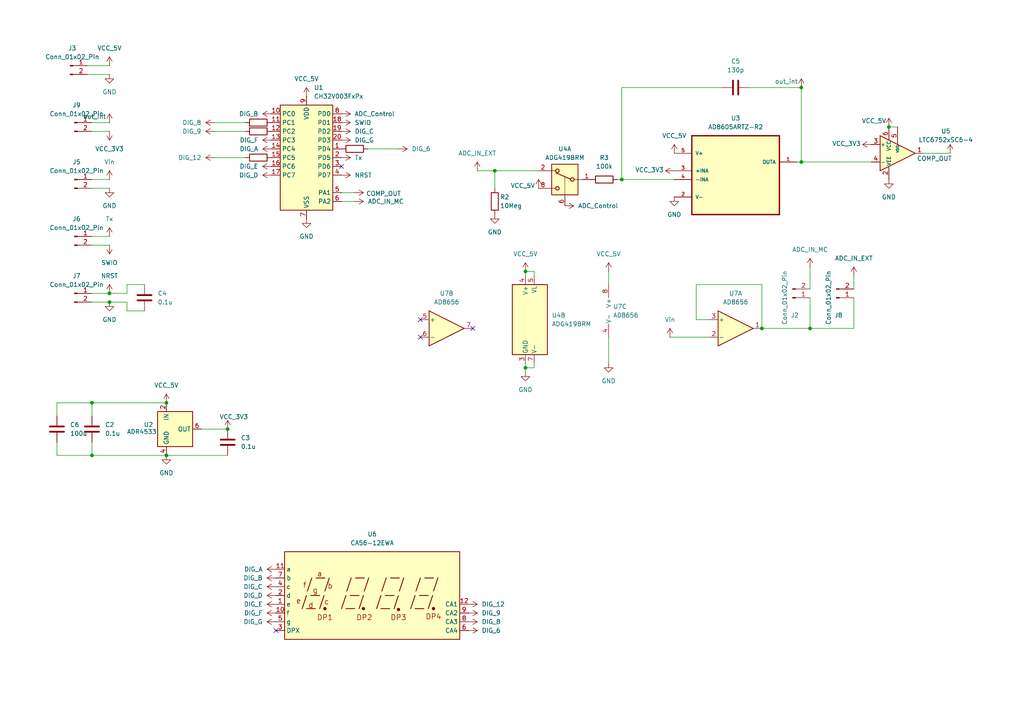
<source format=kicad_sch>
(kicad_sch
	(version 20250114)
	(generator "eeschema")
	(generator_version "9.0")
	(uuid "283011ff-11cf-4a24-84b5-14acf4ed13a0")
	(paper "A4")
	(lib_symbols
		(symbol "AD8605ARTZ-R2:AD8605ARTZ-R2"
			(pin_names
				(offset 1.016)
			)
			(exclude_from_sim no)
			(in_bom yes)
			(on_board yes)
			(property "Reference" "U"
				(at -4.6316 10.154 0)
				(effects
					(font
						(size 1.27 1.27)
					)
					(justify left bottom)
				)
			)
			(property "Value" "AD8605ARTZ-R2"
				(at -6.6566 -18.1658 0)
				(effects
					(font
						(size 1.27 1.27)
					)
					(justify left bottom)
				)
			)
			(property "Footprint" "AD8605ARTZ-R2:SOT95P290X145-5N"
				(at 0 0 0)
				(effects
					(font
						(size 1.27 1.27)
					)
					(justify bottom)
					(hide yes)
				)
			)
			(property "Datasheet" ""
				(at 0 0 0)
				(effects
					(font
						(size 1.27 1.27)
					)
					(hide yes)
				)
			)
			(property "Description" ""
				(at 0 0 0)
				(effects
					(font
						(size 1.27 1.27)
					)
					(hide yes)
				)
			)
			(property "MF" "Analog Devices"
				(at 0 0 0)
				(effects
					(font
						(size 1.27 1.27)
					)
					(justify bottom)
					(hide yes)
				)
			)
			(property "Description_1" "Precision, Low Noise, CMOS, RRIO Op Amp (single)"
				(at 0 0 0)
				(effects
					(font
						(size 1.27 1.27)
					)
					(justify bottom)
					(hide yes)
				)
			)
			(property "PACKAGE" "SOT-23-5"
				(at 0 0 0)
				(effects
					(font
						(size 1.27 1.27)
					)
					(justify bottom)
					(hide yes)
				)
			)
			(property "MPN" "AD8605ARTZ-R2"
				(at 0 0 0)
				(effects
					(font
						(size 1.27 1.27)
					)
					(justify bottom)
					(hide yes)
				)
			)
			(property "Price" "None"
				(at 0 0 0)
				(effects
					(font
						(size 1.27 1.27)
					)
					(justify bottom)
					(hide yes)
				)
			)
			(property "Package" "SOT-5 Analog Devices"
				(at 0 0 0)
				(effects
					(font
						(size 1.27 1.27)
					)
					(justify bottom)
					(hide yes)
				)
			)
			(property "OC_FARNELL" "1424172"
				(at 0 0 0)
				(effects
					(font
						(size 1.27 1.27)
					)
					(justify bottom)
					(hide yes)
				)
			)
			(property "SnapEDA_Link" "https://www.snapeda.com/parts/AD8605ARTZ-R2/Analog+Devices/view-part/?ref=snap"
				(at 0 0 0)
				(effects
					(font
						(size 1.27 1.27)
					)
					(justify bottom)
					(hide yes)
				)
			)
			(property "MP" "AD8605ARTZ-R2"
				(at 0 0 0)
				(effects
					(font
						(size 1.27 1.27)
					)
					(justify bottom)
					(hide yes)
				)
			)
			(property "SUPPLIER" "Analog Devices"
				(at 0 0 0)
				(effects
					(font
						(size 1.27 1.27)
					)
					(justify bottom)
					(hide yes)
				)
			)
			(property "OC_NEWARK" "59K6919"
				(at 0 0 0)
				(effects
					(font
						(size 1.27 1.27)
					)
					(justify bottom)
					(hide yes)
				)
			)
			(property "Availability" "In Stock"
				(at 0 0 0)
				(effects
					(font
						(size 1.27 1.27)
					)
					(justify bottom)
					(hide yes)
				)
			)
			(property "Check_prices" "https://www.snapeda.com/parts/AD8605ARTZ-R2/Analog+Devices/view-part/?ref=eda"
				(at 0 0 0)
				(effects
					(font
						(size 1.27 1.27)
					)
					(justify bottom)
					(hide yes)
				)
			)
			(symbol "AD8605ARTZ-R2_0_0"
				(rectangle
					(start -12.7 7.62)
					(end 12.7 -15.24)
					(stroke
						(width 0.4064)
						(type default)
					)
					(fill
						(type background)
					)
				)
				(pin power_in line
					(at -17.78 2.54 0)
					(length 5.08)
					(name "V+"
						(effects
							(font
								(size 1.016 1.016)
							)
						)
					)
					(number "5"
						(effects
							(font
								(size 1.016 1.016)
							)
						)
					)
				)
				(pin passive line
					(at -17.78 -2.54 0)
					(length 5.08)
					(name "+INA"
						(effects
							(font
								(size 1.016 1.016)
							)
						)
					)
					(number "3"
						(effects
							(font
								(size 1.016 1.016)
							)
						)
					)
				)
				(pin passive line
					(at -17.78 -5.08 0)
					(length 5.08)
					(name "-INA"
						(effects
							(font
								(size 1.016 1.016)
							)
						)
					)
					(number "4"
						(effects
							(font
								(size 1.016 1.016)
							)
						)
					)
				)
				(pin power_in line
					(at -17.78 -10.16 0)
					(length 5.08)
					(name "V-"
						(effects
							(font
								(size 1.016 1.016)
							)
						)
					)
					(number "2"
						(effects
							(font
								(size 1.016 1.016)
							)
						)
					)
				)
				(pin passive line
					(at 17.78 0 180)
					(length 5.08)
					(name "OUTA"
						(effects
							(font
								(size 1.016 1.016)
							)
						)
					)
					(number "1"
						(effects
							(font
								(size 1.016 1.016)
							)
						)
					)
				)
			)
			(embedded_fonts no)
		)
		(symbol "Amplifier_Operational:AD8656"
			(pin_names
				(offset 0.127)
			)
			(exclude_from_sim no)
			(in_bom yes)
			(on_board yes)
			(property "Reference" "U"
				(at 0 5.08 0)
				(effects
					(font
						(size 1.27 1.27)
					)
					(justify left)
				)
			)
			(property "Value" "AD8656"
				(at 0 -5.08 0)
				(effects
					(font
						(size 1.27 1.27)
					)
					(justify left)
				)
			)
			(property "Footprint" ""
				(at 0 0 0)
				(effects
					(font
						(size 1.27 1.27)
					)
					(hide yes)
				)
			)
			(property "Datasheet" "https://www.analog.com/media/en/technical-documentation/data-sheets/ad8655_8656.pdf"
				(at 0 0 0)
				(effects
					(font
						(size 1.27 1.27)
					)
					(hide yes)
				)
			)
			(property "Description" "Dual Low Noise, Precision CMOS Amplifier"
				(at 0 0 0)
				(effects
					(font
						(size 1.27 1.27)
					)
					(hide yes)
				)
			)
			(property "ki_locked" ""
				(at 0 0 0)
				(effects
					(font
						(size 1.27 1.27)
					)
				)
			)
			(property "ki_keywords" "dual opamp"
				(at 0 0 0)
				(effects
					(font
						(size 1.27 1.27)
					)
					(hide yes)
				)
			)
			(property "ki_fp_filters" "SOIC*3.9x4.9mm*P1.27mm* MSOP*3x3mm*P0.65mm*"
				(at 0 0 0)
				(effects
					(font
						(size 1.27 1.27)
					)
					(hide yes)
				)
			)
			(symbol "AD8656_1_1"
				(polyline
					(pts
						(xy -5.08 5.08) (xy 5.08 0) (xy -5.08 -5.08) (xy -5.08 5.08)
					)
					(stroke
						(width 0.254)
						(type default)
					)
					(fill
						(type background)
					)
				)
				(pin input line
					(at -7.62 2.54 0)
					(length 2.54)
					(name "+"
						(effects
							(font
								(size 1.27 1.27)
							)
						)
					)
					(number "3"
						(effects
							(font
								(size 1.27 1.27)
							)
						)
					)
				)
				(pin input line
					(at -7.62 -2.54 0)
					(length 2.54)
					(name "-"
						(effects
							(font
								(size 1.27 1.27)
							)
						)
					)
					(number "2"
						(effects
							(font
								(size 1.27 1.27)
							)
						)
					)
				)
				(pin output line
					(at 7.62 0 180)
					(length 2.54)
					(name "~"
						(effects
							(font
								(size 1.27 1.27)
							)
						)
					)
					(number "1"
						(effects
							(font
								(size 1.27 1.27)
							)
						)
					)
				)
			)
			(symbol "AD8656_2_1"
				(polyline
					(pts
						(xy -5.08 5.08) (xy 5.08 0) (xy -5.08 -5.08) (xy -5.08 5.08)
					)
					(stroke
						(width 0.254)
						(type default)
					)
					(fill
						(type background)
					)
				)
				(pin input line
					(at -7.62 2.54 0)
					(length 2.54)
					(name "+"
						(effects
							(font
								(size 1.27 1.27)
							)
						)
					)
					(number "5"
						(effects
							(font
								(size 1.27 1.27)
							)
						)
					)
				)
				(pin input line
					(at -7.62 -2.54 0)
					(length 2.54)
					(name "-"
						(effects
							(font
								(size 1.27 1.27)
							)
						)
					)
					(number "6"
						(effects
							(font
								(size 1.27 1.27)
							)
						)
					)
				)
				(pin output line
					(at 7.62 0 180)
					(length 2.54)
					(name "~"
						(effects
							(font
								(size 1.27 1.27)
							)
						)
					)
					(number "7"
						(effects
							(font
								(size 1.27 1.27)
							)
						)
					)
				)
			)
			(symbol "AD8656_3_1"
				(pin power_in line
					(at -2.54 7.62 270)
					(length 3.81)
					(name "V+"
						(effects
							(font
								(size 1.27 1.27)
							)
						)
					)
					(number "8"
						(effects
							(font
								(size 1.27 1.27)
							)
						)
					)
				)
				(pin power_in line
					(at -2.54 -7.62 90)
					(length 3.81)
					(name "V-"
						(effects
							(font
								(size 1.27 1.27)
							)
						)
					)
					(number "4"
						(effects
							(font
								(size 1.27 1.27)
							)
						)
					)
				)
			)
			(embedded_fonts no)
		)
		(symbol "Analog_Switch:ADG419BRM"
			(pin_names
				(offset 0.254)
			)
			(exclude_from_sim no)
			(in_bom yes)
			(on_board yes)
			(property "Reference" "U"
				(at -3.175 7.239 0)
				(effects
					(font
						(size 1.27 1.27)
					)
					(justify left)
				)
			)
			(property "Value" "ADG419BRM"
				(at -3.175 5.461 0)
				(effects
					(font
						(size 1.27 1.27)
					)
					(justify left)
				)
			)
			(property "Footprint" "Package_SO:MSOP-8_3x3mm_P0.65mm"
				(at 3.81 -14.605 0)
				(effects
					(font
						(size 1.27 1.27)
					)
					(justify left)
					(hide yes)
				)
			)
			(property "Datasheet" "https://www.analog.com/media/en/technical-documentation/data-sheets/ADG419.pdf"
				(at 3.81 -12.065 0)
				(effects
					(font
						(size 1.27 1.27)
					)
					(justify left)
					(hide yes)
				)
			)
			(property "Description" "Single SPDT Monolithic LC²MOS Analog Switch, 25Ohm Ron, MSOP-8"
				(at 0 0 0)
				(effects
					(font
						(size 1.27 1.27)
					)
					(hide yes)
				)
			)
			(property "ki_keywords" "CMOS Analog Switch"
				(at 0 0 0)
				(effects
					(font
						(size 1.27 1.27)
					)
					(hide yes)
				)
			)
			(property "ki_fp_filters" "MSOP*3x3mm*P0.65mm*"
				(at 0 0 0)
				(effects
					(font
						(size 1.27 1.27)
					)
					(hide yes)
				)
			)
			(symbol "ADG419BRM_1_1"
				(polyline
					(pts
						(xy -5.08 0) (xy -2.794 0)
					)
					(stroke
						(width 0)
						(type default)
					)
					(fill
						(type none)
					)
				)
				(rectangle
					(start -3.81 4.445)
					(end 3.81 -4.445)
					(stroke
						(width 0.254)
						(type default)
					)
					(fill
						(type background)
					)
				)
				(circle
					(center -2.159 0)
					(radius 0.508)
					(stroke
						(width 0.254)
						(type default)
					)
					(fill
						(type none)
					)
				)
				(polyline
					(pts
						(xy -1.651 0.127) (xy 2.54 1.905)
					)
					(stroke
						(width 0.254)
						(type default)
					)
					(fill
						(type none)
					)
				)
				(polyline
					(pts
						(xy 0 0.254) (xy 0 0.508)
					)
					(stroke
						(width 0)
						(type default)
					)
					(fill
						(type none)
					)
				)
				(polyline
					(pts
						(xy 0 0.254) (xy 0 0.508)
					)
					(stroke
						(width 0)
						(type default)
					)
					(fill
						(type none)
					)
				)
				(polyline
					(pts
						(xy 0 -0.254) (xy 0 0)
					)
					(stroke
						(width 0)
						(type default)
					)
					(fill
						(type none)
					)
				)
				(polyline
					(pts
						(xy 0 -0.762) (xy 0 -0.508)
					)
					(stroke
						(width 0)
						(type default)
					)
					(fill
						(type none)
					)
				)
				(polyline
					(pts
						(xy 0 -1.27) (xy 0 -1.016)
					)
					(stroke
						(width 0)
						(type default)
					)
					(fill
						(type none)
					)
				)
				(polyline
					(pts
						(xy 0 -1.778) (xy 0 -1.524)
					)
					(stroke
						(width 0)
						(type default)
					)
					(fill
						(type none)
					)
				)
				(polyline
					(pts
						(xy 0 -2.286) (xy 0 -2.032)
					)
					(stroke
						(width 0)
						(type default)
					)
					(fill
						(type none)
					)
				)
				(polyline
					(pts
						(xy 0 -2.794) (xy 0 -2.54)
					)
					(stroke
						(width 0)
						(type default)
					)
					(fill
						(type none)
					)
				)
				(polyline
					(pts
						(xy 0 -3.302) (xy 0 -3.048)
					)
					(stroke
						(width 0)
						(type default)
					)
					(fill
						(type none)
					)
				)
				(polyline
					(pts
						(xy 0 -3.81) (xy 0 -3.556)
					)
					(stroke
						(width 0)
						(type default)
					)
					(fill
						(type none)
					)
				)
				(polyline
					(pts
						(xy 0 -4.318) (xy 0 -4.064)
					)
					(stroke
						(width 0)
						(type default)
					)
					(fill
						(type none)
					)
				)
				(polyline
					(pts
						(xy 0 -5.08) (xy 0 -4.572)
					)
					(stroke
						(width 0)
						(type default)
					)
					(fill
						(type none)
					)
				)
				(circle
					(center 2.159 2.54)
					(radius 0.508)
					(stroke
						(width 0.254)
						(type default)
					)
					(fill
						(type none)
					)
				)
				(circle
					(center 2.159 -2.54)
					(radius 0.508)
					(stroke
						(width 0.254)
						(type default)
					)
					(fill
						(type none)
					)
				)
				(polyline
					(pts
						(xy 5.08 2.54) (xy 2.794 2.54)
					)
					(stroke
						(width 0)
						(type default)
					)
					(fill
						(type none)
					)
				)
				(polyline
					(pts
						(xy 5.08 -2.54) (xy 2.794 -2.54)
					)
					(stroke
						(width 0)
						(type default)
					)
					(fill
						(type none)
					)
				)
				(pin passive line
					(at -7.62 0 0)
					(length 2.54)
					(name "~"
						(effects
							(font
								(size 1.27 1.27)
							)
						)
					)
					(number "1"
						(effects
							(font
								(size 1.27 1.27)
							)
						)
					)
				)
				(pin input line
					(at 0 -7.62 90)
					(length 2.54)
					(name "~"
						(effects
							(font
								(size 1.27 1.27)
							)
						)
					)
					(number "6"
						(effects
							(font
								(size 1.27 1.27)
							)
						)
					)
				)
				(pin passive line
					(at 7.62 2.54 180)
					(length 2.54)
					(name "~"
						(effects
							(font
								(size 1.27 1.27)
							)
						)
					)
					(number "2"
						(effects
							(font
								(size 1.27 1.27)
							)
						)
					)
				)
				(pin passive line
					(at 7.62 -2.54 180)
					(length 2.54)
					(name "~"
						(effects
							(font
								(size 1.27 1.27)
							)
						)
					)
					(number "8"
						(effects
							(font
								(size 1.27 1.27)
							)
						)
					)
				)
			)
			(symbol "ADG419BRM_2_0"
				(pin power_in line
					(at 0 12.7 270)
					(length 2.54)
					(name "V+"
						(effects
							(font
								(size 1.27 1.27)
							)
						)
					)
					(number "4"
						(effects
							(font
								(size 1.27 1.27)
							)
						)
					)
				)
				(pin power_in line
					(at 0 -12.7 90)
					(length 2.54)
					(name "GND"
						(effects
							(font
								(size 1.27 1.27)
							)
						)
					)
					(number "3"
						(effects
							(font
								(size 1.27 1.27)
							)
						)
					)
				)
				(pin power_in line
					(at 2.54 12.7 270)
					(length 2.54)
					(name "VL"
						(effects
							(font
								(size 1.27 1.27)
							)
						)
					)
					(number "5"
						(effects
							(font
								(size 1.27 1.27)
							)
						)
					)
				)
				(pin power_in line
					(at 2.54 -12.7 90)
					(length 2.54)
					(name "V-"
						(effects
							(font
								(size 1.27 1.27)
							)
						)
					)
					(number "7"
						(effects
							(font
								(size 1.27 1.27)
							)
						)
					)
				)
			)
			(symbol "ADG419BRM_2_1"
				(rectangle
					(start -3.81 10.16)
					(end 6.35 -10.16)
					(stroke
						(width 0.254)
						(type default)
					)
					(fill
						(type background)
					)
				)
			)
			(embedded_fonts no)
		)
		(symbol "Comparator:LTC6752xSC6-4"
			(pin_names
				(offset 0.127)
			)
			(exclude_from_sim no)
			(in_bom yes)
			(on_board yes)
			(property "Reference" "U"
				(at 3.81 -5.08 0)
				(effects
					(font
						(size 1.27 1.27)
					)
					(justify left)
				)
			)
			(property "Value" "LTC6752xSC6-4"
				(at 3.81 -7.62 0)
				(effects
					(font
						(size 1.27 1.27)
					)
					(justify left)
				)
			)
			(property "Footprint" "Package_TO_SOT_SMD:SOT-363_SC-70-6"
				(at 0 -9.525 0)
				(effects
					(font
						(size 1.27 1.27)
					)
					(hide yes)
				)
			)
			(property "Datasheet" "https://www.analog.com/media/en/technical-documentation/data-sheets/6752fc.pdf"
				(at 0 0 0)
				(effects
					(font
						(size 1.27 1.27)
					)
					(hide yes)
				)
			)
			(property "Description" "Single 280Mhz 2.9ns Comparator, Rail-to-Rail Inputs, CMOS Output, SC-70"
				(at 0 0 0)
				(effects
					(font
						(size 1.27 1.27)
					)
					(hide yes)
				)
			)
			(property "ki_keywords" "single comparator high speed cmos"
				(at 0 0 0)
				(effects
					(font
						(size 1.27 1.27)
					)
					(hide yes)
				)
			)
			(property "ki_fp_filters" "SOT?363*"
				(at 0 0 0)
				(effects
					(font
						(size 1.27 1.27)
					)
					(hide yes)
				)
			)
			(symbol "LTC6752xSC6-4_1_1"
				(polyline
					(pts
						(xy -5.08 5.08) (xy 5.08 0) (xy -5.08 -5.08) (xy -5.08 5.08)
					)
					(stroke
						(width 0.254)
						(type default)
					)
					(fill
						(type background)
					)
				)
				(pin input line
					(at -7.62 2.54 0)
					(length 2.54)
					(name "+"
						(effects
							(font
								(size 1.016 1.016)
							)
						)
					)
					(number "3"
						(effects
							(font
								(size 1.27 1.27)
							)
						)
					)
				)
				(pin input line
					(at -7.62 -2.54 0)
					(length 2.54)
					(name "-"
						(effects
							(font
								(size 1.016 1.016)
							)
						)
					)
					(number "4"
						(effects
							(font
								(size 1.27 1.27)
							)
						)
					)
				)
				(pin power_in line
					(at -2.54 7.62 270)
					(length 3.81)
					(name "VCC"
						(effects
							(font
								(size 1.016 1.016)
							)
						)
					)
					(number "6"
						(effects
							(font
								(size 1.27 1.27)
							)
						)
					)
				)
				(pin power_in line
					(at -2.54 -7.62 90)
					(length 3.81)
					(name "VEE"
						(effects
							(font
								(size 1.016 1.016)
							)
						)
					)
					(number "2"
						(effects
							(font
								(size 1.27 1.27)
							)
						)
					)
				)
				(pin power_in line
					(at 0 7.62 270)
					(length 5.08)
					(name "VDD"
						(effects
							(font
								(size 0.762 0.762)
							)
						)
					)
					(number "5"
						(effects
							(font
								(size 1.27 1.27)
							)
						)
					)
				)
				(pin output line
					(at 7.62 0 180)
					(length 2.54)
					(name "~"
						(effects
							(font
								(size 1.27 1.27)
							)
						)
					)
					(number "1"
						(effects
							(font
								(size 1.27 1.27)
							)
						)
					)
				)
			)
			(embedded_fonts no)
		)
		(symbol "Connector:Conn_01x02_Pin"
			(pin_names
				(offset 1.016)
				(hide yes)
			)
			(exclude_from_sim no)
			(in_bom yes)
			(on_board yes)
			(property "Reference" "J"
				(at 0 2.54 0)
				(effects
					(font
						(size 1.27 1.27)
					)
				)
			)
			(property "Value" "Conn_01x02_Pin"
				(at 0 -5.08 0)
				(effects
					(font
						(size 1.27 1.27)
					)
				)
			)
			(property "Footprint" ""
				(at 0 0 0)
				(effects
					(font
						(size 1.27 1.27)
					)
					(hide yes)
				)
			)
			(property "Datasheet" "~"
				(at 0 0 0)
				(effects
					(font
						(size 1.27 1.27)
					)
					(hide yes)
				)
			)
			(property "Description" "Generic connector, single row, 01x02, script generated"
				(at 0 0 0)
				(effects
					(font
						(size 1.27 1.27)
					)
					(hide yes)
				)
			)
			(property "ki_locked" ""
				(at 0 0 0)
				(effects
					(font
						(size 1.27 1.27)
					)
				)
			)
			(property "ki_keywords" "connector"
				(at 0 0 0)
				(effects
					(font
						(size 1.27 1.27)
					)
					(hide yes)
				)
			)
			(property "ki_fp_filters" "Connector*:*_1x??_*"
				(at 0 0 0)
				(effects
					(font
						(size 1.27 1.27)
					)
					(hide yes)
				)
			)
			(symbol "Conn_01x02_Pin_1_1"
				(rectangle
					(start 0.8636 0.127)
					(end 0 -0.127)
					(stroke
						(width 0.1524)
						(type default)
					)
					(fill
						(type outline)
					)
				)
				(rectangle
					(start 0.8636 -2.413)
					(end 0 -2.667)
					(stroke
						(width 0.1524)
						(type default)
					)
					(fill
						(type outline)
					)
				)
				(polyline
					(pts
						(xy 1.27 0) (xy 0.8636 0)
					)
					(stroke
						(width 0.1524)
						(type default)
					)
					(fill
						(type none)
					)
				)
				(polyline
					(pts
						(xy 1.27 -2.54) (xy 0.8636 -2.54)
					)
					(stroke
						(width 0.1524)
						(type default)
					)
					(fill
						(type none)
					)
				)
				(pin passive line
					(at 5.08 0 180)
					(length 3.81)
					(name "Pin_1"
						(effects
							(font
								(size 1.27 1.27)
							)
						)
					)
					(number "1"
						(effects
							(font
								(size 1.27 1.27)
							)
						)
					)
				)
				(pin passive line
					(at 5.08 -2.54 180)
					(length 3.81)
					(name "Pin_2"
						(effects
							(font
								(size 1.27 1.27)
							)
						)
					)
					(number "2"
						(effects
							(font
								(size 1.27 1.27)
							)
						)
					)
				)
			)
			(embedded_fonts no)
		)
		(symbol "Device:C"
			(pin_numbers
				(hide yes)
			)
			(pin_names
				(offset 0.254)
			)
			(exclude_from_sim no)
			(in_bom yes)
			(on_board yes)
			(property "Reference" "C"
				(at 0.635 2.54 0)
				(effects
					(font
						(size 1.27 1.27)
					)
					(justify left)
				)
			)
			(property "Value" "C"
				(at 0.635 -2.54 0)
				(effects
					(font
						(size 1.27 1.27)
					)
					(justify left)
				)
			)
			(property "Footprint" ""
				(at 0.9652 -3.81 0)
				(effects
					(font
						(size 1.27 1.27)
					)
					(hide yes)
				)
			)
			(property "Datasheet" "~"
				(at 0 0 0)
				(effects
					(font
						(size 1.27 1.27)
					)
					(hide yes)
				)
			)
			(property "Description" "Unpolarized capacitor"
				(at 0 0 0)
				(effects
					(font
						(size 1.27 1.27)
					)
					(hide yes)
				)
			)
			(property "ki_keywords" "cap capacitor"
				(at 0 0 0)
				(effects
					(font
						(size 1.27 1.27)
					)
					(hide yes)
				)
			)
			(property "ki_fp_filters" "C_*"
				(at 0 0 0)
				(effects
					(font
						(size 1.27 1.27)
					)
					(hide yes)
				)
			)
			(symbol "C_0_1"
				(polyline
					(pts
						(xy -2.032 0.762) (xy 2.032 0.762)
					)
					(stroke
						(width 0.508)
						(type default)
					)
					(fill
						(type none)
					)
				)
				(polyline
					(pts
						(xy -2.032 -0.762) (xy 2.032 -0.762)
					)
					(stroke
						(width 0.508)
						(type default)
					)
					(fill
						(type none)
					)
				)
			)
			(symbol "C_1_1"
				(pin passive line
					(at 0 3.81 270)
					(length 2.794)
					(name "~"
						(effects
							(font
								(size 1.27 1.27)
							)
						)
					)
					(number "1"
						(effects
							(font
								(size 1.27 1.27)
							)
						)
					)
				)
				(pin passive line
					(at 0 -3.81 90)
					(length 2.794)
					(name "~"
						(effects
							(font
								(size 1.27 1.27)
							)
						)
					)
					(number "2"
						(effects
							(font
								(size 1.27 1.27)
							)
						)
					)
				)
			)
			(embedded_fonts no)
		)
		(symbol "Device:R"
			(pin_numbers
				(hide yes)
			)
			(pin_names
				(offset 0)
			)
			(exclude_from_sim no)
			(in_bom yes)
			(on_board yes)
			(property "Reference" "R"
				(at 2.032 0 90)
				(effects
					(font
						(size 1.27 1.27)
					)
				)
			)
			(property "Value" "R"
				(at 0 0 90)
				(effects
					(font
						(size 1.27 1.27)
					)
				)
			)
			(property "Footprint" ""
				(at -1.778 0 90)
				(effects
					(font
						(size 1.27 1.27)
					)
					(hide yes)
				)
			)
			(property "Datasheet" "~"
				(at 0 0 0)
				(effects
					(font
						(size 1.27 1.27)
					)
					(hide yes)
				)
			)
			(property "Description" "Resistor"
				(at 0 0 0)
				(effects
					(font
						(size 1.27 1.27)
					)
					(hide yes)
				)
			)
			(property "ki_keywords" "R res resistor"
				(at 0 0 0)
				(effects
					(font
						(size 1.27 1.27)
					)
					(hide yes)
				)
			)
			(property "ki_fp_filters" "R_*"
				(at 0 0 0)
				(effects
					(font
						(size 1.27 1.27)
					)
					(hide yes)
				)
			)
			(symbol "R_0_1"
				(rectangle
					(start -1.016 -2.54)
					(end 1.016 2.54)
					(stroke
						(width 0.254)
						(type default)
					)
					(fill
						(type none)
					)
				)
			)
			(symbol "R_1_1"
				(pin passive line
					(at 0 3.81 270)
					(length 1.27)
					(name "~"
						(effects
							(font
								(size 1.27 1.27)
							)
						)
					)
					(number "1"
						(effects
							(font
								(size 1.27 1.27)
							)
						)
					)
				)
				(pin passive line
					(at 0 -3.81 90)
					(length 1.27)
					(name "~"
						(effects
							(font
								(size 1.27 1.27)
							)
						)
					)
					(number "2"
						(effects
							(font
								(size 1.27 1.27)
							)
						)
					)
				)
			)
			(embedded_fonts no)
		)
		(symbol "Display_Character:CA56-12EWA"
			(exclude_from_sim no)
			(in_bom yes)
			(on_board yes)
			(property "Reference" "U"
				(at -24.13 13.97 0)
				(effects
					(font
						(size 1.27 1.27)
					)
				)
			)
			(property "Value" "CA56-12EWA"
				(at 19.05 13.97 0)
				(effects
					(font
						(size 1.27 1.27)
					)
				)
			)
			(property "Footprint" "Display_7Segment:CA56-12EWA"
				(at 0 -15.24 0)
				(effects
					(font
						(size 1.27 1.27)
					)
					(hide yes)
				)
			)
			(property "Datasheet" "http://www.kingbrightusa.com/images/catalog/SPEC/CA56-12EWA.pdf"
				(at -10.922 0.762 0)
				(effects
					(font
						(size 1.27 1.27)
					)
					(hide yes)
				)
			)
			(property "Description" "4 digit 7 segment high efficiency red LED, common anode"
				(at 0 0 0)
				(effects
					(font
						(size 1.27 1.27)
					)
					(hide yes)
				)
			)
			(property "ki_keywords" "display LED 7-segment"
				(at 0 0 0)
				(effects
					(font
						(size 1.27 1.27)
					)
					(hide yes)
				)
			)
			(property "ki_fp_filters" "*CA56*12EWA*"
				(at 0 0 0)
				(effects
					(font
						(size 1.27 1.27)
					)
					(hide yes)
				)
			)
			(symbol "CA56-12EWA_0_0"
				(rectangle
					(start -25.4 12.7)
					(end 25.4 -12.7)
					(stroke
						(width 0.254)
						(type default)
					)
					(fill
						(type background)
					)
				)
				(polyline
					(pts
						(xy -20.32 -3.81) (xy -19.05 0)
					)
					(stroke
						(width 0.254)
						(type default)
					)
					(fill
						(type none)
					)
				)
				(polyline
					(pts
						(xy -19.05 -3.81) (xy -16.51 -3.81)
					)
					(stroke
						(width 0.254)
						(type default)
					)
					(fill
						(type none)
					)
				)
				(polyline
					(pts
						(xy -18.796 1.27) (xy -17.526 5.08)
					)
					(stroke
						(width 0.254)
						(type default)
					)
					(fill
						(type none)
					)
				)
				(polyline
					(pts
						(xy -17.78 0) (xy -15.24 0)
					)
					(stroke
						(width 0.254)
						(type default)
					)
					(fill
						(type none)
					)
				)
				(polyline
					(pts
						(xy -16.256 5.08) (xy -13.716 5.08)
					)
					(stroke
						(width 0.254)
						(type default)
					)
					(fill
						(type none)
					)
				)
				(polyline
					(pts
						(xy -15.24 -3.81) (xy -13.97 0)
					)
					(stroke
						(width 0.254)
						(type default)
					)
					(fill
						(type none)
					)
				)
				(polyline
					(pts
						(xy -13.716 1.27) (xy -12.446 5.08)
					)
					(stroke
						(width 0.254)
						(type default)
					)
					(fill
						(type none)
					)
				)
				(polyline
					(pts
						(xy -8.89 -3.81) (xy -7.62 0)
					)
					(stroke
						(width 0.254)
						(type default)
					)
					(fill
						(type none)
					)
				)
				(polyline
					(pts
						(xy -7.62 -3.81) (xy -5.08 -3.81)
					)
					(stroke
						(width 0.254)
						(type default)
					)
					(fill
						(type none)
					)
				)
				(polyline
					(pts
						(xy -7.366 1.27) (xy -6.096 5.08)
					)
					(stroke
						(width 0.254)
						(type default)
					)
					(fill
						(type none)
					)
				)
				(polyline
					(pts
						(xy -6.35 0) (xy -3.81 0)
					)
					(stroke
						(width 0.254)
						(type default)
					)
					(fill
						(type none)
					)
				)
				(polyline
					(pts
						(xy -4.826 5.08) (xy -2.286 5.08)
					)
					(stroke
						(width 0.254)
						(type default)
					)
					(fill
						(type none)
					)
				)
				(polyline
					(pts
						(xy -3.81 -3.81) (xy -2.54 0)
					)
					(stroke
						(width 0.254)
						(type default)
					)
					(fill
						(type none)
					)
				)
				(polyline
					(pts
						(xy -2.286 1.27) (xy -1.016 5.08)
					)
					(stroke
						(width 0.254)
						(type default)
					)
					(fill
						(type none)
					)
				)
				(polyline
					(pts
						(xy 1.27 -3.81) (xy 2.54 0)
					)
					(stroke
						(width 0.254)
						(type default)
					)
					(fill
						(type none)
					)
				)
				(polyline
					(pts
						(xy 2.54 -3.81) (xy 5.08 -3.81)
					)
					(stroke
						(width 0.254)
						(type default)
					)
					(fill
						(type none)
					)
				)
				(polyline
					(pts
						(xy 2.794 1.27) (xy 4.064 5.08)
					)
					(stroke
						(width 0.254)
						(type default)
					)
					(fill
						(type none)
					)
				)
				(polyline
					(pts
						(xy 3.81 0) (xy 6.35 0)
					)
					(stroke
						(width 0.254)
						(type default)
					)
					(fill
						(type none)
					)
				)
				(polyline
					(pts
						(xy 5.334 5.08) (xy 7.874 5.08)
					)
					(stroke
						(width 0.254)
						(type default)
					)
					(fill
						(type none)
					)
				)
				(polyline
					(pts
						(xy 6.35 -3.81) (xy 7.62 0)
					)
					(stroke
						(width 0.254)
						(type default)
					)
					(fill
						(type none)
					)
				)
				(polyline
					(pts
						(xy 7.874 1.27) (xy 9.144 5.08)
					)
					(stroke
						(width 0.254)
						(type default)
					)
					(fill
						(type none)
					)
				)
				(polyline
					(pts
						(xy 11.176 -3.81) (xy 12.446 0)
					)
					(stroke
						(width 0.254)
						(type default)
					)
					(fill
						(type none)
					)
				)
				(polyline
					(pts
						(xy 12.446 -3.81) (xy 14.986 -3.81)
					)
					(stroke
						(width 0.254)
						(type default)
					)
					(fill
						(type none)
					)
				)
				(polyline
					(pts
						(xy 12.7 1.27) (xy 13.97 5.08)
					)
					(stroke
						(width 0.254)
						(type default)
					)
					(fill
						(type none)
					)
				)
				(polyline
					(pts
						(xy 13.716 0) (xy 16.256 0)
					)
					(stroke
						(width 0.254)
						(type default)
					)
					(fill
						(type none)
					)
				)
				(polyline
					(pts
						(xy 15.24 5.08) (xy 17.78 5.08)
					)
					(stroke
						(width 0.254)
						(type default)
					)
					(fill
						(type none)
					)
				)
				(polyline
					(pts
						(xy 16.256 -3.81) (xy 17.526 0)
					)
					(stroke
						(width 0.254)
						(type default)
					)
					(fill
						(type none)
					)
				)
				(polyline
					(pts
						(xy 17.78 1.27) (xy 19.05 5.08)
					)
					(stroke
						(width 0.254)
						(type default)
					)
					(fill
						(type none)
					)
				)
				(text "e"
					(at -21.336 -1.524 0)
					(effects
						(font
							(size 1.524 1.524)
						)
					)
				)
				(text "f"
					(at -19.558 3.048 0)
					(effects
						(font
							(size 1.524 1.524)
						)
					)
				)
				(text "d"
					(at -17.78 -2.794 0)
					(effects
						(font
							(size 1.524 1.524)
						)
					)
				)
				(text "g"
					(at -16.51 1.524 0)
					(effects
						(font
							(size 1.524 1.524)
						)
					)
				)
				(text "a"
					(at -15.24 6.35 0)
					(effects
						(font
							(size 1.524 1.524)
						)
					)
				)
				(text "DP1"
					(at -13.716 -6.35 0)
					(effects
						(font
							(size 1.524 1.524)
						)
					)
				)
				(text "c"
					(at -13.208 -1.778 0)
					(effects
						(font
							(size 1.524 1.524)
						)
					)
				)
				(text "b"
					(at -12.192 2.794 0)
					(effects
						(font
							(size 1.524 1.524)
						)
					)
				)
				(text "DP2"
					(at -2.286 -6.35 0)
					(effects
						(font
							(size 1.524 1.524)
						)
					)
				)
				(text "DP3"
					(at 7.62 -6.35 0)
					(effects
						(font
							(size 1.524 1.524)
						)
					)
				)
				(text "DP4"
					(at 17.78 -6.096 0)
					(effects
						(font
							(size 1.524 1.524)
						)
					)
				)
			)
			(symbol "CA56-12EWA_0_1"
				(circle
					(center -13.716 -3.81)
					(radius 0.3556)
					(stroke
						(width 0.254)
						(type default)
					)
					(fill
						(type outline)
					)
				)
				(circle
					(center -2.54 -3.81)
					(radius 0.3556)
					(stroke
						(width 0.254)
						(type default)
					)
					(fill
						(type outline)
					)
				)
			)
			(symbol "CA56-12EWA_1_0"
				(circle
					(center 7.62 -4.064)
					(radius 0.3556)
					(stroke
						(width 0.254)
						(type default)
					)
					(fill
						(type outline)
					)
				)
				(circle
					(center 17.78 -3.81)
					(radius 0.3556)
					(stroke
						(width 0.254)
						(type default)
					)
					(fill
						(type outline)
					)
				)
			)
			(symbol "CA56-12EWA_1_1"
				(pin input line
					(at -27.94 7.62 0)
					(length 2.54)
					(name "a"
						(effects
							(font
								(size 1.27 1.27)
							)
						)
					)
					(number "11"
						(effects
							(font
								(size 1.27 1.27)
							)
						)
					)
				)
				(pin input line
					(at -27.94 5.08 0)
					(length 2.54)
					(name "b"
						(effects
							(font
								(size 1.27 1.27)
							)
						)
					)
					(number "7"
						(effects
							(font
								(size 1.27 1.27)
							)
						)
					)
				)
				(pin input line
					(at -27.94 2.54 0)
					(length 2.54)
					(name "c"
						(effects
							(font
								(size 1.27 1.27)
							)
						)
					)
					(number "4"
						(effects
							(font
								(size 1.27 1.27)
							)
						)
					)
				)
				(pin input line
					(at -27.94 0 0)
					(length 2.54)
					(name "d"
						(effects
							(font
								(size 1.27 1.27)
							)
						)
					)
					(number "2"
						(effects
							(font
								(size 1.27 1.27)
							)
						)
					)
				)
				(pin input line
					(at -27.94 -2.54 0)
					(length 2.54)
					(name "e"
						(effects
							(font
								(size 1.27 1.27)
							)
						)
					)
					(number "1"
						(effects
							(font
								(size 1.27 1.27)
							)
						)
					)
				)
				(pin input line
					(at -27.94 -5.08 0)
					(length 2.54)
					(name "f"
						(effects
							(font
								(size 1.27 1.27)
							)
						)
					)
					(number "10"
						(effects
							(font
								(size 1.27 1.27)
							)
						)
					)
				)
				(pin input line
					(at -27.94 -7.62 0)
					(length 2.54)
					(name "g"
						(effects
							(font
								(size 1.27 1.27)
							)
						)
					)
					(number "5"
						(effects
							(font
								(size 1.27 1.27)
							)
						)
					)
				)
				(pin input line
					(at -27.94 -10.16 0)
					(length 2.54)
					(name "DPX"
						(effects
							(font
								(size 1.27 1.27)
							)
						)
					)
					(number "3"
						(effects
							(font
								(size 1.27 1.27)
							)
						)
					)
				)
				(pin input line
					(at 27.94 -2.54 180)
					(length 2.54)
					(name "CA1"
						(effects
							(font
								(size 1.27 1.27)
							)
						)
					)
					(number "12"
						(effects
							(font
								(size 1.27 1.27)
							)
						)
					)
				)
				(pin input line
					(at 27.94 -5.08 180)
					(length 2.54)
					(name "CA2"
						(effects
							(font
								(size 1.27 1.27)
							)
						)
					)
					(number "9"
						(effects
							(font
								(size 1.27 1.27)
							)
						)
					)
				)
				(pin input line
					(at 27.94 -7.62 180)
					(length 2.54)
					(name "CA3"
						(effects
							(font
								(size 1.27 1.27)
							)
						)
					)
					(number "8"
						(effects
							(font
								(size 1.27 1.27)
							)
						)
					)
				)
				(pin input line
					(at 27.94 -10.16 180)
					(length 2.54)
					(name "CA4"
						(effects
							(font
								(size 1.27 1.27)
							)
						)
					)
					(number "6"
						(effects
							(font
								(size 1.27 1.27)
							)
						)
					)
				)
			)
			(embedded_fonts no)
		)
		(symbol "MCU_WCH_CH32V0:CH32V003FxPx"
			(exclude_from_sim no)
			(in_bom yes)
			(on_board yes)
			(property "Reference" "U"
				(at -7.62 17.78 0)
				(effects
					(font
						(size 1.27 1.27)
					)
				)
			)
			(property "Value" "CH32V003FxPx"
				(at 7.62 17.78 0)
				(effects
					(font
						(size 1.27 1.27)
					)
				)
			)
			(property "Footprint" "Package_SO:TSSOP-20_4.4x6.5mm_P0.65mm"
				(at -1.27 0 0)
				(effects
					(font
						(size 1.27 1.27)
					)
					(hide yes)
				)
			)
			(property "Datasheet" "https://www.wch-ic.com/products/CH32V003.html"
				(at -1.27 0 0)
				(effects
					(font
						(size 1.27 1.27)
					)
					(hide yes)
				)
			)
			(property "Description" "CH32V003 series are industrial-grade general-purpose microcontrollers designed based on 32-bit RISC-V instruction set and architecture. It adopts QingKe V2A core, RV32EC instruction set, and supports 2 levels of interrupt nesting. The series are mounted with rich peripheral interfaces and function modules. Its internal organizational structure meets the low-cost and low-power embedded application scenarios."
				(at 0 0 0)
				(effects
					(font
						(size 1.27 1.27)
					)
					(hide yes)
				)
			)
			(property "ki_keywords" "microcontroller wch RISC-V"
				(at 0 0 0)
				(effects
					(font
						(size 1.27 1.27)
					)
					(hide yes)
				)
			)
			(property "ki_fp_filters" "TSSOP*4.4x6.5mm*P0.65mm*"
				(at 0 0 0)
				(effects
					(font
						(size 1.27 1.27)
					)
					(hide yes)
				)
			)
			(symbol "CH32V003FxPx_1_1"
				(rectangle
					(start -7.62 15.24)
					(end 7.62 -15.24)
					(stroke
						(width 0.254)
						(type default)
					)
					(fill
						(type background)
					)
				)
				(pin bidirectional line
					(at -10.16 12.7 0)
					(length 2.54)
					(name "PC0"
						(effects
							(font
								(size 1.27 1.27)
							)
						)
					)
					(number "10"
						(effects
							(font
								(size 1.27 1.27)
							)
						)
					)
					(alternate "NSS_1" bidirectional line)
					(alternate "T1CH3_1" bidirectional line)
					(alternate "T2CH3" bidirectional line)
					(alternate "T2CH3_2" bidirectional line)
					(alternate "UTX_3" bidirectional line)
				)
				(pin bidirectional line
					(at -10.16 10.16 0)
					(length 2.54)
					(name "PC1"
						(effects
							(font
								(size 1.27 1.27)
							)
						)
					)
					(number "11"
						(effects
							(font
								(size 1.27 1.27)
							)
						)
					)
					(alternate "NSS" bidirectional line)
					(alternate "SDA" bidirectional line)
					(alternate "T1BKIN_1" bidirectional line)
					(alternate "T1BKIN_3" bidirectional line)
					(alternate "T2CH1ETR_2" bidirectional line)
					(alternate "T2CH1ETR_3" bidirectional line)
					(alternate "T2CH4_1" bidirectional line)
					(alternate "URX_3" bidirectional line)
				)
				(pin bidirectional line
					(at -10.16 7.62 0)
					(length 2.54)
					(name "PC2"
						(effects
							(font
								(size 1.27 1.27)
							)
						)
					)
					(number "12"
						(effects
							(font
								(size 1.27 1.27)
							)
						)
					)
					(alternate "AETR_1" bidirectional line)
					(alternate "SCL" bidirectional line)
					(alternate "T1BKIN" bidirectional line)
					(alternate "T1BKIN_2" bidirectional line)
					(alternate "T1ETR_3" bidirectional line)
					(alternate "T2CH2_1" bidirectional line)
					(alternate "URTS" bidirectional line)
					(alternate "URTS_1" bidirectional line)
				)
				(pin bidirectional line
					(at -10.16 5.08 0)
					(length 2.54)
					(name "PC3"
						(effects
							(font
								(size 1.27 1.27)
							)
						)
					)
					(number "13"
						(effects
							(font
								(size 1.27 1.27)
							)
						)
					)
					(alternate "T1CH1N_1" bidirectional line)
					(alternate "T1CH1N_3" bidirectional line)
					(alternate "T1CH3" bidirectional line)
					(alternate "T1CH3_2" bidirectional line)
					(alternate "UCTS_1" bidirectional line)
				)
				(pin bidirectional line
					(at -10.16 2.54 0)
					(length 2.54)
					(name "PC4"
						(effects
							(font
								(size 1.27 1.27)
							)
						)
					)
					(number "14"
						(effects
							(font
								(size 1.27 1.27)
							)
						)
					)
					(alternate "A2" bidirectional line)
					(alternate "MCO" bidirectional line)
					(alternate "T1CH1_3" bidirectional line)
					(alternate "T1CH2N_1" bidirectional line)
					(alternate "T1CH4" bidirectional line)
					(alternate "T1CH4_2" bidirectional line)
				)
				(pin bidirectional line
					(at -10.16 0 0)
					(length 2.54)
					(name "PC5"
						(effects
							(font
								(size 1.27 1.27)
							)
						)
					)
					(number "15"
						(effects
							(font
								(size 1.27 1.27)
							)
						)
					)
					(alternate "SCK" bidirectional line)
					(alternate "SCK_1" bidirectional line)
					(alternate "SCL_2" bidirectional line)
					(alternate "SCL_3" bidirectional line)
					(alternate "T1CH3_3" bidirectional line)
					(alternate "T1ETR" bidirectional line)
					(alternate "T1ETR_1" bidirectional line)
					(alternate "T2CH1ETR_1" bidirectional line)
					(alternate "UCK_3" bidirectional line)
				)
				(pin bidirectional line
					(at -10.16 -2.54 0)
					(length 2.54)
					(name "PC6"
						(effects
							(font
								(size 1.27 1.27)
							)
						)
					)
					(number "16"
						(effects
							(font
								(size 1.27 1.27)
							)
						)
					)
					(alternate "MOSI" bidirectional line)
					(alternate "MOSI_1" bidirectional line)
					(alternate "SDA_2" bidirectional line)
					(alternate "SDA_3" bidirectional line)
					(alternate "T1CH1_1" bidirectional line)
					(alternate "T1CH3N_3" bidirectional line)
					(alternate "UCTS_2" bidirectional line)
					(alternate "UCTS_3" bidirectional line)
				)
				(pin bidirectional line
					(at -10.16 -5.08 0)
					(length 2.54)
					(name "PC7"
						(effects
							(font
								(size 1.27 1.27)
							)
						)
					)
					(number "17"
						(effects
							(font
								(size 1.27 1.27)
							)
						)
					)
					(alternate "MISO" bidirectional line)
					(alternate "MISO_1" bidirectional line)
					(alternate "T1CH2_1" bidirectional line)
					(alternate "T1CH2_3" bidirectional line)
					(alternate "T2CH2_3" bidirectional line)
					(alternate "URTS_2" bidirectional line)
					(alternate "URTS_3" bidirectional line)
				)
				(pin power_in line
					(at 0 17.78 270)
					(length 2.54)
					(name "VDD"
						(effects
							(font
								(size 1.27 1.27)
							)
						)
					)
					(number "9"
						(effects
							(font
								(size 1.27 1.27)
							)
						)
					)
				)
				(pin power_in line
					(at 0 -17.78 90)
					(length 2.54)
					(name "VSS"
						(effects
							(font
								(size 1.27 1.27)
							)
						)
					)
					(number "7"
						(effects
							(font
								(size 1.27 1.27)
							)
						)
					)
				)
				(pin bidirectional line
					(at 10.16 12.7 180)
					(length 2.54)
					(name "PD0"
						(effects
							(font
								(size 1.27 1.27)
							)
						)
					)
					(number "8"
						(effects
							(font
								(size 1.27 1.27)
							)
						)
					)
					(alternate "OPN1" bidirectional line)
					(alternate "SDA_1" bidirectional line)
					(alternate "TICH1N" bidirectional line)
					(alternate "TICH1N_2" bidirectional line)
					(alternate "UTX_1" bidirectional line)
				)
				(pin bidirectional line
					(at 10.16 10.16 180)
					(length 2.54)
					(name "PD1"
						(effects
							(font
								(size 1.27 1.27)
							)
						)
					)
					(number "18"
						(effects
							(font
								(size 1.27 1.27)
							)
						)
					)
					(alternate "AETR2" bidirectional line)
					(alternate "SCL_1" bidirectional line)
					(alternate "SWIO" bidirectional line)
					(alternate "T1CH3N" bidirectional line)
					(alternate "T1CH3N_1" bidirectional line)
					(alternate "T1CH3N_2" bidirectional line)
					(alternate "URX_1" bidirectional line)
				)
				(pin bidirectional line
					(at 10.16 7.62 180)
					(length 2.54)
					(name "PD2"
						(effects
							(font
								(size 1.27 1.27)
							)
						)
					)
					(number "19"
						(effects
							(font
								(size 1.27 1.27)
							)
						)
					)
					(alternate "A3" bidirectional line)
					(alternate "T1CH1" bidirectional line)
					(alternate "T1CH1_2" bidirectional line)
					(alternate "T1CH2N_3" bidirectional line)
					(alternate "T2CH3_1" bidirectional line)
				)
				(pin bidirectional line
					(at 10.16 5.08 180)
					(length 2.54)
					(name "PD3"
						(effects
							(font
								(size 1.27 1.27)
							)
						)
					)
					(number "20"
						(effects
							(font
								(size 1.27 1.27)
							)
						)
					)
					(alternate "A4" bidirectional line)
					(alternate "AETR" bidirectional line)
					(alternate "T1CH4_1" bidirectional line)
					(alternate "T2CH2" bidirectional line)
					(alternate "T2CH2_2" bidirectional line)
					(alternate "UCTS" bidirectional line)
				)
				(pin bidirectional line
					(at 10.16 2.54 180)
					(length 2.54)
					(name "PD4"
						(effects
							(font
								(size 1.27 1.27)
							)
						)
					)
					(number "1"
						(effects
							(font
								(size 1.27 1.27)
							)
						)
					)
					(alternate "A7" bidirectional line)
					(alternate "OPO" bidirectional line)
					(alternate "T1CH4_3" bidirectional line)
					(alternate "T2CH1ETR" bidirectional line)
					(alternate "TIETR_2" bidirectional line)
					(alternate "UCK" bidirectional line)
				)
				(pin bidirectional line
					(at 10.16 0 180)
					(length 2.54)
					(name "PD5"
						(effects
							(font
								(size 1.27 1.27)
							)
						)
					)
					(number "2"
						(effects
							(font
								(size 1.27 1.27)
							)
						)
					)
					(alternate "A5" bidirectional line)
					(alternate "T2CH4_3" bidirectional line)
					(alternate "URX_2" bidirectional line)
					(alternate "UTX" bidirectional line)
				)
				(pin bidirectional line
					(at 10.16 -2.54 180)
					(length 2.54)
					(name "PD6"
						(effects
							(font
								(size 1.27 1.27)
							)
						)
					)
					(number "3"
						(effects
							(font
								(size 1.27 1.27)
							)
						)
					)
					(alternate "A6" bidirectional line)
					(alternate "T2CH3_3" bidirectional line)
					(alternate "URX" bidirectional line)
					(alternate "UTX_2" bidirectional line)
				)
				(pin bidirectional line
					(at 10.16 -5.08 180)
					(length 2.54)
					(name "PD7"
						(effects
							(font
								(size 1.27 1.27)
							)
						)
					)
					(number "4"
						(effects
							(font
								(size 1.27 1.27)
							)
						)
					)
					(alternate "NRST" bidirectional line)
					(alternate "OPP1" bidirectional line)
					(alternate "T2CH4" bidirectional line)
					(alternate "T2CH4_2" bidirectional line)
					(alternate "UCK_1" bidirectional line)
					(alternate "UCK_2" bidirectional line)
				)
				(pin bidirectional line
					(at 10.16 -10.16 180)
					(length 2.54)
					(name "PA1"
						(effects
							(font
								(size 1.27 1.27)
							)
						)
					)
					(number "5"
						(effects
							(font
								(size 1.27 1.27)
							)
						)
					)
					(alternate "A1" bidirectional line)
					(alternate "OPN0" bidirectional line)
					(alternate "OSCI" bidirectional line)
					(alternate "T1CH2" bidirectional line)
					(alternate "T1CH2_2" bidirectional line)
				)
				(pin bidirectional line
					(at 10.16 -12.7 180)
					(length 2.54)
					(name "PA2"
						(effects
							(font
								(size 1.27 1.27)
							)
						)
					)
					(number "6"
						(effects
							(font
								(size 1.27 1.27)
							)
						)
					)
					(alternate "A0" bidirectional line)
					(alternate "AETR2_1" bidirectional line)
					(alternate "OPP0" bidirectional line)
					(alternate "OSCO" bidirectional line)
					(alternate "TICH2N" bidirectional line)
					(alternate "TICH2N_2" bidirectional line)
				)
			)
			(embedded_fonts no)
		)
		(symbol "Reference_Voltage:ADR4533"
			(exclude_from_sim no)
			(in_bom yes)
			(on_board yes)
			(property "Reference" "U"
				(at 0 6.35 0)
				(effects
					(font
						(size 1.27 1.27)
					)
				)
			)
			(property "Value" "ADR4533"
				(at 2.54 -6.35 0)
				(effects
					(font
						(size 1.27 1.27)
					)
				)
			)
			(property "Footprint" "Package_SO:SOIC-8_3.9x4.9mm_P1.27mm"
				(at 2.54 -7.62 0)
				(effects
					(font
						(size 1.27 1.27)
						(italic yes)
					)
					(hide yes)
				)
			)
			(property "Datasheet" "https://www.analog.com/media/en/technical-documentation/data-sheets/ADR4520_4525_4530_4533_4540_4550.pdf"
				(at 2.54 -8.89 0)
				(effects
					(font
						(size 1.27 1.27)
						(italic yes)
					)
					(hide yes)
				)
			)
			(property "Description" "3.3V,  Ultralow Noise, High Accuracy Voltage Reference, SOIC-8"
				(at 0 0 0)
				(effects
					(font
						(size 1.27 1.27)
					)
					(hide yes)
				)
			)
			(property "ki_keywords" "vref"
				(at 0 0 0)
				(effects
					(font
						(size 1.27 1.27)
					)
					(hide yes)
				)
			)
			(property "ki_fp_filters" "SOIC*3.9x4.9mm*P1.27mm*"
				(at 0 0 0)
				(effects
					(font
						(size 1.27 1.27)
					)
					(hide yes)
				)
			)
			(symbol "ADR4533_0_0"
				(pin no_connect line
					(at -5.08 0 0)
					(length 2.54)
					(hide yes)
					(name "NC"
						(effects
							(font
								(size 1.27 1.27)
							)
						)
					)
					(number "3"
						(effects
							(font
								(size 1.27 1.27)
							)
						)
					)
				)
				(pin no_connect line
					(at 5.08 2.54 180)
					(length 2.54)
					(hide yes)
					(name "NC"
						(effects
							(font
								(size 1.27 1.27)
							)
						)
					)
					(number "7"
						(effects
							(font
								(size 1.27 1.27)
							)
						)
					)
				)
				(pin no_connect line
					(at 5.08 -2.54 180)
					(length 2.54)
					(hide yes)
					(name "NC"
						(effects
							(font
								(size 1.27 1.27)
							)
						)
					)
					(number "8"
						(effects
							(font
								(size 1.27 1.27)
							)
						)
					)
				)
			)
			(symbol "ADR4533_0_1"
				(rectangle
					(start -5.08 5.08)
					(end 5.08 -5.08)
					(stroke
						(width 0.254)
						(type default)
					)
					(fill
						(type background)
					)
				)
			)
			(symbol "ADR4533_1_1"
				(pin no_connect line
					(at -5.08 2.54 0)
					(length 2.54)
					(hide yes)
					(name "NC"
						(effects
							(font
								(size 1.27 1.27)
							)
						)
					)
					(number "1"
						(effects
							(font
								(size 1.27 1.27)
							)
						)
					)
				)
				(pin no_connect line
					(at -5.08 -2.54 0)
					(length 2.54)
					(hide yes)
					(name "NC"
						(effects
							(font
								(size 1.27 1.27)
							)
						)
					)
					(number "5"
						(effects
							(font
								(size 1.27 1.27)
							)
						)
					)
				)
				(pin power_in line
					(at -2.54 7.62 270)
					(length 2.54)
					(name "IN"
						(effects
							(font
								(size 1.27 1.27)
							)
						)
					)
					(number "2"
						(effects
							(font
								(size 1.27 1.27)
							)
						)
					)
				)
				(pin power_in line
					(at -2.54 -7.62 90)
					(length 2.54)
					(name "GND"
						(effects
							(font
								(size 1.27 1.27)
							)
						)
					)
					(number "4"
						(effects
							(font
								(size 1.27 1.27)
							)
						)
					)
				)
				(pin power_out line
					(at 7.62 0 180)
					(length 2.54)
					(name "OUT"
						(effects
							(font
								(size 1.27 1.27)
							)
						)
					)
					(number "6"
						(effects
							(font
								(size 1.27 1.27)
							)
						)
					)
				)
			)
			(embedded_fonts no)
		)
		(symbol "power:GND"
			(power)
			(pin_numbers
				(hide yes)
			)
			(pin_names
				(offset 0)
				(hide yes)
			)
			(exclude_from_sim no)
			(in_bom yes)
			(on_board yes)
			(property "Reference" "#PWR"
				(at 0 -6.35 0)
				(effects
					(font
						(size 1.27 1.27)
					)
					(hide yes)
				)
			)
			(property "Value" "GND"
				(at 0 -3.81 0)
				(effects
					(font
						(size 1.27 1.27)
					)
				)
			)
			(property "Footprint" ""
				(at 0 0 0)
				(effects
					(font
						(size 1.27 1.27)
					)
					(hide yes)
				)
			)
			(property "Datasheet" ""
				(at 0 0 0)
				(effects
					(font
						(size 1.27 1.27)
					)
					(hide yes)
				)
			)
			(property "Description" "Power symbol creates a global label with name \"GND\" , ground"
				(at 0 0 0)
				(effects
					(font
						(size 1.27 1.27)
					)
					(hide yes)
				)
			)
			(property "ki_keywords" "global power"
				(at 0 0 0)
				(effects
					(font
						(size 1.27 1.27)
					)
					(hide yes)
				)
			)
			(symbol "GND_0_1"
				(polyline
					(pts
						(xy 0 0) (xy 0 -1.27) (xy 1.27 -1.27) (xy 0 -2.54) (xy -1.27 -1.27) (xy 0 -1.27)
					)
					(stroke
						(width 0)
						(type default)
					)
					(fill
						(type none)
					)
				)
			)
			(symbol "GND_1_1"
				(pin power_in line
					(at 0 0 270)
					(length 0)
					(name "~"
						(effects
							(font
								(size 1.27 1.27)
							)
						)
					)
					(number "1"
						(effects
							(font
								(size 1.27 1.27)
							)
						)
					)
				)
			)
			(embedded_fonts no)
		)
		(symbol "power:VCC"
			(power)
			(pin_numbers
				(hide yes)
			)
			(pin_names
				(offset 0)
				(hide yes)
			)
			(exclude_from_sim no)
			(in_bom yes)
			(on_board yes)
			(property "Reference" "#PWR"
				(at 0 -3.81 0)
				(effects
					(font
						(size 1.27 1.27)
					)
					(hide yes)
				)
			)
			(property "Value" "VCC"
				(at 0 3.556 0)
				(effects
					(font
						(size 1.27 1.27)
					)
				)
			)
			(property "Footprint" ""
				(at 0 0 0)
				(effects
					(font
						(size 1.27 1.27)
					)
					(hide yes)
				)
			)
			(property "Datasheet" ""
				(at 0 0 0)
				(effects
					(font
						(size 1.27 1.27)
					)
					(hide yes)
				)
			)
			(property "Description" "Power symbol creates a global label with name \"VCC\""
				(at 0 0 0)
				(effects
					(font
						(size 1.27 1.27)
					)
					(hide yes)
				)
			)
			(property "ki_keywords" "global power"
				(at 0 0 0)
				(effects
					(font
						(size 1.27 1.27)
					)
					(hide yes)
				)
			)
			(symbol "VCC_0_1"
				(polyline
					(pts
						(xy -0.762 1.27) (xy 0 2.54)
					)
					(stroke
						(width 0)
						(type default)
					)
					(fill
						(type none)
					)
				)
				(polyline
					(pts
						(xy 0 2.54) (xy 0.762 1.27)
					)
					(stroke
						(width 0)
						(type default)
					)
					(fill
						(type none)
					)
				)
				(polyline
					(pts
						(xy 0 0) (xy 0 2.54)
					)
					(stroke
						(width 0)
						(type default)
					)
					(fill
						(type none)
					)
				)
			)
			(symbol "VCC_1_1"
				(pin power_in line
					(at 0 0 90)
					(length 0)
					(name "~"
						(effects
							(font
								(size 1.27 1.27)
							)
						)
					)
					(number "1"
						(effects
							(font
								(size 1.27 1.27)
							)
						)
					)
				)
			)
			(embedded_fonts no)
		)
	)
	(junction
		(at 31.75 87.63)
		(diameter 0)
		(color 0 0 0 0)
		(uuid "16324d0a-12f8-4f92-af8c-ec53254d857c")
	)
	(junction
		(at 232.41 25.4)
		(diameter 0)
		(color 0 0 0 0)
		(uuid "16e6f740-c1a5-4c55-90ab-27512b52c535")
	)
	(junction
		(at 234.95 95.25)
		(diameter 0)
		(color 0 0 0 0)
		(uuid "2815a1d1-d0c7-48a4-98b7-b550271884ee")
	)
	(junction
		(at 152.4 106.68)
		(diameter 0)
		(color 0 0 0 0)
		(uuid "3813c4b8-a712-4c50-87e4-faade2f85159")
	)
	(junction
		(at 48.26 116.84)
		(diameter 0)
		(color 0 0 0 0)
		(uuid "5bd8eab2-807b-4801-97f4-f7beec38db14")
	)
	(junction
		(at 220.98 95.25)
		(diameter 0)
		(color 0 0 0 0)
		(uuid "79dc222a-92fd-4e50-8e7f-9d6e9fd241c3")
	)
	(junction
		(at 143.51 49.53)
		(diameter 0)
		(color 0 0 0 0)
		(uuid "7a8639f6-1047-4ee7-a211-e5af2ab48ff4")
	)
	(junction
		(at 31.75 85.09)
		(diameter 0)
		(color 0 0 0 0)
		(uuid "7be8002c-397e-4b26-b45f-86c9b0372695")
	)
	(junction
		(at 257.81 36.83)
		(diameter 0)
		(color 0 0 0 0)
		(uuid "7dcf0b53-b31b-4fc8-8213-dc9c38dc9b5f")
	)
	(junction
		(at 232.41 46.99)
		(diameter 0)
		(color 0 0 0 0)
		(uuid "f12dba09-64d1-4451-aa6d-3f7e494db2e9")
	)
	(junction
		(at 66.04 124.46)
		(diameter 0)
		(color 0 0 0 0)
		(uuid "f171b8b2-74dc-482f-9c9b-8ebff797f024")
	)
	(junction
		(at 26.67 132.08)
		(diameter 0)
		(color 0 0 0 0)
		(uuid "f1d7e8d7-6176-4ae0-9bbd-e09a722d7c0c")
	)
	(junction
		(at 26.67 116.84)
		(diameter 0)
		(color 0 0 0 0)
		(uuid "f1e89691-7dde-4f82-b035-fc0e341b3482")
	)
	(junction
		(at 152.4 78.74)
		(diameter 0)
		(color 0 0 0 0)
		(uuid "f66fc1d4-fa84-4033-8a1f-00f44d99c575")
	)
	(junction
		(at 180.34 52.07)
		(diameter 0)
		(color 0 0 0 0)
		(uuid "fc8806c1-377c-43cb-af3f-85552250da39")
	)
	(junction
		(at 48.26 132.08)
		(diameter 0)
		(color 0 0 0 0)
		(uuid "fd2fd283-c348-4b6e-8e0f-15198344f6ef")
	)
	(no_connect
		(at 137.16 95.25)
		(uuid "359cb520-9c9f-48a0-a4f1-1f263864497a")
	)
	(no_connect
		(at 80.01 182.88)
		(uuid "6d16192f-caaa-49e6-ac72-d54ca8098fc5")
	)
	(no_connect
		(at 121.92 92.71)
		(uuid "7d5142c5-6c64-4f24-ae99-6a69da8ccb79")
	)
	(no_connect
		(at 121.92 97.79)
		(uuid "d4c650f1-40e9-4877-8f22-2da819403d50")
	)
	(no_connect
		(at 99.06 48.26)
		(uuid "ffd8d42c-1e92-4cba-889a-a94d0997beeb")
	)
	(wire
		(pts
			(xy 180.34 52.07) (xy 180.34 25.4)
		)
		(stroke
			(width 0)
			(type default)
		)
		(uuid "012d5ed8-bd87-4104-8926-74661b12c512")
	)
	(wire
		(pts
			(xy 247.65 80.01) (xy 247.65 83.82)
		)
		(stroke
			(width 0)
			(type default)
		)
		(uuid "01ead5ea-c396-4bb3-b483-a4575781e226")
	)
	(wire
		(pts
			(xy 26.67 38.1) (xy 31.75 38.1)
		)
		(stroke
			(width 0)
			(type default)
		)
		(uuid "06b9439c-f9ff-4616-afd1-8976c9cd6651")
	)
	(wire
		(pts
			(xy 234.95 95.25) (xy 247.65 95.25)
		)
		(stroke
			(width 0)
			(type default)
		)
		(uuid "0993c537-5536-4b32-8d2d-d6685f022fca")
	)
	(wire
		(pts
			(xy 234.95 95.25) (xy 234.95 86.36)
		)
		(stroke
			(width 0)
			(type default)
		)
		(uuid "0baf9581-db67-4899-b279-827405a5f24e")
	)
	(wire
		(pts
			(xy 176.53 78.74) (xy 176.53 82.55)
		)
		(stroke
			(width 0)
			(type default)
		)
		(uuid "0e3ed278-dd58-486e-b75f-3e2db2f8dcc5")
	)
	(wire
		(pts
			(xy 26.67 116.84) (xy 48.26 116.84)
		)
		(stroke
			(width 0)
			(type default)
		)
		(uuid "0f99a0e4-bcdd-464b-b013-9889e9369f04")
	)
	(wire
		(pts
			(xy 152.4 105.41) (xy 152.4 106.68)
		)
		(stroke
			(width 0)
			(type default)
		)
		(uuid "117105a0-abc9-430b-a416-0490cf9ed153")
	)
	(wire
		(pts
			(xy 194.31 97.79) (xy 205.74 97.79)
		)
		(stroke
			(width 0)
			(type default)
		)
		(uuid "1214f8a1-e821-472f-9532-df3c5ff7e0db")
	)
	(wire
		(pts
			(xy 180.34 52.07) (xy 195.58 52.07)
		)
		(stroke
			(width 0)
			(type default)
		)
		(uuid "13b48b26-7646-4dc6-a2e0-43e1d557a563")
	)
	(wire
		(pts
			(xy 220.98 82.55) (xy 201.93 82.55)
		)
		(stroke
			(width 0)
			(type default)
		)
		(uuid "168a17d2-1851-4267-a392-f60e3ed50ccb")
	)
	(wire
		(pts
			(xy 26.67 54.61) (xy 31.75 54.61)
		)
		(stroke
			(width 0)
			(type default)
		)
		(uuid "18167ea2-42de-4eeb-8c0d-ceea5d57761f")
	)
	(wire
		(pts
			(xy 232.41 25.4) (xy 232.41 46.99)
		)
		(stroke
			(width 0)
			(type default)
		)
		(uuid "1a74b9fd-b48d-4d6c-9c1a-8f306aa75a9f")
	)
	(wire
		(pts
			(xy 152.4 106.68) (xy 152.4 107.95)
		)
		(stroke
			(width 0)
			(type default)
		)
		(uuid "1a950324-ef7b-49bc-818a-c222755806ea")
	)
	(wire
		(pts
			(xy 138.43 49.53) (xy 143.51 49.53)
		)
		(stroke
			(width 0)
			(type default)
		)
		(uuid "1c10be8a-0f38-49b7-8f73-40f22a0ccb04")
	)
	(wire
		(pts
			(xy 247.65 95.25) (xy 247.65 86.36)
		)
		(stroke
			(width 0)
			(type default)
		)
		(uuid "211978be-5b01-4a52-896a-42db0b2bc9da")
	)
	(wire
		(pts
			(xy 48.26 132.08) (xy 26.67 132.08)
		)
		(stroke
			(width 0)
			(type default)
		)
		(uuid "2f7aa59d-cbc6-4b9c-a19c-12fea6fa508f")
	)
	(wire
		(pts
			(xy 36.83 90.17) (xy 36.83 87.63)
		)
		(stroke
			(width 0)
			(type default)
		)
		(uuid "34358fed-7994-4c56-8b63-ca15fcf5cab4")
	)
	(wire
		(pts
			(xy 26.67 35.56) (xy 31.75 35.56)
		)
		(stroke
			(width 0)
			(type default)
		)
		(uuid "36936b3e-8d5c-414b-bc6a-6f0dcf448eab")
	)
	(wire
		(pts
			(xy 179.07 52.07) (xy 180.34 52.07)
		)
		(stroke
			(width 0)
			(type default)
		)
		(uuid "3d354855-6265-49f6-b10a-16d5d8319cec")
	)
	(wire
		(pts
			(xy 26.67 87.63) (xy 31.75 87.63)
		)
		(stroke
			(width 0)
			(type default)
		)
		(uuid "4296a1b5-3146-4040-b31d-327d965933d2")
	)
	(wire
		(pts
			(xy 99.06 58.42) (xy 102.87 58.42)
		)
		(stroke
			(width 0)
			(type default)
		)
		(uuid "492a18a7-3eff-43c2-b07b-15d9ce0b2370")
	)
	(wire
		(pts
			(xy 26.67 71.12) (xy 31.75 71.12)
		)
		(stroke
			(width 0)
			(type default)
		)
		(uuid "56bc8835-17a8-438e-9dbf-1570f237e9f6")
	)
	(wire
		(pts
			(xy 234.95 77.47) (xy 234.95 83.82)
		)
		(stroke
			(width 0)
			(type default)
		)
		(uuid "5751fa8f-adb3-4fab-b520-5fab9f333955")
	)
	(wire
		(pts
			(xy 62.23 35.56) (xy 71.12 35.56)
		)
		(stroke
			(width 0)
			(type default)
		)
		(uuid "5898f3d6-aac5-41b2-bb40-43c74668542f")
	)
	(wire
		(pts
			(xy 26.67 52.07) (xy 31.75 52.07)
		)
		(stroke
			(width 0)
			(type default)
		)
		(uuid "5caa978e-3caa-4b7f-8f1f-dae5ad74825f")
	)
	(wire
		(pts
			(xy 143.51 54.61) (xy 143.51 49.53)
		)
		(stroke
			(width 0)
			(type default)
		)
		(uuid "630a96e8-364e-4ed5-8b75-b3a0488537e8")
	)
	(wire
		(pts
			(xy 25.4 21.59) (xy 31.75 21.59)
		)
		(stroke
			(width 0)
			(type default)
		)
		(uuid "6a1d3d6d-cba0-4698-92e3-ba52d14cfcf6")
	)
	(wire
		(pts
			(xy 16.51 120.65) (xy 16.51 116.84)
		)
		(stroke
			(width 0)
			(type default)
		)
		(uuid "6b1f82d2-fc2e-460d-a4f9-65a5244e6bb5")
	)
	(wire
		(pts
			(xy 152.4 78.74) (xy 152.4 80.01)
		)
		(stroke
			(width 0)
			(type default)
		)
		(uuid "6c3da0b5-d886-443b-8479-6a37f36eedfe")
	)
	(wire
		(pts
			(xy 16.51 128.27) (xy 16.51 132.08)
		)
		(stroke
			(width 0)
			(type default)
		)
		(uuid "713362ba-5199-4067-b30a-6f9c9182e6a7")
	)
	(wire
		(pts
			(xy 36.83 85.09) (xy 36.83 82.55)
		)
		(stroke
			(width 0)
			(type default)
		)
		(uuid "73e17106-69dc-42ad-bf1c-fd0cbe67335c")
	)
	(wire
		(pts
			(xy 154.94 80.01) (xy 154.94 78.74)
		)
		(stroke
			(width 0)
			(type default)
		)
		(uuid "7621fcc8-fd09-4a25-a9ad-0d7a9c87d9cf")
	)
	(wire
		(pts
			(xy 26.67 116.84) (xy 26.67 120.65)
		)
		(stroke
			(width 0)
			(type default)
		)
		(uuid "7882d4da-2d7a-4459-a1f2-02b34b2e41e5")
	)
	(wire
		(pts
			(xy 58.42 124.46) (xy 66.04 124.46)
		)
		(stroke
			(width 0)
			(type default)
		)
		(uuid "7bf19987-b644-4486-8037-f56beb4aa5c1")
	)
	(wire
		(pts
			(xy 257.81 36.83) (xy 260.35 36.83)
		)
		(stroke
			(width 0)
			(type default)
		)
		(uuid "7dda59bd-a87d-4870-9ddc-81ecfd5b4cac")
	)
	(wire
		(pts
			(xy 99.06 55.88) (xy 102.87 55.88)
		)
		(stroke
			(width 0)
			(type default)
		)
		(uuid "81586b72-54fb-45c7-9422-1b0c8a694f9d")
	)
	(wire
		(pts
			(xy 26.67 128.27) (xy 26.67 132.08)
		)
		(stroke
			(width 0)
			(type default)
		)
		(uuid "82c26bf3-160b-4e30-a6c2-9fa2ff6f44aa")
	)
	(wire
		(pts
			(xy 201.93 82.55) (xy 201.93 92.71)
		)
		(stroke
			(width 0)
			(type default)
		)
		(uuid "89b82cd9-d8d9-41f9-941d-32368bb34c84")
	)
	(wire
		(pts
			(xy 220.98 95.25) (xy 234.95 95.25)
		)
		(stroke
			(width 0)
			(type default)
		)
		(uuid "89f350ee-38c7-4b52-8077-cdc501a6d9fa")
	)
	(wire
		(pts
			(xy 201.93 92.71) (xy 205.74 92.71)
		)
		(stroke
			(width 0)
			(type default)
		)
		(uuid "8aec54a0-2635-4580-8ead-9317d9512a42")
	)
	(wire
		(pts
			(xy 152.4 78.74) (xy 154.94 78.74)
		)
		(stroke
			(width 0)
			(type default)
		)
		(uuid "940f22e1-befc-4bde-a662-1d014f031a2f")
	)
	(wire
		(pts
			(xy 31.75 87.63) (xy 36.83 87.63)
		)
		(stroke
			(width 0)
			(type default)
		)
		(uuid "956760d2-d18e-4879-86b6-aaf051842aec")
	)
	(wire
		(pts
			(xy 26.67 68.58) (xy 31.75 68.58)
		)
		(stroke
			(width 0)
			(type default)
		)
		(uuid "9b951f2f-3e13-4c00-ad0d-6c5ad22deb31")
	)
	(wire
		(pts
			(xy 115.57 43.18) (xy 106.68 43.18)
		)
		(stroke
			(width 0)
			(type default)
		)
		(uuid "a806e81a-9f21-4cec-8bcd-ea35ef6c5823")
	)
	(wire
		(pts
			(xy 16.51 116.84) (xy 26.67 116.84)
		)
		(stroke
			(width 0)
			(type default)
		)
		(uuid "ae484adf-83e8-450c-850c-943b0cf1b857")
	)
	(wire
		(pts
			(xy 232.41 46.99) (xy 252.73 46.99)
		)
		(stroke
			(width 0)
			(type default)
		)
		(uuid "b10072a9-4f2e-4717-b7d8-89f3c4736c4f")
	)
	(wire
		(pts
			(xy 220.98 82.55) (xy 220.98 95.25)
		)
		(stroke
			(width 0)
			(type default)
		)
		(uuid "b5394b69-541e-4126-be9a-0320eade0045")
	)
	(wire
		(pts
			(xy 62.23 38.1) (xy 71.12 38.1)
		)
		(stroke
			(width 0)
			(type default)
		)
		(uuid "b5d48653-7c47-4d54-afba-cf51708c1009")
	)
	(wire
		(pts
			(xy 143.51 49.53) (xy 156.21 49.53)
		)
		(stroke
			(width 0)
			(type default)
		)
		(uuid "bafae687-ec2e-484c-9d6d-fb0800c9a351")
	)
	(wire
		(pts
			(xy 232.41 46.99) (xy 231.14 46.99)
		)
		(stroke
			(width 0)
			(type default)
		)
		(uuid "c061606c-87e9-4c59-a2d6-4ea50de9c9f2")
	)
	(wire
		(pts
			(xy 62.23 45.72) (xy 71.12 45.72)
		)
		(stroke
			(width 0)
			(type default)
		)
		(uuid "ce67725d-2b0b-424c-892e-a0e1ea1739a9")
	)
	(wire
		(pts
			(xy 176.53 97.79) (xy 176.53 105.41)
		)
		(stroke
			(width 0)
			(type default)
		)
		(uuid "cef3555d-4f6a-441b-b97b-6f72e1b94c05")
	)
	(wire
		(pts
			(xy 48.26 132.08) (xy 66.04 132.08)
		)
		(stroke
			(width 0)
			(type default)
		)
		(uuid "d06ad887-aad7-457d-9554-9aa06db0f0de")
	)
	(wire
		(pts
			(xy 217.17 25.4) (xy 232.41 25.4)
		)
		(stroke
			(width 0)
			(type default)
		)
		(uuid "d348db67-f79b-4b3b-9e7f-83d04e7b3cca")
	)
	(wire
		(pts
			(xy 31.75 85.09) (xy 36.83 85.09)
		)
		(stroke
			(width 0)
			(type default)
		)
		(uuid "d71f6507-d3b6-49b1-845d-d8c932dae270")
	)
	(wire
		(pts
			(xy 154.94 105.41) (xy 154.94 106.68)
		)
		(stroke
			(width 0)
			(type default)
		)
		(uuid "d7c5d9da-ccd8-4f60-8b78-efc90a0221f4")
	)
	(wire
		(pts
			(xy 41.91 90.17) (xy 36.83 90.17)
		)
		(stroke
			(width 0)
			(type default)
		)
		(uuid "da388e52-d235-40e6-a72d-9f9973f2d0f7")
	)
	(wire
		(pts
			(xy 180.34 25.4) (xy 209.55 25.4)
		)
		(stroke
			(width 0)
			(type default)
		)
		(uuid "de10b47f-61f5-474d-9f5f-b1b7fbdc2d62")
	)
	(wire
		(pts
			(xy 26.67 85.09) (xy 31.75 85.09)
		)
		(stroke
			(width 0)
			(type default)
		)
		(uuid "e0ee5ea5-6e5e-48a4-a469-c845327ea85e")
	)
	(wire
		(pts
			(xy 152.4 106.68) (xy 154.94 106.68)
		)
		(stroke
			(width 0)
			(type default)
		)
		(uuid "e1b7e705-2a44-4630-a7fd-b8fab6ff598c")
	)
	(wire
		(pts
			(xy 267.97 44.45) (xy 275.59 44.45)
		)
		(stroke
			(width 0)
			(type default)
		)
		(uuid "eae61df7-6cf5-441b-8b95-9c3377d89065")
	)
	(wire
		(pts
			(xy 26.67 132.08) (xy 16.51 132.08)
		)
		(stroke
			(width 0)
			(type default)
		)
		(uuid "f6f3934a-fca5-459f-a787-5de6e87896bd")
	)
	(wire
		(pts
			(xy 36.83 82.55) (xy 41.91 82.55)
		)
		(stroke
			(width 0)
			(type default)
		)
		(uuid "f9cdcfa2-7137-4b33-8f3e-0e1102aefc47")
	)
	(wire
		(pts
			(xy 25.4 19.05) (xy 31.75 19.05)
		)
		(stroke
			(width 0)
			(type default)
		)
		(uuid "fd25f7ef-c24b-4030-abe0-54b0640d744d")
	)
	(symbol
		(lib_id "power:VCC")
		(at 78.74 48.26 90)
		(mirror x)
		(unit 1)
		(exclude_from_sim no)
		(in_bom yes)
		(on_board yes)
		(dnp no)
		(fields_autoplaced yes)
		(uuid "0006cc4b-2a10-4f5c-bd78-18a70f42bae0")
		(property "Reference" "#PWR043"
			(at 82.55 48.26 0)
			(effects
				(font
					(size 1.27 1.27)
				)
				(hide yes)
			)
		)
		(property "Value" "DIG_E"
			(at 74.93 48.2599 90)
			(effects
				(font
					(size 1.27 1.27)
				)
				(justify left)
			)
		)
		(property "Footprint" ""
			(at 78.74 48.26 0)
			(effects
				(font
					(size 1.27 1.27)
				)
				(hide yes)
			)
		)
		(property "Datasheet" ""
			(at 78.74 48.26 0)
			(effects
				(font
					(size 1.27 1.27)
				)
				(hide yes)
			)
		)
		(property "Description" "Power symbol creates a global label with name \"VCC\""
			(at 78.74 48.26 0)
			(effects
				(font
					(size 1.27 1.27)
				)
				(hide yes)
			)
		)
		(pin "1"
			(uuid "8d174a77-a7c5-4338-9ca1-875f37f2928b")
		)
		(instances
			(project "DualSlopeADC"
				(path "/283011ff-11cf-4a24-84b5-14acf4ed13a0"
					(reference "#PWR043")
					(unit 1)
				)
			)
		)
	)
	(symbol
		(lib_id "Connector:Conn_01x02_Pin")
		(at 229.87 86.36 0)
		(mirror x)
		(unit 1)
		(exclude_from_sim no)
		(in_bom yes)
		(on_board yes)
		(dnp no)
		(uuid "02c213a9-a9cb-4bec-94c8-59c22adb2925")
		(property "Reference" "J2"
			(at 230.505 91.44 0)
			(effects
				(font
					(size 1.27 1.27)
				)
			)
		)
		(property "Value" "Conn_01x02_Pin"
			(at 227.584 86.36 90)
			(effects
				(font
					(size 1.27 1.27)
				)
			)
		)
		(property "Footprint" "Connector_PinHeader_2.54mm:PinHeader_1x02_P2.54mm_Vertical"
			(at 229.87 86.36 0)
			(effects
				(font
					(size 1.27 1.27)
				)
				(hide yes)
			)
		)
		(property "Datasheet" "~"
			(at 229.87 86.36 0)
			(effects
				(font
					(size 1.27 1.27)
				)
				(hide yes)
			)
		)
		(property "Description" "Generic connector, single row, 01x02, script generated"
			(at 229.87 86.36 0)
			(effects
				(font
					(size 1.27 1.27)
				)
				(hide yes)
			)
		)
		(pin "2"
			(uuid "f55032a7-d815-4a8e-bee5-67557781f36c")
		)
		(pin "1"
			(uuid "4ae5a666-b034-4c5d-a590-637685a122ff")
		)
		(instances
			(project "DualSlopeADC"
				(path "/283011ff-11cf-4a24-84b5-14acf4ed13a0"
					(reference "J2")
					(unit 1)
				)
			)
		)
	)
	(symbol
		(lib_id "power:GND")
		(at 48.26 132.08 0)
		(unit 1)
		(exclude_from_sim no)
		(in_bom yes)
		(on_board yes)
		(dnp no)
		(fields_autoplaced yes)
		(uuid "03cb5de2-7aa2-4d0b-9e8d-1b7c0e22c7e7")
		(property "Reference" "#PWR07"
			(at 48.26 138.43 0)
			(effects
				(font
					(size 1.27 1.27)
				)
				(hide yes)
			)
		)
		(property "Value" "GND"
			(at 48.26 137.16 0)
			(effects
				(font
					(size 1.27 1.27)
				)
			)
		)
		(property "Footprint" ""
			(at 48.26 132.08 0)
			(effects
				(font
					(size 1.27 1.27)
				)
				(hide yes)
			)
		)
		(property "Datasheet" ""
			(at 48.26 132.08 0)
			(effects
				(font
					(size 1.27 1.27)
				)
				(hide yes)
			)
		)
		(property "Description" "Power symbol creates a global label with name \"GND\" , ground"
			(at 48.26 132.08 0)
			(effects
				(font
					(size 1.27 1.27)
				)
				(hide yes)
			)
		)
		(pin "1"
			(uuid "6c495929-1e57-41b3-bc94-5e0e7269fe7a")
		)
		(instances
			(project ""
				(path "/283011ff-11cf-4a24-84b5-14acf4ed13a0"
					(reference "#PWR07")
					(unit 1)
				)
			)
		)
	)
	(symbol
		(lib_id "power:VCC")
		(at 31.75 68.58 0)
		(unit 1)
		(exclude_from_sim no)
		(in_bom yes)
		(on_board yes)
		(dnp no)
		(fields_autoplaced yes)
		(uuid "070a40bb-b43e-47c1-8b37-e638e174d25a")
		(property "Reference" "#PWR024"
			(at 31.75 72.39 0)
			(effects
				(font
					(size 1.27 1.27)
				)
				(hide yes)
			)
		)
		(property "Value" "Tx"
			(at 31.75 63.5 0)
			(effects
				(font
					(size 1.27 1.27)
				)
			)
		)
		(property "Footprint" ""
			(at 31.75 68.58 0)
			(effects
				(font
					(size 1.27 1.27)
				)
				(hide yes)
			)
		)
		(property "Datasheet" ""
			(at 31.75 68.58 0)
			(effects
				(font
					(size 1.27 1.27)
				)
				(hide yes)
			)
		)
		(property "Description" "Power symbol creates a global label with name \"VCC\""
			(at 31.75 68.58 0)
			(effects
				(font
					(size 1.27 1.27)
				)
				(hide yes)
			)
		)
		(pin "1"
			(uuid "d479feaa-3530-486e-ac80-b7ec3992e986")
		)
		(instances
			(project "DualSlopeADC"
				(path "/283011ff-11cf-4a24-84b5-14acf4ed13a0"
					(reference "#PWR024")
					(unit 1)
				)
			)
		)
	)
	(symbol
		(lib_id "power:VCC")
		(at 31.75 71.12 180)
		(unit 1)
		(exclude_from_sim no)
		(in_bom yes)
		(on_board yes)
		(dnp no)
		(fields_autoplaced yes)
		(uuid "0cb85883-76fe-4eb2-a43c-4e534d8176f3")
		(property "Reference" "#PWR063"
			(at 31.75 67.31 0)
			(effects
				(font
					(size 1.27 1.27)
				)
				(hide yes)
			)
		)
		(property "Value" "SWIO"
			(at 31.75 76.2 0)
			(effects
				(font
					(size 1.27 1.27)
				)
			)
		)
		(property "Footprint" ""
			(at 31.75 71.12 0)
			(effects
				(font
					(size 1.27 1.27)
				)
				(hide yes)
			)
		)
		(property "Datasheet" ""
			(at 31.75 71.12 0)
			(effects
				(font
					(size 1.27 1.27)
				)
				(hide yes)
			)
		)
		(property "Description" "Power symbol creates a global label with name \"VCC\""
			(at 31.75 71.12 0)
			(effects
				(font
					(size 1.27 1.27)
				)
				(hide yes)
			)
		)
		(pin "1"
			(uuid "da60c053-d135-4339-a62a-0053be5a0ee6")
		)
		(instances
			(project "DualSlopeADC"
				(path "/283011ff-11cf-4a24-84b5-14acf4ed13a0"
					(reference "#PWR063")
					(unit 1)
				)
			)
		)
	)
	(symbol
		(lib_id "power:GND")
		(at 31.75 21.59 0)
		(unit 1)
		(exclude_from_sim no)
		(in_bom yes)
		(on_board yes)
		(dnp no)
		(fields_autoplaced yes)
		(uuid "0d6ff200-d1d2-45a6-95f0-8bd542b0ff15")
		(property "Reference" "#PWR05"
			(at 31.75 27.94 0)
			(effects
				(font
					(size 1.27 1.27)
				)
				(hide yes)
			)
		)
		(property "Value" "GND"
			(at 31.75 26.67 0)
			(effects
				(font
					(size 1.27 1.27)
				)
			)
		)
		(property "Footprint" ""
			(at 31.75 21.59 0)
			(effects
				(font
					(size 1.27 1.27)
				)
				(hide yes)
			)
		)
		(property "Datasheet" ""
			(at 31.75 21.59 0)
			(effects
				(font
					(size 1.27 1.27)
				)
				(hide yes)
			)
		)
		(property "Description" "Power symbol creates a global label with name \"GND\" , ground"
			(at 31.75 21.59 0)
			(effects
				(font
					(size 1.27 1.27)
				)
				(hide yes)
			)
		)
		(pin "1"
			(uuid "eced4823-6b7c-489a-ba90-c35802c2dde2")
		)
		(instances
			(project ""
				(path "/283011ff-11cf-4a24-84b5-14acf4ed13a0"
					(reference "#PWR05")
					(unit 1)
				)
			)
		)
	)
	(symbol
		(lib_id "power:VCC")
		(at 66.04 124.46 0)
		(unit 1)
		(exclude_from_sim no)
		(in_bom yes)
		(on_board yes)
		(dnp no)
		(uuid "12b7d504-c155-428f-83e1-9077f80259b4")
		(property "Reference" "#PWR08"
			(at 66.04 128.27 0)
			(effects
				(font
					(size 1.27 1.27)
				)
				(hide yes)
			)
		)
		(property "Value" "VCC_3V3"
			(at 67.818 120.904 0)
			(effects
				(font
					(size 1.27 1.27)
				)
			)
		)
		(property "Footprint" ""
			(at 66.04 124.46 0)
			(effects
				(font
					(size 1.27 1.27)
				)
				(hide yes)
			)
		)
		(property "Datasheet" ""
			(at 66.04 124.46 0)
			(effects
				(font
					(size 1.27 1.27)
				)
				(hide yes)
			)
		)
		(property "Description" "Power symbol creates a global label with name \"VCC\""
			(at 66.04 124.46 0)
			(effects
				(font
					(size 1.27 1.27)
				)
				(hide yes)
			)
		)
		(pin "1"
			(uuid "24f4c98c-141b-47bd-856b-c5736303359b")
		)
		(instances
			(project "DualSlopeADC"
				(path "/283011ff-11cf-4a24-84b5-14acf4ed13a0"
					(reference "#PWR08")
					(unit 1)
				)
			)
		)
	)
	(symbol
		(lib_id "power:VCC")
		(at 62.23 35.56 90)
		(mirror x)
		(unit 1)
		(exclude_from_sim no)
		(in_bom yes)
		(on_board yes)
		(dnp no)
		(fields_autoplaced yes)
		(uuid "1a343446-dcdc-4f2b-9e6b-c5dfda8f98e0")
		(property "Reference" "#PWR032"
			(at 66.04 35.56 0)
			(effects
				(font
					(size 1.27 1.27)
				)
				(hide yes)
			)
		)
		(property "Value" "DIG_8"
			(at 58.42 35.5601 90)
			(effects
				(font
					(size 1.27 1.27)
				)
				(justify left)
			)
		)
		(property "Footprint" ""
			(at 62.23 35.56 0)
			(effects
				(font
					(size 1.27 1.27)
				)
				(hide yes)
			)
		)
		(property "Datasheet" ""
			(at 62.23 35.56 0)
			(effects
				(font
					(size 1.27 1.27)
				)
				(hide yes)
			)
		)
		(property "Description" "Power symbol creates a global label with name \"VCC\""
			(at 62.23 35.56 0)
			(effects
				(font
					(size 1.27 1.27)
				)
				(hide yes)
			)
		)
		(pin "1"
			(uuid "f97b7af2-07de-4e3a-9884-988cedeeef7a")
		)
		(instances
			(project "DualSlopeADC"
				(path "/283011ff-11cf-4a24-84b5-14acf4ed13a0"
					(reference "#PWR032")
					(unit 1)
				)
			)
		)
	)
	(symbol
		(lib_id "Device:R")
		(at 175.26 52.07 90)
		(unit 1)
		(exclude_from_sim no)
		(in_bom yes)
		(on_board yes)
		(dnp no)
		(fields_autoplaced yes)
		(uuid "1ce6c52e-2b53-4eed-93f4-8cd75e7f7c96")
		(property "Reference" "R3"
			(at 175.26 45.72 90)
			(effects
				(font
					(size 1.27 1.27)
				)
			)
		)
		(property "Value" "100k"
			(at 175.26 48.26 90)
			(effects
				(font
					(size 1.27 1.27)
				)
			)
		)
		(property "Footprint" "Resistor_SMD:R_0603_1608Metric"
			(at 175.26 53.848 90)
			(effects
				(font
					(size 1.27 1.27)
				)
				(hide yes)
			)
		)
		(property "Datasheet" "~"
			(at 175.26 52.07 0)
			(effects
				(font
					(size 1.27 1.27)
				)
				(hide yes)
			)
		)
		(property "Description" "Resistor"
			(at 175.26 52.07 0)
			(effects
				(font
					(size 1.27 1.27)
				)
				(hide yes)
			)
		)
		(pin "1"
			(uuid "c012374e-42d9-4b99-975f-cfa2d39183c3")
		)
		(pin "2"
			(uuid "1c495a89-74b9-450e-b933-02aca75d8a6a")
		)
		(instances
			(project ""
				(path "/283011ff-11cf-4a24-84b5-14acf4ed13a0"
					(reference "R3")
					(unit 1)
				)
			)
		)
	)
	(symbol
		(lib_id "power:GND")
		(at 31.75 54.61 0)
		(unit 1)
		(exclude_from_sim no)
		(in_bom yes)
		(on_board yes)
		(dnp no)
		(fields_autoplaced yes)
		(uuid "21d09ee3-1a60-4085-8a16-48f2a0623a00")
		(property "Reference" "#PWR013"
			(at 31.75 60.96 0)
			(effects
				(font
					(size 1.27 1.27)
				)
				(hide yes)
			)
		)
		(property "Value" "GND"
			(at 31.75 59.69 0)
			(effects
				(font
					(size 1.27 1.27)
				)
			)
		)
		(property "Footprint" ""
			(at 31.75 54.61 0)
			(effects
				(font
					(size 1.27 1.27)
				)
				(hide yes)
			)
		)
		(property "Datasheet" ""
			(at 31.75 54.61 0)
			(effects
				(font
					(size 1.27 1.27)
				)
				(hide yes)
			)
		)
		(property "Description" "Power symbol creates a global label with name \"GND\" , ground"
			(at 31.75 54.61 0)
			(effects
				(font
					(size 1.27 1.27)
				)
				(hide yes)
			)
		)
		(pin "1"
			(uuid "11bf61c1-923f-4720-bb9e-16f781402b70")
		)
		(instances
			(project "DualSlopeADC"
				(path "/283011ff-11cf-4a24-84b5-14acf4ed13a0"
					(reference "#PWR013")
					(unit 1)
				)
			)
		)
	)
	(symbol
		(lib_id "power:VCC")
		(at 62.23 38.1 90)
		(mirror x)
		(unit 1)
		(exclude_from_sim no)
		(in_bom yes)
		(on_board yes)
		(dnp no)
		(fields_autoplaced yes)
		(uuid "2b83247f-7ebc-448b-8bc7-75678e440117")
		(property "Reference" "#PWR031"
			(at 66.04 38.1 0)
			(effects
				(font
					(size 1.27 1.27)
				)
				(hide yes)
			)
		)
		(property "Value" "DIG_9"
			(at 58.42 38.1001 90)
			(effects
				(font
					(face "KiCad Font")
					(size 1.27 1.27)
				)
				(justify left)
			)
		)
		(property "Footprint" ""
			(at 62.23 38.1 0)
			(effects
				(font
					(size 1.27 1.27)
				)
				(hide yes)
			)
		)
		(property "Datasheet" ""
			(at 62.23 38.1 0)
			(effects
				(font
					(size 1.27 1.27)
				)
				(hide yes)
			)
		)
		(property "Description" "Power symbol creates a global label with name \"VCC\""
			(at 62.23 38.1 0)
			(effects
				(font
					(size 1.27 1.27)
				)
				(hide yes)
			)
		)
		(pin "1"
			(uuid "533ef650-3758-4118-a5e8-83abb73e7581")
		)
		(instances
			(project "DualSlopeADC"
				(path "/283011ff-11cf-4a24-84b5-14acf4ed13a0"
					(reference "#PWR031")
					(unit 1)
				)
			)
		)
	)
	(symbol
		(lib_id "Analog_Switch:ADG419BRM")
		(at 152.4 92.71 0)
		(unit 2)
		(exclude_from_sim no)
		(in_bom yes)
		(on_board yes)
		(dnp no)
		(fields_autoplaced yes)
		(uuid "30a66a0e-bba7-4988-a683-67dd8193e532")
		(property "Reference" "U4"
			(at 160.02 91.4399 0)
			(effects
				(font
					(size 1.27 1.27)
				)
				(justify left)
			)
		)
		(property "Value" "ADG419BRM"
			(at 160.02 93.9799 0)
			(effects
				(font
					(size 1.27 1.27)
				)
				(justify left)
			)
		)
		(property "Footprint" "Package_SO:MSOP-8_3x3mm_P0.65mm"
			(at 156.21 107.315 0)
			(effects
				(font
					(size 1.27 1.27)
				)
				(justify left)
				(hide yes)
			)
		)
		(property "Datasheet" "https://www.analog.com/media/en/technical-documentation/data-sheets/ADG419.pdf"
			(at 156.21 104.775 0)
			(effects
				(font
					(size 1.27 1.27)
				)
				(justify left)
				(hide yes)
			)
		)
		(property "Description" "Single SPDT Monolithic LC²MOS Analog Switch, 25Ohm Ron, MSOP-8"
			(at 152.4 92.71 0)
			(effects
				(font
					(size 1.27 1.27)
				)
				(hide yes)
			)
		)
		(pin "2"
			(uuid "698b55d5-a30e-45a3-b7ff-fd4a2c243d79")
		)
		(pin "1"
			(uuid "d0ec75ff-3cc6-4efb-99a6-371a8fe7f652")
		)
		(pin "8"
			(uuid "3b32d246-2f54-4312-9869-ec2f12ea87ff")
		)
		(pin "7"
			(uuid "2bca29a6-af7c-4ecc-af03-c5bcb31442f8")
		)
		(pin "5"
			(uuid "b53dd583-5a42-4cf3-b2fa-08f238b58f2c")
		)
		(pin "6"
			(uuid "3b9e23a9-e3ba-4816-afa9-2eba59e0e8fc")
		)
		(pin "3"
			(uuid "3029b299-d119-453d-bb6a-210b34a427f3")
		)
		(pin "4"
			(uuid "edfc5ccf-3460-4616-8775-34b835a50a50")
		)
		(instances
			(project ""
				(path "/283011ff-11cf-4a24-84b5-14acf4ed13a0"
					(reference "U4")
					(unit 2)
				)
			)
		)
	)
	(symbol
		(lib_id "Connector:Conn_01x02_Pin")
		(at 21.59 68.58 0)
		(unit 1)
		(exclude_from_sim no)
		(in_bom yes)
		(on_board yes)
		(dnp no)
		(fields_autoplaced yes)
		(uuid "34e867ae-9760-4663-bc86-684fc21a1c71")
		(property "Reference" "J6"
			(at 22.225 63.5 0)
			(effects
				(font
					(size 1.27 1.27)
				)
			)
		)
		(property "Value" "Conn_01x02_Pin"
			(at 22.225 66.04 0)
			(effects
				(font
					(size 1.27 1.27)
				)
			)
		)
		(property "Footprint" "Connector_PinHeader_2.54mm:PinHeader_1x02_P2.54mm_Vertical"
			(at 21.59 68.58 0)
			(effects
				(font
					(size 1.27 1.27)
				)
				(hide yes)
			)
		)
		(property "Datasheet" "~"
			(at 21.59 68.58 0)
			(effects
				(font
					(size 1.27 1.27)
				)
				(hide yes)
			)
		)
		(property "Description" "Generic connector, single row, 01x02, script generated"
			(at 21.59 68.58 0)
			(effects
				(font
					(size 1.27 1.27)
				)
				(hide yes)
			)
		)
		(pin "2"
			(uuid "e6e7d254-b88f-41bf-80ec-3363e9666686")
		)
		(pin "1"
			(uuid "b19520b3-4f66-4c21-9817-ab6bd225054a")
		)
		(instances
			(project "DualSlopeADC"
				(path "/283011ff-11cf-4a24-84b5-14acf4ed13a0"
					(reference "J6")
					(unit 1)
				)
			)
		)
	)
	(symbol
		(lib_id "power:VCC")
		(at 163.83 59.69 270)
		(mirror x)
		(unit 1)
		(exclude_from_sim no)
		(in_bom yes)
		(on_board yes)
		(dnp no)
		(fields_autoplaced yes)
		(uuid "36972fdb-2faa-424e-ad16-e45dd122dd60")
		(property "Reference" "#PWR056"
			(at 160.02 59.69 0)
			(effects
				(font
					(size 1.27 1.27)
				)
				(hide yes)
			)
		)
		(property "Value" "ADC_Control"
			(at 167.64 59.6899 90)
			(effects
				(font
					(size 1.27 1.27)
				)
				(justify left)
			)
		)
		(property "Footprint" ""
			(at 163.83 59.69 0)
			(effects
				(font
					(size 1.27 1.27)
				)
				(hide yes)
			)
		)
		(property "Datasheet" ""
			(at 163.83 59.69 0)
			(effects
				(font
					(size 1.27 1.27)
				)
				(hide yes)
			)
		)
		(property "Description" "Power symbol creates a global label with name \"VCC\""
			(at 163.83 59.69 0)
			(effects
				(font
					(size 1.27 1.27)
				)
				(hide yes)
			)
		)
		(pin "1"
			(uuid "688dbac4-d0ca-4378-85a2-bcfb06fd0ecf")
		)
		(instances
			(project "DualSlopeADC"
				(path "/283011ff-11cf-4a24-84b5-14acf4ed13a0"
					(reference "#PWR056")
					(unit 1)
				)
			)
		)
	)
	(symbol
		(lib_id "power:VCC")
		(at 195.58 49.53 90)
		(unit 1)
		(exclude_from_sim no)
		(in_bom yes)
		(on_board yes)
		(dnp no)
		(uuid "3776ebc6-a456-479e-87cd-2f76b89db4f3")
		(property "Reference" "#PWR019"
			(at 199.39 49.53 0)
			(effects
				(font
					(size 1.27 1.27)
				)
				(hide yes)
			)
		)
		(property "Value" "VCC_3V3"
			(at 192.532 49.276 90)
			(effects
				(font
					(size 1.27 1.27)
				)
				(justify left)
			)
		)
		(property "Footprint" ""
			(at 195.58 49.53 0)
			(effects
				(font
					(size 1.27 1.27)
				)
				(hide yes)
			)
		)
		(property "Datasheet" ""
			(at 195.58 49.53 0)
			(effects
				(font
					(size 1.27 1.27)
				)
				(hide yes)
			)
		)
		(property "Description" "Power symbol creates a global label with name \"VCC\""
			(at 195.58 49.53 0)
			(effects
				(font
					(size 1.27 1.27)
				)
				(hide yes)
			)
		)
		(pin "1"
			(uuid "3e9a7c4f-53cf-403b-a7c0-34d6fb160977")
		)
		(instances
			(project "DualSlopeADC"
				(path "/283011ff-11cf-4a24-84b5-14acf4ed13a0"
					(reference "#PWR019")
					(unit 1)
				)
			)
		)
	)
	(symbol
		(lib_id "power:VCC")
		(at 194.31 97.79 0)
		(unit 1)
		(exclude_from_sim no)
		(in_bom yes)
		(on_board yes)
		(dnp no)
		(fields_autoplaced yes)
		(uuid "38471e35-e1e0-4ae3-a19a-615bff1eb45b")
		(property "Reference" "#PWR017"
			(at 194.31 101.6 0)
			(effects
				(font
					(size 1.27 1.27)
				)
				(hide yes)
			)
		)
		(property "Value" "Vin"
			(at 194.31 92.71 0)
			(effects
				(font
					(size 1.27 1.27)
				)
			)
		)
		(property "Footprint" ""
			(at 194.31 97.79 0)
			(effects
				(font
					(size 1.27 1.27)
				)
				(hide yes)
			)
		)
		(property "Datasheet" ""
			(at 194.31 97.79 0)
			(effects
				(font
					(size 1.27 1.27)
				)
				(hide yes)
			)
		)
		(property "Description" "Power symbol creates a global label with name \"VCC\""
			(at 194.31 97.79 0)
			(effects
				(font
					(size 1.27 1.27)
				)
				(hide yes)
			)
		)
		(pin "1"
			(uuid "0e017b72-1822-4631-a6c8-2a48722f1b85")
		)
		(instances
			(project "DualSlopeADC"
				(path "/283011ff-11cf-4a24-84b5-14acf4ed13a0"
					(reference "#PWR017")
					(unit 1)
				)
			)
		)
	)
	(symbol
		(lib_id "power:VCC")
		(at 62.23 45.72 90)
		(mirror x)
		(unit 1)
		(exclude_from_sim no)
		(in_bom yes)
		(on_board yes)
		(dnp no)
		(fields_autoplaced yes)
		(uuid "3bb0d82b-95c0-4ac6-9b73-b139b9d2a6e5")
		(property "Reference" "#PWR018"
			(at 66.04 45.72 0)
			(effects
				(font
					(size 1.27 1.27)
				)
				(hide yes)
			)
		)
		(property "Value" "DIG_12"
			(at 58.42 45.7201 90)
			(effects
				(font
					(size 1.27 1.27)
				)
				(justify left)
			)
		)
		(property "Footprint" ""
			(at 62.23 45.72 0)
			(effects
				(font
					(size 1.27 1.27)
				)
				(hide yes)
			)
		)
		(property "Datasheet" ""
			(at 62.23 45.72 0)
			(effects
				(font
					(size 1.27 1.27)
				)
				(hide yes)
			)
		)
		(property "Description" "Power symbol creates a global label with name \"VCC\""
			(at 62.23 45.72 0)
			(effects
				(font
					(size 1.27 1.27)
				)
				(hide yes)
			)
		)
		(pin "1"
			(uuid "83400191-baea-4edc-b43d-8ea918648c82")
		)
		(instances
			(project "DualSlopeADC"
				(path "/283011ff-11cf-4a24-84b5-14acf4ed13a0"
					(reference "#PWR018")
					(unit 1)
				)
			)
		)
	)
	(symbol
		(lib_id "Connector:Conn_01x02_Pin")
		(at 21.59 35.56 0)
		(unit 1)
		(exclude_from_sim no)
		(in_bom yes)
		(on_board yes)
		(dnp no)
		(fields_autoplaced yes)
		(uuid "3e589b73-cfdc-4100-8fe8-df541f157467")
		(property "Reference" "J9"
			(at 22.225 30.48 0)
			(effects
				(font
					(size 1.27 1.27)
				)
			)
		)
		(property "Value" "Conn_01x02_Pin"
			(at 22.225 33.02 0)
			(effects
				(font
					(size 1.27 1.27)
				)
			)
		)
		(property "Footprint" "Connector_PinHeader_2.54mm:PinHeader_1x02_P2.54mm_Vertical"
			(at 21.59 35.56 0)
			(effects
				(font
					(size 1.27 1.27)
				)
				(hide yes)
			)
		)
		(property "Datasheet" "~"
			(at 21.59 35.56 0)
			(effects
				(font
					(size 1.27 1.27)
				)
				(hide yes)
			)
		)
		(property "Description" "Generic connector, single row, 01x02, script generated"
			(at 21.59 35.56 0)
			(effects
				(font
					(size 1.27 1.27)
				)
				(hide yes)
			)
		)
		(pin "2"
			(uuid "0ea999d1-1682-44bd-9314-ab3130cab0bf")
		)
		(pin "1"
			(uuid "87890d5e-027d-4fd6-a0b1-3fcbd9cdc216")
		)
		(instances
			(project "DualSlopeADC"
				(path "/283011ff-11cf-4a24-84b5-14acf4ed13a0"
					(reference "J9")
					(unit 1)
				)
			)
		)
	)
	(symbol
		(lib_id "AD8605ARTZ-R2:AD8605ARTZ-R2")
		(at 213.36 46.99 0)
		(unit 1)
		(exclude_from_sim no)
		(in_bom yes)
		(on_board yes)
		(dnp no)
		(fields_autoplaced yes)
		(uuid "407cbcb8-71a4-4055-8723-2778b2b9a4c0")
		(property "Reference" "U3"
			(at 213.36 34.29 0)
			(effects
				(font
					(size 1.27 1.27)
				)
			)
		)
		(property "Value" "AD8605ARTZ-R2"
			(at 213.36 36.83 0)
			(effects
				(font
					(size 1.27 1.27)
				)
			)
		)
		(property "Footprint" "footprints:SOT95P290X145-5N"
			(at 213.36 46.99 0)
			(effects
				(font
					(size 1.27 1.27)
				)
				(justify bottom)
				(hide yes)
			)
		)
		(property "Datasheet" ""
			(at 213.36 46.99 0)
			(effects
				(font
					(size 1.27 1.27)
				)
				(hide yes)
			)
		)
		(property "Description" ""
			(at 213.36 46.99 0)
			(effects
				(font
					(size 1.27 1.27)
				)
				(hide yes)
			)
		)
		(property "MF" "Analog Devices"
			(at 213.36 46.99 0)
			(effects
				(font
					(size 1.27 1.27)
				)
				(justify bottom)
				(hide yes)
			)
		)
		(property "Description_1" "Precision, Low Noise, CMOS, RRIO Op Amp (single)"
			(at 213.36 46.99 0)
			(effects
				(font
					(size 1.27 1.27)
				)
				(justify bottom)
				(hide yes)
			)
		)
		(property "PACKAGE" "SOT-23-5"
			(at 213.36 46.99 0)
			(effects
				(font
					(size 1.27 1.27)
				)
				(justify bottom)
				(hide yes)
			)
		)
		(property "MPN" "AD8605ARTZ-R2"
			(at 213.36 46.99 0)
			(effects
				(font
					(size 1.27 1.27)
				)
				(justify bottom)
				(hide yes)
			)
		)
		(property "Price" "None"
			(at 213.36 46.99 0)
			(effects
				(font
					(size 1.27 1.27)
				)
				(justify bottom)
				(hide yes)
			)
		)
		(property "Package" "SOT-5 Analog Devices"
			(at 213.36 46.99 0)
			(effects
				(font
					(size 1.27 1.27)
				)
				(justify bottom)
				(hide yes)
			)
		)
		(property "OC_FARNELL" "1424172"
			(at 213.36 46.99 0)
			(effects
				(font
					(size 1.27 1.27)
				)
				(justify bottom)
				(hide yes)
			)
		)
		(property "SnapEDA_Link" "https://www.snapeda.com/parts/AD8605ARTZ-R2/Analog+Devices/view-part/?ref=snap"
			(at 213.36 46.99 0)
			(effects
				(font
					(size 1.27 1.27)
				)
				(justify bottom)
				(hide yes)
			)
		)
		(property "MP" "AD8605ARTZ-R2"
			(at 213.36 46.99 0)
			(effects
				(font
					(size 1.27 1.27)
				)
				(justify bottom)
				(hide yes)
			)
		)
		(property "SUPPLIER" "Analog Devices"
			(at 213.36 46.99 0)
			(effects
				(font
					(size 1.27 1.27)
				)
				(justify bottom)
				(hide yes)
			)
		)
		(property "OC_NEWARK" "59K6919"
			(at 213.36 46.99 0)
			(effects
				(font
					(size 1.27 1.27)
				)
				(justify bottom)
				(hide yes)
			)
		)
		(property "Availability" "In Stock"
			(at 213.36 46.99 0)
			(effects
				(font
					(size 1.27 1.27)
				)
				(justify bottom)
				(hide yes)
			)
		)
		(property "Check_prices" "https://www.snapeda.com/parts/AD8605ARTZ-R2/Analog+Devices/view-part/?ref=eda"
			(at 213.36 46.99 0)
			(effects
				(font
					(size 1.27 1.27)
				)
				(justify bottom)
				(hide yes)
			)
		)
		(pin "4"
			(uuid "0645da24-71af-4dc4-8793-73cf46b71ac6")
		)
		(pin "3"
			(uuid "49a1cacf-8245-48b4-b9aa-e63061a6fe60")
		)
		(pin "5"
			(uuid "b146309e-c72d-4ff0-b9bb-f128b86ec71f")
		)
		(pin "2"
			(uuid "497da844-71aa-4b6b-af3b-ec5783f6c107")
		)
		(pin "1"
			(uuid "8ab4382f-9c4d-4c88-ac2a-798dded1f85c")
		)
		(instances
			(project ""
				(path "/283011ff-11cf-4a24-84b5-14acf4ed13a0"
					(reference "U3")
					(unit 1)
				)
			)
		)
	)
	(symbol
		(lib_id "power:VCC")
		(at 31.75 19.05 0)
		(unit 1)
		(exclude_from_sim no)
		(in_bom yes)
		(on_board yes)
		(dnp no)
		(fields_autoplaced yes)
		(uuid "45804833-1213-48e8-8e01-319e11a8055b")
		(property "Reference" "#PWR04"
			(at 31.75 22.86 0)
			(effects
				(font
					(size 1.27 1.27)
				)
				(hide yes)
			)
		)
		(property "Value" "VCC_5V"
			(at 31.75 13.97 0)
			(effects
				(font
					(size 1.27 1.27)
				)
			)
		)
		(property "Footprint" ""
			(at 31.75 19.05 0)
			(effects
				(font
					(size 1.27 1.27)
				)
				(hide yes)
			)
		)
		(property "Datasheet" ""
			(at 31.75 19.05 0)
			(effects
				(font
					(size 1.27 1.27)
				)
				(hide yes)
			)
		)
		(property "Description" "Power symbol creates a global label with name \"VCC\""
			(at 31.75 19.05 0)
			(effects
				(font
					(size 1.27 1.27)
				)
				(hide yes)
			)
		)
		(pin "1"
			(uuid "b9ac89c2-f73d-4d7f-aef2-58906554533c")
		)
		(instances
			(project "DualSlopeADC"
				(path "/283011ff-11cf-4a24-84b5-14acf4ed13a0"
					(reference "#PWR04")
					(unit 1)
				)
			)
		)
	)
	(symbol
		(lib_id "power:VCC")
		(at 99.06 33.02 270)
		(mirror x)
		(unit 1)
		(exclude_from_sim no)
		(in_bom yes)
		(on_board yes)
		(dnp no)
		(fields_autoplaced yes)
		(uuid "4ce8cfac-75ca-43ac-b02f-a06793f1c4a0")
		(property "Reference" "#PWR055"
			(at 95.25 33.02 0)
			(effects
				(font
					(size 1.27 1.27)
				)
				(hide yes)
			)
		)
		(property "Value" "ADC_Control"
			(at 102.8023 33.0199 90)
			(effects
				(font
					(size 1.27 1.27)
				)
				(justify left)
			)
		)
		(property "Footprint" ""
			(at 99.06 33.02 0)
			(effects
				(font
					(size 1.27 1.27)
				)
				(hide yes)
			)
		)
		(property "Datasheet" ""
			(at 99.06 33.02 0)
			(effects
				(font
					(size 1.27 1.27)
				)
				(hide yes)
			)
		)
		(property "Description" "Power symbol creates a global label with name \"VCC\""
			(at 99.06 33.02 0)
			(effects
				(font
					(size 1.27 1.27)
				)
				(hide yes)
			)
		)
		(pin "1"
			(uuid "d20767d9-da54-4bd7-b5e7-fff96d41d2a6")
		)
		(instances
			(project "DualSlopeADC"
				(path "/283011ff-11cf-4a24-84b5-14acf4ed13a0"
					(reference "#PWR055")
					(unit 1)
				)
			)
		)
	)
	(symbol
		(lib_id "power:GND")
		(at 257.81 52.07 0)
		(unit 1)
		(exclude_from_sim no)
		(in_bom yes)
		(on_board yes)
		(dnp no)
		(fields_autoplaced yes)
		(uuid "512a3179-1135-42d2-ba55-6d6258da0ce2")
		(property "Reference" "#PWR016"
			(at 257.81 58.42 0)
			(effects
				(font
					(size 1.27 1.27)
				)
				(hide yes)
			)
		)
		(property "Value" "GND"
			(at 257.81 57.15 0)
			(effects
				(font
					(size 1.27 1.27)
				)
			)
		)
		(property "Footprint" ""
			(at 257.81 52.07 0)
			(effects
				(font
					(size 1.27 1.27)
				)
				(hide yes)
			)
		)
		(property "Datasheet" ""
			(at 257.81 52.07 0)
			(effects
				(font
					(size 1.27 1.27)
				)
				(hide yes)
			)
		)
		(property "Description" "Power symbol creates a global label with name \"GND\" , ground"
			(at 257.81 52.07 0)
			(effects
				(font
					(size 1.27 1.27)
				)
				(hide yes)
			)
		)
		(pin "1"
			(uuid "a0df4558-ff07-4fde-b3c7-f1f9e742a420")
		)
		(instances
			(project ""
				(path "/283011ff-11cf-4a24-84b5-14acf4ed13a0"
					(reference "#PWR016")
					(unit 1)
				)
			)
		)
	)
	(symbol
		(lib_id "power:VCC")
		(at 31.75 38.1 180)
		(unit 1)
		(exclude_from_sim no)
		(in_bom yes)
		(on_board yes)
		(dnp no)
		(fields_autoplaced yes)
		(uuid "587c85d2-416c-466c-8fcf-084ee1e52e9c")
		(property "Reference" "#PWR010"
			(at 31.75 34.29 0)
			(effects
				(font
					(size 1.27 1.27)
				)
				(hide yes)
			)
		)
		(property "Value" "VCC_3V3"
			(at 31.75 43.18 0)
			(effects
				(font
					(size 1.27 1.27)
				)
			)
		)
		(property "Footprint" ""
			(at 31.75 38.1 0)
			(effects
				(font
					(size 1.27 1.27)
				)
				(hide yes)
			)
		)
		(property "Datasheet" ""
			(at 31.75 38.1 0)
			(effects
				(font
					(size 1.27 1.27)
				)
				(hide yes)
			)
		)
		(property "Description" "Power symbol creates a global label with name \"VCC\""
			(at 31.75 38.1 0)
			(effects
				(font
					(size 1.27 1.27)
				)
				(hide yes)
			)
		)
		(pin "1"
			(uuid "6879c290-5b05-42a1-a179-a9a0c70e17c9")
		)
		(instances
			(project "DualSlopeADC"
				(path "/283011ff-11cf-4a24-84b5-14acf4ed13a0"
					(reference "#PWR010")
					(unit 1)
				)
			)
		)
	)
	(symbol
		(lib_id "power:VCC")
		(at 257.81 36.83 0)
		(unit 1)
		(exclude_from_sim no)
		(in_bom yes)
		(on_board yes)
		(dnp no)
		(uuid "5ca0ae1c-1995-476b-a8df-1c3541887a52")
		(property "Reference" "#PWR014"
			(at 257.81 40.64 0)
			(effects
				(font
					(size 1.27 1.27)
				)
				(hide yes)
			)
		)
		(property "Value" "VCC_5V"
			(at 253.492 35.052 0)
			(effects
				(font
					(size 1.27 1.27)
				)
			)
		)
		(property "Footprint" ""
			(at 257.81 36.83 0)
			(effects
				(font
					(size 1.27 1.27)
				)
				(hide yes)
			)
		)
		(property "Datasheet" ""
			(at 257.81 36.83 0)
			(effects
				(font
					(size 1.27 1.27)
				)
				(hide yes)
			)
		)
		(property "Description" "Power symbol creates a global label with name \"VCC\""
			(at 257.81 36.83 0)
			(effects
				(font
					(size 1.27 1.27)
				)
				(hide yes)
			)
		)
		(pin "1"
			(uuid "b489053d-32a1-4de6-a5af-614bb2bcc30a")
		)
		(instances
			(project "DualSlopeADC"
				(path "/283011ff-11cf-4a24-84b5-14acf4ed13a0"
					(reference "#PWR014")
					(unit 1)
				)
			)
		)
	)
	(symbol
		(lib_id "Device:C")
		(at 66.04 128.27 0)
		(unit 1)
		(exclude_from_sim no)
		(in_bom yes)
		(on_board yes)
		(dnp no)
		(fields_autoplaced yes)
		(uuid "5e7052eb-e75a-4738-a52d-afe9c3b44925")
		(property "Reference" "C3"
			(at 69.85 126.9999 0)
			(effects
				(font
					(size 1.27 1.27)
				)
				(justify left)
			)
		)
		(property "Value" "0.1u"
			(at 69.85 129.5399 0)
			(effects
				(font
					(size 1.27 1.27)
				)
				(justify left)
			)
		)
		(property "Footprint" "Capacitor_SMD:C_0805_2012Metric"
			(at 67.0052 132.08 0)
			(effects
				(font
					(size 1.27 1.27)
				)
				(hide yes)
			)
		)
		(property "Datasheet" "~"
			(at 66.04 128.27 0)
			(effects
				(font
					(size 1.27 1.27)
				)
				(hide yes)
			)
		)
		(property "Description" "Unpolarized capacitor"
			(at 66.04 128.27 0)
			(effects
				(font
					(size 1.27 1.27)
				)
				(hide yes)
			)
		)
		(pin "2"
			(uuid "8a4ac705-57a8-4638-aa83-2a90f1dc34d0")
		)
		(pin "1"
			(uuid "c9cd68d4-bbce-4c65-b040-288e0dd21da9")
		)
		(instances
			(project "DualSlopeADC"
				(path "/283011ff-11cf-4a24-84b5-14acf4ed13a0"
					(reference "C3")
					(unit 1)
				)
			)
		)
	)
	(symbol
		(lib_id "Analog_Switch:ADG419BRM")
		(at 163.83 52.07 0)
		(mirror y)
		(unit 1)
		(exclude_from_sim no)
		(in_bom yes)
		(on_board yes)
		(dnp no)
		(uuid "5e93a635-1b64-4c8d-98a5-670c9e32684b")
		(property "Reference" "U4"
			(at 163.83 43.18 0)
			(effects
				(font
					(size 1.27 1.27)
				)
			)
		)
		(property "Value" "ADG419BRM"
			(at 163.83 45.72 0)
			(effects
				(font
					(size 1.27 1.27)
				)
			)
		)
		(property "Footprint" "Package_SO:MSOP-8_3x3mm_P0.65mm"
			(at 160.02 66.675 0)
			(effects
				(font
					(size 1.27 1.27)
				)
				(justify left)
				(hide yes)
			)
		)
		(property "Datasheet" "https://www.analog.com/media/en/technical-documentation/data-sheets/ADG419.pdf"
			(at 160.02 64.135 0)
			(effects
				(font
					(size 1.27 1.27)
				)
				(justify left)
				(hide yes)
			)
		)
		(property "Description" "Single SPDT Monolithic LC²MOS Analog Switch, 25Ohm Ron, MSOP-8"
			(at 163.83 52.07 0)
			(effects
				(font
					(size 1.27 1.27)
				)
				(hide yes)
			)
		)
		(pin "1"
			(uuid "b5a1da1b-580f-495a-a58e-7a7f8d0f2141")
		)
		(pin "8"
			(uuid "86c037e7-2851-4dbd-bb49-8062238aace2")
		)
		(pin "7"
			(uuid "0e957856-7967-415b-892d-93007353fb4b")
		)
		(pin "5"
			(uuid "24aef5a1-205b-4428-87fe-b5f83f7f99e7")
		)
		(pin "3"
			(uuid "f18e9bc7-96be-480c-a4e3-cb7c744e5d99")
		)
		(pin "6"
			(uuid "d9a96ee3-6613-424b-bdb4-231a118891d2")
		)
		(pin "4"
			(uuid "5bc713e1-872e-483c-82f4-90ac3e490b8c")
		)
		(pin "2"
			(uuid "f0b52d9e-e481-43df-adb2-b03c3546e94c")
		)
		(instances
			(project ""
				(path "/283011ff-11cf-4a24-84b5-14acf4ed13a0"
					(reference "U4")
					(unit 1)
				)
			)
		)
	)
	(symbol
		(lib_id "power:VCC")
		(at 275.59 44.45 0)
		(unit 1)
		(exclude_from_sim no)
		(in_bom yes)
		(on_board yes)
		(dnp no)
		(uuid "5eb6c89b-bc79-489c-ae48-88a7a4ca42cd")
		(property "Reference" "#PWR046"
			(at 275.59 48.26 0)
			(effects
				(font
					(size 1.27 1.27)
				)
				(hide yes)
			)
		)
		(property "Value" "COMP_OUT"
			(at 271.018 45.974 0)
			(effects
				(font
					(size 1.27 1.27)
				)
			)
		)
		(property "Footprint" ""
			(at 275.59 44.45 0)
			(effects
				(font
					(size 1.27 1.27)
				)
				(hide yes)
			)
		)
		(property "Datasheet" ""
			(at 275.59 44.45 0)
			(effects
				(font
					(size 1.27 1.27)
				)
				(hide yes)
			)
		)
		(property "Description" "Power symbol creates a global label with name \"VCC\""
			(at 275.59 44.45 0)
			(effects
				(font
					(size 1.27 1.27)
				)
				(hide yes)
			)
		)
		(pin "1"
			(uuid "6f3bc755-d203-4230-883a-bde68dfda47b")
		)
		(instances
			(project "DualSlopeADC"
				(path "/283011ff-11cf-4a24-84b5-14acf4ed13a0"
					(reference "#PWR046")
					(unit 1)
				)
			)
		)
	)
	(symbol
		(lib_id "Device:R")
		(at 74.93 45.72 270)
		(mirror x)
		(unit 1)
		(exclude_from_sim no)
		(in_bom yes)
		(on_board yes)
		(dnp no)
		(uuid "5fb48a3d-5c8c-4263-be8b-33c25359eeef")
		(property "Reference" "R4"
			(at 73.66 47.244 0)
			(effects
				(font
					(size 1.27 1.27)
				)
				(justify right)
				(hide yes)
			)
		)
		(property "Value" "330"
			(at 76.2 47.244 0)
			(effects
				(font
					(size 1.27 1.27)
				)
				(justify right)
				(hide yes)
			)
		)
		(property "Footprint" "Resistor_SMD:R_0603_1608Metric"
			(at 74.93 47.498 90)
			(effects
				(font
					(size 1.27 1.27)
				)
				(hide yes)
			)
		)
		(property "Datasheet" "~"
			(at 74.93 45.72 0)
			(effects
				(font
					(size 1.27 1.27)
				)
				(hide yes)
			)
		)
		(property "Description" "Resistor"
			(at 74.93 45.72 0)
			(effects
				(font
					(size 1.27 1.27)
				)
				(hide yes)
			)
		)
		(pin "2"
			(uuid "30d574bb-9769-4d07-9f8c-782ff647e6e4")
		)
		(pin "1"
			(uuid "1bb23ae5-97a4-4f0f-b412-775aa79e8eaa")
		)
		(instances
			(project "DualSlopeADC"
				(path "/283011ff-11cf-4a24-84b5-14acf4ed13a0"
					(reference "R4")
					(unit 1)
				)
			)
		)
	)
	(symbol
		(lib_id "power:VCC")
		(at 115.57 43.18 270)
		(mirror x)
		(unit 1)
		(exclude_from_sim no)
		(in_bom yes)
		(on_board yes)
		(dnp no)
		(fields_autoplaced yes)
		(uuid "5fbd91cf-4461-411d-b0b6-b34c0bb29b76")
		(property "Reference" "#PWR033"
			(at 111.76 43.18 0)
			(effects
				(font
					(size 1.27 1.27)
				)
				(hide yes)
			)
		)
		(property "Value" "DIG_6"
			(at 119.38 43.1799 90)
			(effects
				(font
					(size 1.27 1.27)
				)
				(justify left)
			)
		)
		(property "Footprint" ""
			(at 115.57 43.18 0)
			(effects
				(font
					(size 1.27 1.27)
				)
				(hide yes)
			)
		)
		(property "Datasheet" ""
			(at 115.57 43.18 0)
			(effects
				(font
					(size 1.27 1.27)
				)
				(hide yes)
			)
		)
		(property "Description" "Power symbol creates a global label with name \"VCC\""
			(at 115.57 43.18 0)
			(effects
				(font
					(size 1.27 1.27)
				)
				(hide yes)
			)
		)
		(pin "1"
			(uuid "27eca4e5-75ff-4071-942e-daf362125095")
		)
		(instances
			(project "DualSlopeADC"
				(path "/283011ff-11cf-4a24-84b5-14acf4ed13a0"
					(reference "#PWR033")
					(unit 1)
				)
			)
		)
	)
	(symbol
		(lib_id "Device:R")
		(at 102.87 43.18 90)
		(mirror x)
		(unit 1)
		(exclude_from_sim no)
		(in_bom yes)
		(on_board yes)
		(dnp no)
		(uuid "64a83d70-3bc0-4fb9-bb7b-e0f5e7286e24")
		(property "Reference" "R7"
			(at 104.14 41.656 0)
			(effects
				(font
					(size 1.27 1.27)
				)
				(justify right)
				(hide yes)
			)
		)
		(property "Value" "330"
			(at 101.6 41.656 0)
			(effects
				(font
					(size 1.27 1.27)
				)
				(justify right)
				(hide yes)
			)
		)
		(property "Footprint" "Resistor_SMD:R_0603_1608Metric"
			(at 102.87 41.402 90)
			(effects
				(font
					(size 1.27 1.27)
				)
				(hide yes)
			)
		)
		(property "Datasheet" "~"
			(at 102.87 43.18 0)
			(effects
				(font
					(size 1.27 1.27)
				)
				(hide yes)
			)
		)
		(property "Description" "Resistor"
			(at 102.87 43.18 0)
			(effects
				(font
					(size 1.27 1.27)
				)
				(hide yes)
			)
		)
		(pin "2"
			(uuid "76257b0a-5fcc-42ae-8d08-1a4162699dc7")
		)
		(pin "1"
			(uuid "933b5868-0511-4932-9c6f-a4394877fe35")
		)
		(instances
			(project "DualSlopeADC"
				(path "/283011ff-11cf-4a24-84b5-14acf4ed13a0"
					(reference "R7")
					(unit 1)
				)
			)
		)
	)
	(symbol
		(lib_id "power:VCC")
		(at 99.06 35.56 270)
		(unit 1)
		(exclude_from_sim no)
		(in_bom yes)
		(on_board yes)
		(dnp no)
		(fields_autoplaced yes)
		(uuid "6f21e2a8-6534-4a3c-aba5-ab6fc94efa68")
		(property "Reference" "#PWR038"
			(at 95.25 35.56 0)
			(effects
				(font
					(size 1.27 1.27)
				)
				(hide yes)
			)
		)
		(property "Value" "SWIO"
			(at 102.87 35.5599 90)
			(effects
				(font
					(size 1.27 1.27)
				)
				(justify left)
			)
		)
		(property "Footprint" ""
			(at 99.06 35.56 0)
			(effects
				(font
					(size 1.27 1.27)
				)
				(hide yes)
			)
		)
		(property "Datasheet" ""
			(at 99.06 35.56 0)
			(effects
				(font
					(size 1.27 1.27)
				)
				(hide yes)
			)
		)
		(property "Description" "Power symbol creates a global label with name \"VCC\""
			(at 99.06 35.56 0)
			(effects
				(font
					(size 1.27 1.27)
				)
				(hide yes)
			)
		)
		(pin "1"
			(uuid "32afee32-29da-477e-a112-4549a85b5854")
		)
		(instances
			(project "DualSlopeADC"
				(path "/283011ff-11cf-4a24-84b5-14acf4ed13a0"
					(reference "#PWR038")
					(unit 1)
				)
			)
		)
	)
	(symbol
		(lib_id "power:GND")
		(at 88.9 63.5 0)
		(unit 1)
		(exclude_from_sim no)
		(in_bom yes)
		(on_board yes)
		(dnp no)
		(fields_autoplaced yes)
		(uuid "72782f46-b7e9-42da-b908-4213511a8f20")
		(property "Reference" "#PWR01"
			(at 88.9 69.85 0)
			(effects
				(font
					(size 1.27 1.27)
				)
				(hide yes)
			)
		)
		(property "Value" "GND"
			(at 88.9 68.58 0)
			(effects
				(font
					(size 1.27 1.27)
				)
			)
		)
		(property "Footprint" ""
			(at 88.9 63.5 0)
			(effects
				(font
					(size 1.27 1.27)
				)
				(hide yes)
			)
		)
		(property "Datasheet" ""
			(at 88.9 63.5 0)
			(effects
				(font
					(size 1.27 1.27)
				)
				(hide yes)
			)
		)
		(property "Description" "Power symbol creates a global label with name \"GND\" , ground"
			(at 88.9 63.5 0)
			(effects
				(font
					(size 1.27 1.27)
				)
				(hide yes)
			)
		)
		(pin "1"
			(uuid "f9f03d99-1f60-4e44-9760-cb835984c774")
		)
		(instances
			(project ""
				(path "/283011ff-11cf-4a24-84b5-14acf4ed13a0"
					(reference "#PWR01")
					(unit 1)
				)
			)
		)
	)
	(symbol
		(lib_id "power:VCC")
		(at 78.74 50.8 90)
		(mirror x)
		(unit 1)
		(exclude_from_sim no)
		(in_bom yes)
		(on_board yes)
		(dnp no)
		(fields_autoplaced yes)
		(uuid "74b446b6-c200-417d-9744-653365948ebf")
		(property "Reference" "#PWR042"
			(at 82.55 50.8 0)
			(effects
				(font
					(size 1.27 1.27)
				)
				(hide yes)
			)
		)
		(property "Value" "DIG_D"
			(at 74.93 50.7999 90)
			(effects
				(font
					(size 1.27 1.27)
				)
				(justify left)
			)
		)
		(property "Footprint" ""
			(at 78.74 50.8 0)
			(effects
				(font
					(size 1.27 1.27)
				)
				(hide yes)
			)
		)
		(property "Datasheet" ""
			(at 78.74 50.8 0)
			(effects
				(font
					(size 1.27 1.27)
				)
				(hide yes)
			)
		)
		(property "Description" "Power symbol creates a global label with name \"VCC\""
			(at 78.74 50.8 0)
			(effects
				(font
					(size 1.27 1.27)
				)
				(hide yes)
			)
		)
		(pin "1"
			(uuid "88c55cda-db37-46db-ae9f-9b2ad15327ea")
		)
		(instances
			(project "DualSlopeADC"
				(path "/283011ff-11cf-4a24-84b5-14acf4ed13a0"
					(reference "#PWR042")
					(unit 1)
				)
			)
		)
	)
	(symbol
		(lib_id "Device:R")
		(at 74.93 35.56 270)
		(mirror x)
		(unit 1)
		(exclude_from_sim no)
		(in_bom yes)
		(on_board yes)
		(dnp no)
		(uuid "7dca2c51-c51d-46b8-bd16-52f7945f7f28")
		(property "Reference" "R6"
			(at 73.66 37.084 0)
			(effects
				(font
					(size 1.27 1.27)
				)
				(justify right)
				(hide yes)
			)
		)
		(property "Value" "330"
			(at 76.2 37.084 0)
			(effects
				(font
					(size 1.27 1.27)
				)
				(justify right)
				(hide yes)
			)
		)
		(property "Footprint" "Resistor_SMD:R_0603_1608Metric"
			(at 74.93 37.338 90)
			(effects
				(font
					(size 1.27 1.27)
				)
				(hide yes)
			)
		)
		(property "Datasheet" "~"
			(at 74.93 35.56 0)
			(effects
				(font
					(size 1.27 1.27)
				)
				(hide yes)
			)
		)
		(property "Description" "Resistor"
			(at 74.93 35.56 0)
			(effects
				(font
					(size 1.27 1.27)
				)
				(hide yes)
			)
		)
		(pin "2"
			(uuid "08741260-5bf7-4d75-8415-d32f6e71b1e9")
		)
		(pin "1"
			(uuid "0ec2b0cd-8beb-4697-8ad5-f3e829ecd588")
		)
		(instances
			(project "DualSlopeADC"
				(path "/283011ff-11cf-4a24-84b5-14acf4ed13a0"
					(reference "R6")
					(unit 1)
				)
			)
		)
	)
	(symbol
		(lib_id "power:VCC")
		(at 135.89 177.8 270)
		(mirror x)
		(unit 1)
		(exclude_from_sim no)
		(in_bom yes)
		(on_board yes)
		(dnp no)
		(fields_autoplaced yes)
		(uuid "7e299eb9-97c4-4360-b51a-00bdd5d3f86e")
		(property "Reference" "#PWR035"
			(at 132.08 177.8 0)
			(effects
				(font
					(size 1.27 1.27)
				)
				(hide yes)
			)
		)
		(property "Value" "DIG_9"
			(at 139.7 177.7999 90)
			(effects
				(font
					(face "KiCad Font")
					(size 1.27 1.27)
				)
				(justify left)
			)
		)
		(property "Footprint" ""
			(at 135.89 177.8 0)
			(effects
				(font
					(size 1.27 1.27)
				)
				(hide yes)
			)
		)
		(property "Datasheet" ""
			(at 135.89 177.8 0)
			(effects
				(font
					(size 1.27 1.27)
				)
				(hide yes)
			)
		)
		(property "Description" "Power symbol creates a global label with name \"VCC\""
			(at 135.89 177.8 0)
			(effects
				(font
					(size 1.27 1.27)
				)
				(hide yes)
			)
		)
		(pin "1"
			(uuid "8968f892-afde-4a40-a92a-8dda08110960")
		)
		(instances
			(project "DualSlopeADC"
				(path "/283011ff-11cf-4a24-84b5-14acf4ed13a0"
					(reference "#PWR035")
					(unit 1)
				)
			)
		)
	)
	(symbol
		(lib_id "power:VCC")
		(at 31.75 35.56 0)
		(unit 1)
		(exclude_from_sim no)
		(in_bom yes)
		(on_board yes)
		(dnp no)
		(uuid "7e4181cc-f6e6-47d9-9976-2c853a77b969")
		(property "Reference" "#PWR030"
			(at 31.75 39.37 0)
			(effects
				(font
					(size 1.27 1.27)
				)
				(hide yes)
			)
		)
		(property "Value" "out_int"
			(at 27.432 33.782 0)
			(effects
				(font
					(size 1.27 1.27)
				)
			)
		)
		(property "Footprint" ""
			(at 31.75 35.56 0)
			(effects
				(font
					(size 1.27 1.27)
				)
				(hide yes)
			)
		)
		(property "Datasheet" ""
			(at 31.75 35.56 0)
			(effects
				(font
					(size 1.27 1.27)
				)
				(hide yes)
			)
		)
		(property "Description" "Power symbol creates a global label with name \"VCC\""
			(at 31.75 35.56 0)
			(effects
				(font
					(size 1.27 1.27)
				)
				(hide yes)
			)
		)
		(pin "1"
			(uuid "4ac97106-b9e8-4868-b05b-beab59eb40bb")
		)
		(instances
			(project "DualSlopeADC"
				(path "/283011ff-11cf-4a24-84b5-14acf4ed13a0"
					(reference "#PWR030")
					(unit 1)
				)
			)
		)
	)
	(symbol
		(lib_id "power:GND")
		(at 31.75 87.63 0)
		(unit 1)
		(exclude_from_sim no)
		(in_bom yes)
		(on_board yes)
		(dnp no)
		(fields_autoplaced yes)
		(uuid "81b3c69a-e6a4-404d-b20b-12651bc45141")
		(property "Reference" "#PWR027"
			(at 31.75 93.98 0)
			(effects
				(font
					(size 1.27 1.27)
				)
				(hide yes)
			)
		)
		(property "Value" "GND"
			(at 31.75 92.71 0)
			(effects
				(font
					(size 1.27 1.27)
				)
			)
		)
		(property "Footprint" ""
			(at 31.75 87.63 0)
			(effects
				(font
					(size 1.27 1.27)
				)
				(hide yes)
			)
		)
		(property "Datasheet" ""
			(at 31.75 87.63 0)
			(effects
				(font
					(size 1.27 1.27)
				)
				(hide yes)
			)
		)
		(property "Description" "Power symbol creates a global label with name \"GND\" , ground"
			(at 31.75 87.63 0)
			(effects
				(font
					(size 1.27 1.27)
				)
				(hide yes)
			)
		)
		(pin "1"
			(uuid "39d8be04-57d9-4489-a65c-e51e6567b175")
		)
		(instances
			(project "DualSlopeADC"
				(path "/283011ff-11cf-4a24-84b5-14acf4ed13a0"
					(reference "#PWR027")
					(unit 1)
				)
			)
		)
	)
	(symbol
		(lib_id "Device:R")
		(at 143.51 58.42 180)
		(unit 1)
		(exclude_from_sim no)
		(in_bom yes)
		(on_board yes)
		(dnp no)
		(uuid "81e1c24d-a5dc-40ed-ba29-6dfbc2c8869c")
		(property "Reference" "R2"
			(at 145.034 57.15 0)
			(effects
				(font
					(size 1.27 1.27)
				)
				(justify right)
			)
		)
		(property "Value" "10Meg"
			(at 145.034 59.69 0)
			(effects
				(font
					(size 1.27 1.27)
				)
				(justify right)
			)
		)
		(property "Footprint" "Resistor_SMD:R_0603_1608Metric"
			(at 145.288 58.42 90)
			(effects
				(font
					(size 1.27 1.27)
				)
				(hide yes)
			)
		)
		(property "Datasheet" "~"
			(at 143.51 58.42 0)
			(effects
				(font
					(size 1.27 1.27)
				)
				(hide yes)
			)
		)
		(property "Description" "Resistor"
			(at 143.51 58.42 0)
			(effects
				(font
					(size 1.27 1.27)
				)
				(hide yes)
			)
		)
		(pin "2"
			(uuid "c3fc300f-eb3c-4ab8-82b8-5559feb0d519")
		)
		(pin "1"
			(uuid "25f1e086-f327-4edd-a5cd-4f0a2c1c0b9b")
		)
		(instances
			(project "DualSlopeADC"
				(path "/283011ff-11cf-4a24-84b5-14acf4ed13a0"
					(reference "R2")
					(unit 1)
				)
			)
		)
	)
	(symbol
		(lib_id "power:VCC")
		(at 195.58 44.45 0)
		(unit 1)
		(exclude_from_sim no)
		(in_bom yes)
		(on_board yes)
		(dnp no)
		(fields_autoplaced yes)
		(uuid "8724567f-cad0-4a65-abf5-830da1d2e354")
		(property "Reference" "#PWR021"
			(at 195.58 48.26 0)
			(effects
				(font
					(size 1.27 1.27)
				)
				(hide yes)
			)
		)
		(property "Value" "VCC_5V"
			(at 195.58 39.37 0)
			(effects
				(font
					(size 1.27 1.27)
				)
			)
		)
		(property "Footprint" ""
			(at 195.58 44.45 0)
			(effects
				(font
					(size 1.27 1.27)
				)
				(hide yes)
			)
		)
		(property "Datasheet" ""
			(at 195.58 44.45 0)
			(effects
				(font
					(size 1.27 1.27)
				)
				(hide yes)
			)
		)
		(property "Description" "Power symbol creates a global label with name \"VCC\""
			(at 195.58 44.45 0)
			(effects
				(font
					(size 1.27 1.27)
				)
				(hide yes)
			)
		)
		(pin "1"
			(uuid "9e208bc4-afa3-4b82-83f9-520bf55780eb")
		)
		(instances
			(project "DualSlopeADC"
				(path "/283011ff-11cf-4a24-84b5-14acf4ed13a0"
					(reference "#PWR021")
					(unit 1)
				)
			)
		)
	)
	(symbol
		(lib_id "power:GND")
		(at 143.51 62.23 0)
		(unit 1)
		(exclude_from_sim no)
		(in_bom yes)
		(on_board yes)
		(dnp no)
		(fields_autoplaced yes)
		(uuid "87de4c48-1034-4acf-b3ae-69b8625e46a9")
		(property "Reference" "#PWR015"
			(at 143.51 68.58 0)
			(effects
				(font
					(size 1.27 1.27)
				)
				(hide yes)
			)
		)
		(property "Value" "GND"
			(at 143.51 67.31 0)
			(effects
				(font
					(size 1.27 1.27)
				)
			)
		)
		(property "Footprint" ""
			(at 143.51 62.23 0)
			(effects
				(font
					(size 1.27 1.27)
				)
				(hide yes)
			)
		)
		(property "Datasheet" ""
			(at 143.51 62.23 0)
			(effects
				(font
					(size 1.27 1.27)
				)
				(hide yes)
			)
		)
		(property "Description" "Power symbol creates a global label with name \"GND\" , ground"
			(at 143.51 62.23 0)
			(effects
				(font
					(size 1.27 1.27)
				)
				(hide yes)
			)
		)
		(pin "1"
			(uuid "d6b2990f-4734-4f67-8d3f-70502d60d2fc")
		)
		(instances
			(project "DualSlopeADC"
				(path "/283011ff-11cf-4a24-84b5-14acf4ed13a0"
					(reference "#PWR015")
					(unit 1)
				)
			)
		)
	)
	(symbol
		(lib_id "power:VCC")
		(at 78.74 40.64 90)
		(mirror x)
		(unit 1)
		(exclude_from_sim no)
		(in_bom yes)
		(on_board yes)
		(dnp no)
		(fields_autoplaced yes)
		(uuid "88c8fa5f-9932-4e2b-8803-20e861ec83a1")
		(property "Reference" "#PWR044"
			(at 82.55 40.64 0)
			(effects
				(font
					(size 1.27 1.27)
				)
				(hide yes)
			)
		)
		(property "Value" "DIG_F"
			(at 74.93 40.6399 90)
			(effects
				(font
					(size 1.27 1.27)
				)
				(justify left)
			)
		)
		(property "Footprint" ""
			(at 78.74 40.64 0)
			(effects
				(font
					(size 1.27 1.27)
				)
				(hide yes)
			)
		)
		(property "Datasheet" ""
			(at 78.74 40.64 0)
			(effects
				(font
					(size 1.27 1.27)
				)
				(hide yes)
			)
		)
		(property "Description" "Power symbol creates a global label with name \"VCC\""
			(at 78.74 40.64 0)
			(effects
				(font
					(size 1.27 1.27)
				)
				(hide yes)
			)
		)
		(pin "1"
			(uuid "fed7d175-2cd5-40bc-8452-77193ae8765b")
		)
		(instances
			(project "DualSlopeADC"
				(path "/283011ff-11cf-4a24-84b5-14acf4ed13a0"
					(reference "#PWR044")
					(unit 1)
				)
			)
		)
	)
	(symbol
		(lib_id "power:VCC")
		(at 252.73 41.91 90)
		(unit 1)
		(exclude_from_sim no)
		(in_bom yes)
		(on_board yes)
		(dnp no)
		(uuid "8a3b81a7-32c4-4555-a6e2-8d5337e64f00")
		(property "Reference" "#PWR022"
			(at 256.54 41.91 0)
			(effects
				(font
					(size 1.27 1.27)
				)
				(hide yes)
			)
		)
		(property "Value" "VCC_3V3"
			(at 249.682 41.656 90)
			(effects
				(font
					(size 1.27 1.27)
				)
				(justify left)
			)
		)
		(property "Footprint" ""
			(at 252.73 41.91 0)
			(effects
				(font
					(size 1.27 1.27)
				)
				(hide yes)
			)
		)
		(property "Datasheet" ""
			(at 252.73 41.91 0)
			(effects
				(font
					(size 1.27 1.27)
				)
				(hide yes)
			)
		)
		(property "Description" "Power symbol creates a global label with name \"VCC\""
			(at 252.73 41.91 0)
			(effects
				(font
					(size 1.27 1.27)
				)
				(hide yes)
			)
		)
		(pin "1"
			(uuid "c32f40e1-d145-4da8-b04b-4025f4f6c437")
		)
		(instances
			(project "DualSlopeADC"
				(path "/283011ff-11cf-4a24-84b5-14acf4ed13a0"
					(reference "#PWR022")
					(unit 1)
				)
			)
		)
	)
	(symbol
		(lib_id "power:VCC")
		(at 99.06 38.1 270)
		(mirror x)
		(unit 1)
		(exclude_from_sim no)
		(in_bom yes)
		(on_board yes)
		(dnp no)
		(fields_autoplaced yes)
		(uuid "8a7ae005-571b-4bec-a4b2-8b044c09c01d")
		(property "Reference" "#PWR041"
			(at 95.25 38.1 0)
			(effects
				(font
					(size 1.27 1.27)
				)
				(hide yes)
			)
		)
		(property "Value" "DIG_C"
			(at 102.87 38.0999 90)
			(effects
				(font
					(size 1.27 1.27)
				)
				(justify left)
			)
		)
		(property "Footprint" ""
			(at 99.06 38.1 0)
			(effects
				(font
					(size 1.27 1.27)
				)
				(hide yes)
			)
		)
		(property "Datasheet" ""
			(at 99.06 38.1 0)
			(effects
				(font
					(size 1.27 1.27)
				)
				(hide yes)
			)
		)
		(property "Description" "Power symbol creates a global label with name \"VCC\""
			(at 99.06 38.1 0)
			(effects
				(font
					(size 1.27 1.27)
				)
				(hide yes)
			)
		)
		(pin "1"
			(uuid "133ee394-7366-4726-a452-0d4a7a14e924")
		)
		(instances
			(project "DualSlopeADC"
				(path "/283011ff-11cf-4a24-84b5-14acf4ed13a0"
					(reference "#PWR041")
					(unit 1)
				)
			)
		)
	)
	(symbol
		(lib_id "power:VCC")
		(at 234.95 77.47 0)
		(unit 1)
		(exclude_from_sim no)
		(in_bom yes)
		(on_board yes)
		(dnp no)
		(fields_autoplaced yes)
		(uuid "90cb8135-9f62-46b4-a836-8cd64a814460")
		(property "Reference" "#PWR060"
			(at 234.95 81.28 0)
			(effects
				(font
					(size 1.27 1.27)
				)
				(hide yes)
			)
		)
		(property "Value" "ADC_IN_MC"
			(at 234.95 72.39 0)
			(effects
				(font
					(size 1.27 1.27)
				)
			)
		)
		(property "Footprint" ""
			(at 234.95 77.47 0)
			(effects
				(font
					(size 1.27 1.27)
				)
				(hide yes)
			)
		)
		(property "Datasheet" ""
			(at 234.95 77.47 0)
			(effects
				(font
					(size 1.27 1.27)
				)
				(hide yes)
			)
		)
		(property "Description" "Power symbol creates a global label with name \"VCC\""
			(at 234.95 77.47 0)
			(effects
				(font
					(size 1.27 1.27)
				)
				(hide yes)
			)
		)
		(pin "1"
			(uuid "2d114e4a-2e5a-42ac-9661-90c923f7bf2d")
		)
		(instances
			(project "DualSlopeADC"
				(path "/283011ff-11cf-4a24-84b5-14acf4ed13a0"
					(reference "#PWR060")
					(unit 1)
				)
			)
		)
	)
	(symbol
		(lib_id "Display_Character:CA56-12EWA")
		(at 107.95 172.72 0)
		(unit 1)
		(exclude_from_sim no)
		(in_bom yes)
		(on_board yes)
		(dnp no)
		(fields_autoplaced yes)
		(uuid "938ec613-306d-4fb1-a329-bd4b8b5c77c4")
		(property "Reference" "U6"
			(at 107.95 154.94 0)
			(effects
				(font
					(size 1.27 1.27)
				)
			)
		)
		(property "Value" "CA56-12EWA"
			(at 107.95 157.48 0)
			(effects
				(font
					(size 1.27 1.27)
				)
			)
		)
		(property "Footprint" "3461BS_4Digit_7SegDisplay:3461BS_4Digit_7SegDisplay"
			(at 107.95 187.96 0)
			(effects
				(font
					(size 1.27 1.27)
				)
				(hide yes)
			)
		)
		(property "Datasheet" "http://www.kingbrightusa.com/images/catalog/SPEC/CA56-12EWA.pdf"
			(at 97.028 171.958 0)
			(effects
				(font
					(size 1.27 1.27)
				)
				(hide yes)
			)
		)
		(property "Description" "4 digit 7 segment high efficiency red LED, common anode"
			(at 107.95 172.72 0)
			(effects
				(font
					(size 1.27 1.27)
				)
				(hide yes)
			)
		)
		(pin "11"
			(uuid "760ba5d2-bfa6-460c-9127-94a4d705edde")
		)
		(pin "8"
			(uuid "7935b123-6e10-4020-9811-5d74ba2d2d3a")
		)
		(pin "5"
			(uuid "eaf9fb18-c979-47d5-a2ed-b95250a6f439")
		)
		(pin "2"
			(uuid "173b1daf-3108-4518-aae5-ee2993cb945b")
		)
		(pin "3"
			(uuid "f62f47d0-a198-4eb0-a75f-950f2215c0c2")
		)
		(pin "4"
			(uuid "5609d49e-e4d9-42e1-8f6e-1fa5880c0254")
		)
		(pin "7"
			(uuid "54217935-901e-4555-864b-e046c44365ab")
		)
		(pin "1"
			(uuid "b683e5bc-1a8c-4547-a1b9-a4460dd0c92b")
		)
		(pin "10"
			(uuid "806b9ab3-1113-428f-a071-4a2d0325d9e9")
		)
		(pin "9"
			(uuid "957d6de8-d87c-4c05-87d5-d00f819a0d9f")
		)
		(pin "12"
			(uuid "6d3aeb55-1b50-4c5a-ae09-8c1e4a79a557")
		)
		(pin "6"
			(uuid "f7475d9a-4dde-4869-81fa-eac94541fa5f")
		)
		(instances
			(project ""
				(path "/283011ff-11cf-4a24-84b5-14acf4ed13a0"
					(reference "U6")
					(unit 1)
				)
			)
		)
	)
	(symbol
		(lib_id "Device:C")
		(at 16.51 124.46 0)
		(unit 1)
		(exclude_from_sim no)
		(in_bom yes)
		(on_board yes)
		(dnp no)
		(fields_autoplaced yes)
		(uuid "95288eea-3b13-4a7c-b289-eed8d6264c8b")
		(property "Reference" "C6"
			(at 20.32 123.1899 0)
			(effects
				(font
					(size 1.27 1.27)
				)
				(justify left)
			)
		)
		(property "Value" "100u"
			(at 20.32 125.7299 0)
			(effects
				(font
					(size 1.27 1.27)
				)
				(justify left)
			)
		)
		(property "Footprint" "Capacitor_THT:CP_Radial_D12.5mm_P5.00mm"
			(at 17.4752 128.27 0)
			(effects
				(font
					(size 1.27 1.27)
				)
				(hide yes)
			)
		)
		(property "Datasheet" "~"
			(at 16.51 124.46 0)
			(effects
				(font
					(size 1.27 1.27)
				)
				(hide yes)
			)
		)
		(property "Description" "Unpolarized capacitor"
			(at 16.51 124.46 0)
			(effects
				(font
					(size 1.27 1.27)
				)
				(hide yes)
			)
		)
		(pin "1"
			(uuid "560d41f3-3afe-4d4d-9d7f-5f4cbe4aaad6")
		)
		(pin "2"
			(uuid "4adf2f55-f1af-435f-a590-910c75f68bb8")
		)
		(instances
			(project "DualSlopeADC"
				(path "/283011ff-11cf-4a24-84b5-14acf4ed13a0"
					(reference "C6")
					(unit 1)
				)
			)
		)
	)
	(symbol
		(lib_id "Amplifier_Operational:AD8656")
		(at 179.07 90.17 0)
		(unit 3)
		(exclude_from_sim no)
		(in_bom yes)
		(on_board yes)
		(dnp no)
		(fields_autoplaced yes)
		(uuid "963afd38-cc4a-40be-9adc-8d81388f10a2")
		(property "Reference" "U7"
			(at 177.8 88.8999 0)
			(effects
				(font
					(size 1.27 1.27)
				)
				(justify left)
			)
		)
		(property "Value" "AD8656"
			(at 177.8 91.4399 0)
			(effects
				(font
					(size 1.27 1.27)
				)
				(justify left)
			)
		)
		(property "Footprint" "Package_SO:SOIC-8_3.9x4.9mm_P1.27mm"
			(at 179.07 90.17 0)
			(effects
				(font
					(size 1.27 1.27)
				)
				(hide yes)
			)
		)
		(property "Datasheet" "https://www.analog.com/media/en/technical-documentation/data-sheets/ad8655_8656.pdf"
			(at 179.07 90.17 0)
			(effects
				(font
					(size 1.27 1.27)
				)
				(hide yes)
			)
		)
		(property "Description" "Dual Low Noise, Precision CMOS Amplifier"
			(at 179.07 90.17 0)
			(effects
				(font
					(size 1.27 1.27)
				)
				(hide yes)
			)
		)
		(pin "3"
			(uuid "38755e43-bed7-4444-a771-8281f3fb9329")
		)
		(pin "7"
			(uuid "bb509811-364d-46c3-838e-4136f81afb29")
		)
		(pin "2"
			(uuid "d8af6e3c-d03a-4c79-b0f0-8e695474f4f4")
		)
		(pin "1"
			(uuid "ea9aa973-a7cb-46bd-a1e3-5f4a4617aea2")
		)
		(pin "5"
			(uuid "496465d1-4219-4c4f-b28d-d2f68ba29675")
		)
		(pin "6"
			(uuid "2f5dc17b-3342-4f50-aa0d-e9e665db2528")
		)
		(pin "8"
			(uuid "95b04ce5-ff1d-4b05-8bb5-871af44f754d")
		)
		(pin "4"
			(uuid "2cda9144-1167-409f-b262-64470e189330")
		)
		(instances
			(project "DualSlopeADC"
				(path "/283011ff-11cf-4a24-84b5-14acf4ed13a0"
					(reference "U7")
					(unit 3)
				)
			)
		)
	)
	(symbol
		(lib_id "Comparator:LTC6752xSC6-4")
		(at 260.35 44.45 0)
		(unit 1)
		(exclude_from_sim no)
		(in_bom yes)
		(on_board yes)
		(dnp no)
		(fields_autoplaced yes)
		(uuid "98267633-79bf-4e36-a5ea-5991fba16b36")
		(property "Reference" "U5"
			(at 274.32 38.0298 0)
			(effects
				(font
					(size 1.27 1.27)
				)
			)
		)
		(property "Value" "LTC6752xSC6-4"
			(at 274.32 40.5698 0)
			(effects
				(font
					(size 1.27 1.27)
				)
			)
		)
		(property "Footprint" "Package_TO_SOT_SMD:SOT-363_SC-70-6"
			(at 260.35 53.975 0)
			(effects
				(font
					(size 1.27 1.27)
				)
				(hide yes)
			)
		)
		(property "Datasheet" "https://www.analog.com/media/en/technical-documentation/data-sheets/6752fc.pdf"
			(at 260.35 44.45 0)
			(effects
				(font
					(size 1.27 1.27)
				)
				(hide yes)
			)
		)
		(property "Description" "Single 280Mhz 2.9ns Comparator, Rail-to-Rail Inputs, CMOS Output, SC-70"
			(at 260.35 44.45 0)
			(effects
				(font
					(size 1.27 1.27)
				)
				(hide yes)
			)
		)
		(pin "3"
			(uuid "71ca3525-ce92-43a9-a6d9-f6b4a07e422a")
		)
		(pin "2"
			(uuid "53eddf0d-7772-4d29-8811-56ec4d145f6e")
		)
		(pin "5"
			(uuid "4c9a10b0-dc87-4978-84fa-381335eacd6d")
		)
		(pin "1"
			(uuid "d5aedd5d-3819-498c-b168-f4c796d950b7")
		)
		(pin "4"
			(uuid "96a524c8-9a8d-4010-9728-1002acbcea1f")
		)
		(pin "6"
			(uuid "ca343ae0-694d-46f6-9f58-90479540f9c0")
		)
		(instances
			(project ""
				(path "/283011ff-11cf-4a24-84b5-14acf4ed13a0"
					(reference "U5")
					(unit 1)
				)
			)
		)
	)
	(symbol
		(lib_id "power:VCC")
		(at 80.01 170.18 90)
		(mirror x)
		(unit 1)
		(exclude_from_sim no)
		(in_bom yes)
		(on_board yes)
		(dnp no)
		(fields_autoplaced yes)
		(uuid "9863891a-84d0-4170-bd3b-48dd204c8b26")
		(property "Reference" "#PWR049"
			(at 83.82 170.18 0)
			(effects
				(font
					(size 1.27 1.27)
				)
				(hide yes)
			)
		)
		(property "Value" "DIG_C"
			(at 76.2 170.1799 90)
			(effects
				(font
					(size 1.27 1.27)
				)
				(justify left)
			)
		)
		(property "Footprint" ""
			(at 80.01 170.18 0)
			(effects
				(font
					(size 1.27 1.27)
				)
				(hide yes)
			)
		)
		(property "Datasheet" ""
			(at 80.01 170.18 0)
			(effects
				(font
					(size 1.27 1.27)
				)
				(hide yes)
			)
		)
		(property "Description" "Power symbol creates a global label with name \"VCC\""
			(at 80.01 170.18 0)
			(effects
				(font
					(size 1.27 1.27)
				)
				(hide yes)
			)
		)
		(pin "1"
			(uuid "90cde411-450f-4a44-8bac-247980f62a85")
		)
		(instances
			(project "DualSlopeADC"
				(path "/283011ff-11cf-4a24-84b5-14acf4ed13a0"
					(reference "#PWR049")
					(unit 1)
				)
			)
		)
	)
	(symbol
		(lib_id "power:VCC")
		(at 135.89 182.88 270)
		(mirror x)
		(unit 1)
		(exclude_from_sim no)
		(in_bom yes)
		(on_board yes)
		(dnp no)
		(fields_autoplaced yes)
		(uuid "a00787be-e14f-40d1-9514-8d3de1e253ab")
		(property "Reference" "#PWR037"
			(at 132.08 182.88 0)
			(effects
				(font
					(size 1.27 1.27)
				)
				(hide yes)
			)
		)
		(property "Value" "DIG_6"
			(at 139.7 182.8799 90)
			(effects
				(font
					(size 1.27 1.27)
				)
				(justify left)
			)
		)
		(property "Footprint" ""
			(at 135.89 182.88 0)
			(effects
				(font
					(size 1.27 1.27)
				)
				(hide yes)
			)
		)
		(property "Datasheet" ""
			(at 135.89 182.88 0)
			(effects
				(font
					(size 1.27 1.27)
				)
				(hide yes)
			)
		)
		(property "Description" "Power symbol creates a global label with name \"VCC\""
			(at 135.89 182.88 0)
			(effects
				(font
					(size 1.27 1.27)
				)
				(hide yes)
			)
		)
		(pin "1"
			(uuid "4ce6190e-51cd-46d2-9316-590ee9173fda")
		)
		(instances
			(project "DualSlopeADC"
				(path "/283011ff-11cf-4a24-84b5-14acf4ed13a0"
					(reference "#PWR037")
					(unit 1)
				)
			)
		)
	)
	(symbol
		(lib_id "power:VCC")
		(at 99.06 45.72 270)
		(unit 1)
		(exclude_from_sim no)
		(in_bom yes)
		(on_board yes)
		(dnp no)
		(fields_autoplaced yes)
		(uuid "a258823e-6b62-468d-b9ab-604e1bb2ee62")
		(property "Reference" "#PWR029"
			(at 95.25 45.72 0)
			(effects
				(font
					(size 1.27 1.27)
				)
				(hide yes)
			)
		)
		(property "Value" "Tx"
			(at 102.87 45.7199 90)
			(effects
				(font
					(size 1.27 1.27)
				)
				(justify left)
			)
		)
		(property "Footprint" ""
			(at 99.06 45.72 0)
			(effects
				(font
					(size 1.27 1.27)
				)
				(hide yes)
			)
		)
		(property "Datasheet" ""
			(at 99.06 45.72 0)
			(effects
				(font
					(size 1.27 1.27)
				)
				(hide yes)
			)
		)
		(property "Description" "Power symbol creates a global label with name \"VCC\""
			(at 99.06 45.72 0)
			(effects
				(font
					(size 1.27 1.27)
				)
				(hide yes)
			)
		)
		(pin "1"
			(uuid "57c9d96f-e691-4c2a-a02f-9e3803bd97bb")
		)
		(instances
			(project "DualSlopeADC"
				(path "/283011ff-11cf-4a24-84b5-14acf4ed13a0"
					(reference "#PWR029")
					(unit 1)
				)
			)
		)
	)
	(symbol
		(lib_id "power:GND")
		(at 195.58 57.15 0)
		(unit 1)
		(exclude_from_sim no)
		(in_bom yes)
		(on_board yes)
		(dnp no)
		(fields_autoplaced yes)
		(uuid "a4d2eb53-eecd-4790-bcf7-80905ab1ed13")
		(property "Reference" "#PWR020"
			(at 195.58 63.5 0)
			(effects
				(font
					(size 1.27 1.27)
				)
				(hide yes)
			)
		)
		(property "Value" "GND"
			(at 195.58 62.23 0)
			(effects
				(font
					(size 1.27 1.27)
				)
			)
		)
		(property "Footprint" ""
			(at 195.58 57.15 0)
			(effects
				(font
					(size 1.27 1.27)
				)
				(hide yes)
			)
		)
		(property "Datasheet" ""
			(at 195.58 57.15 0)
			(effects
				(font
					(size 1.27 1.27)
				)
				(hide yes)
			)
		)
		(property "Description" "Power symbol creates a global label with name \"GND\" , ground"
			(at 195.58 57.15 0)
			(effects
				(font
					(size 1.27 1.27)
				)
				(hide yes)
			)
		)
		(pin "1"
			(uuid "e12c2895-566a-41b4-b373-d8aad7577107")
		)
		(instances
			(project "DualSlopeADC"
				(path "/283011ff-11cf-4a24-84b5-14acf4ed13a0"
					(reference "#PWR020")
					(unit 1)
				)
			)
		)
	)
	(symbol
		(lib_id "Amplifier_Operational:AD8656")
		(at 129.54 95.25 0)
		(unit 2)
		(exclude_from_sim no)
		(in_bom yes)
		(on_board yes)
		(dnp no)
		(fields_autoplaced yes)
		(uuid "a5f440e9-1de6-47b4-b4f4-6fad9c3ae3e7")
		(property "Reference" "U7"
			(at 129.54 85.09 0)
			(effects
				(font
					(size 1.27 1.27)
				)
			)
		)
		(property "Value" "AD8656"
			(at 129.54 87.63 0)
			(effects
				(font
					(size 1.27 1.27)
				)
			)
		)
		(property "Footprint" "Package_SO:SOIC-8_3.9x4.9mm_P1.27mm"
			(at 129.54 95.25 0)
			(effects
				(font
					(size 1.27 1.27)
				)
				(hide yes)
			)
		)
		(property "Datasheet" "https://www.analog.com/media/en/technical-documentation/data-sheets/ad8655_8656.pdf"
			(at 129.54 95.25 0)
			(effects
				(font
					(size 1.27 1.27)
				)
				(hide yes)
			)
		)
		(property "Description" "Dual Low Noise, Precision CMOS Amplifier"
			(at 129.54 95.25 0)
			(effects
				(font
					(size 1.27 1.27)
				)
				(hide yes)
			)
		)
		(pin "3"
			(uuid "38755e43-bed7-4444-a771-8281f3fb9328")
		)
		(pin "7"
			(uuid "e23048b6-2e0f-4522-abd1-842671814904")
		)
		(pin "2"
			(uuid "d8af6e3c-d03a-4c79-b0f0-8e695474f4f3")
		)
		(pin "1"
			(uuid "ea9aa973-a7cb-46bd-a1e3-5f4a4617aea1")
		)
		(pin "5"
			(uuid "2410cf1e-cb23-472c-b631-2049a4ab4dcf")
		)
		(pin "6"
			(uuid "cb2cd302-7a35-4401-ade7-f8eda635482e")
		)
		(pin "8"
			(uuid "f5f3a846-6e99-47de-b9b1-722af71f6df7")
		)
		(pin "4"
			(uuid "13930267-b894-4e1f-bd96-66a241f8c587")
		)
		(instances
			(project "DualSlopeADC"
				(path "/283011ff-11cf-4a24-84b5-14acf4ed13a0"
					(reference "U7")
					(unit 2)
				)
			)
		)
	)
	(symbol
		(lib_id "power:VCC")
		(at 80.01 180.34 90)
		(mirror x)
		(unit 1)
		(exclude_from_sim no)
		(in_bom yes)
		(on_board yes)
		(dnp no)
		(fields_autoplaced yes)
		(uuid "a6d01455-e77c-4a39-afe6-41b30794bb98")
		(property "Reference" "#PWR053"
			(at 83.82 180.34 0)
			(effects
				(font
					(size 1.27 1.27)
				)
				(hide yes)
			)
		)
		(property "Value" "DIG_G"
			(at 76.2 180.3399 90)
			(effects
				(font
					(size 1.27 1.27)
				)
				(justify left)
			)
		)
		(property "Footprint" ""
			(at 80.01 180.34 0)
			(effects
				(font
					(size 1.27 1.27)
				)
				(hide yes)
			)
		)
		(property "Datasheet" ""
			(at 80.01 180.34 0)
			(effects
				(font
					(size 1.27 1.27)
				)
				(hide yes)
			)
		)
		(property "Description" "Power symbol creates a global label with name \"VCC\""
			(at 80.01 180.34 0)
			(effects
				(font
					(size 1.27 1.27)
				)
				(hide yes)
			)
		)
		(pin "1"
			(uuid "237f5804-37e9-4bfb-800e-f09723242e77")
		)
		(instances
			(project "DualSlopeADC"
				(path "/283011ff-11cf-4a24-84b5-14acf4ed13a0"
					(reference "#PWR053")
					(unit 1)
				)
			)
		)
	)
	(symbol
		(lib_id "power:VCC")
		(at 152.4 78.74 0)
		(unit 1)
		(exclude_from_sim no)
		(in_bom yes)
		(on_board yes)
		(dnp no)
		(fields_autoplaced yes)
		(uuid "a6d15330-3a89-4fc9-bb0f-fdbfe733bad6")
		(property "Reference" "#PWR023"
			(at 152.4 82.55 0)
			(effects
				(font
					(size 1.27 1.27)
				)
				(hide yes)
			)
		)
		(property "Value" "VCC_5V"
			(at 152.4 73.66 0)
			(effects
				(font
					(size 1.27 1.27)
				)
			)
		)
		(property "Footprint" ""
			(at 152.4 78.74 0)
			(effects
				(font
					(size 1.27 1.27)
				)
				(hide yes)
			)
		)
		(property "Datasheet" ""
			(at 152.4 78.74 0)
			(effects
				(font
					(size 1.27 1.27)
				)
				(hide yes)
			)
		)
		(property "Description" "Power symbol creates a global label with name \"VCC\""
			(at 152.4 78.74 0)
			(effects
				(font
					(size 1.27 1.27)
				)
				(hide yes)
			)
		)
		(pin "1"
			(uuid "7f06f6bf-233f-4169-a810-41581bed0d24")
		)
		(instances
			(project "DualSlopeADC"
				(path "/283011ff-11cf-4a24-84b5-14acf4ed13a0"
					(reference "#PWR023")
					(unit 1)
				)
			)
		)
	)
	(symbol
		(lib_id "power:VCC")
		(at 80.01 167.64 90)
		(mirror x)
		(unit 1)
		(exclude_from_sim no)
		(in_bom yes)
		(on_board yes)
		(dnp no)
		(fields_autoplaced yes)
		(uuid "abac8867-1a61-4edd-8929-299762c05f5d")
		(property "Reference" "#PWR048"
			(at 83.82 167.64 0)
			(effects
				(font
					(size 1.27 1.27)
				)
				(hide yes)
			)
		)
		(property "Value" "DIG_B"
			(at 76.2 167.6399 90)
			(effects
				(font
					(size 1.27 1.27)
				)
				(justify left)
			)
		)
		(property "Footprint" ""
			(at 80.01 167.64 0)
			(effects
				(font
					(size 1.27 1.27)
				)
				(hide yes)
			)
		)
		(property "Datasheet" ""
			(at 80.01 167.64 0)
			(effects
				(font
					(size 1.27 1.27)
				)
				(hide yes)
			)
		)
		(property "Description" "Power symbol creates a global label with name \"VCC\""
			(at 80.01 167.64 0)
			(effects
				(font
					(size 1.27 1.27)
				)
				(hide yes)
			)
		)
		(pin "1"
			(uuid "c522b604-880c-41f9-9fad-b3c0438f0ae6")
		)
		(instances
			(project "DualSlopeADC"
				(path "/283011ff-11cf-4a24-84b5-14acf4ed13a0"
					(reference "#PWR048")
					(unit 1)
				)
			)
		)
	)
	(symbol
		(lib_id "power:VCC")
		(at 156.21 54.61 0)
		(unit 1)
		(exclude_from_sim no)
		(in_bom yes)
		(on_board yes)
		(dnp no)
		(uuid "b0f44d4c-1998-411b-9134-495e0a58e6b9")
		(property "Reference" "#PWR03"
			(at 156.21 58.42 0)
			(effects
				(font
					(size 1.27 1.27)
				)
				(hide yes)
			)
		)
		(property "Value" "VCC_5V"
			(at 151.638 53.848 0)
			(effects
				(font
					(size 1.27 1.27)
				)
			)
		)
		(property "Footprint" ""
			(at 156.21 54.61 0)
			(effects
				(font
					(size 1.27 1.27)
				)
				(hide yes)
			)
		)
		(property "Datasheet" ""
			(at 156.21 54.61 0)
			(effects
				(font
					(size 1.27 1.27)
				)
				(hide yes)
			)
		)
		(property "Description" "Power symbol creates a global label with name \"VCC\""
			(at 156.21 54.61 0)
			(effects
				(font
					(size 1.27 1.27)
				)
				(hide yes)
			)
		)
		(pin "1"
			(uuid "bcac2a90-f603-4f8b-b83c-499825a3ea53")
		)
		(instances
			(project "DualSlopeADC"
				(path "/283011ff-11cf-4a24-84b5-14acf4ed13a0"
					(reference "#PWR03")
					(unit 1)
				)
			)
		)
	)
	(symbol
		(lib_id "power:VCC")
		(at 247.65 80.01 0)
		(unit 1)
		(exclude_from_sim no)
		(in_bom yes)
		(on_board yes)
		(dnp no)
		(fields_autoplaced yes)
		(uuid "b7a66d4d-ed1b-4ddb-836f-aff71c54aab0")
		(property "Reference" "#PWR059"
			(at 247.65 83.82 0)
			(effects
				(font
					(size 1.27 1.27)
				)
				(hide yes)
			)
		)
		(property "Value" "ADC_IN_EXT"
			(at 247.65 74.93 0)
			(effects
				(font
					(size 1.27 1.27)
				)
			)
		)
		(property "Footprint" ""
			(at 247.65 80.01 0)
			(effects
				(font
					(size 1.27 1.27)
				)
				(hide yes)
			)
		)
		(property "Datasheet" ""
			(at 247.65 80.01 0)
			(effects
				(font
					(size 1.27 1.27)
				)
				(hide yes)
			)
		)
		(property "Description" "Power symbol creates a global label with name \"VCC\""
			(at 247.65 80.01 0)
			(effects
				(font
					(size 1.27 1.27)
				)
				(hide yes)
			)
		)
		(pin "1"
			(uuid "90761cb1-b4c3-4835-83b9-c0fc685c794c")
		)
		(instances
			(project "DualSlopeADC"
				(path "/283011ff-11cf-4a24-84b5-14acf4ed13a0"
					(reference "#PWR059")
					(unit 1)
				)
			)
		)
	)
	(symbol
		(lib_id "power:VCC")
		(at 80.01 177.8 90)
		(mirror x)
		(unit 1)
		(exclude_from_sim no)
		(in_bom yes)
		(on_board yes)
		(dnp no)
		(fields_autoplaced yes)
		(uuid "b7cc1f88-7256-4c22-89f4-c8d37cb51075")
		(property "Reference" "#PWR052"
			(at 83.82 177.8 0)
			(effects
				(font
					(size 1.27 1.27)
				)
				(hide yes)
			)
		)
		(property "Value" "DIG_F"
			(at 76.2 177.7999 90)
			(effects
				(font
					(size 1.27 1.27)
				)
				(justify left)
			)
		)
		(property "Footprint" ""
			(at 80.01 177.8 0)
			(effects
				(font
					(size 1.27 1.27)
				)
				(hide yes)
			)
		)
		(property "Datasheet" ""
			(at 80.01 177.8 0)
			(effects
				(font
					(size 1.27 1.27)
				)
				(hide yes)
			)
		)
		(property "Description" "Power symbol creates a global label with name \"VCC\""
			(at 80.01 177.8 0)
			(effects
				(font
					(size 1.27 1.27)
				)
				(hide yes)
			)
		)
		(pin "1"
			(uuid "5fa9b1e3-7ac2-479d-8b0f-1c74c5b7076c")
		)
		(instances
			(project "DualSlopeADC"
				(path "/283011ff-11cf-4a24-84b5-14acf4ed13a0"
					(reference "#PWR052")
					(unit 1)
				)
			)
		)
	)
	(symbol
		(lib_id "MCU_WCH_CH32V0:CH32V003FxPx")
		(at 88.9 45.72 0)
		(unit 1)
		(exclude_from_sim no)
		(in_bom yes)
		(on_board yes)
		(dnp no)
		(fields_autoplaced yes)
		(uuid "b804604d-7118-4092-8dfd-d4a52237b55d")
		(property "Reference" "U1"
			(at 91.0433 25.4 0)
			(effects
				(font
					(size 1.27 1.27)
				)
				(justify left)
			)
		)
		(property "Value" "CH32V003FxPx"
			(at 91.0433 27.94 0)
			(effects
				(font
					(size 1.27 1.27)
				)
				(justify left)
			)
		)
		(property "Footprint" "Package_SO:TSSOP-20_4.4x6.5mm_P0.65mm"
			(at 87.63 45.72 0)
			(effects
				(font
					(size 1.27 1.27)
				)
				(hide yes)
			)
		)
		(property "Datasheet" "https://www.wch-ic.com/products/CH32V003.html"
			(at 87.63 45.72 0)
			(effects
				(font
					(size 1.27 1.27)
				)
				(hide yes)
			)
		)
		(property "Description" "CH32V003 series are industrial-grade general-purpose microcontrollers designed based on 32-bit RISC-V instruction set and architecture. It adopts QingKe V2A core, RV32EC instruction set, and supports 2 levels of interrupt nesting. The series are mounted with rich peripheral interfaces and function modules. Its internal organizational structure meets the low-cost and low-power embedded application scenarios."
			(at 88.9 45.72 0)
			(effects
				(font
					(size 1.27 1.27)
				)
				(hide yes)
			)
		)
		(pin "17"
			(uuid "4b8d7fe6-4a26-4083-baa7-4dfc985ae32c")
		)
		(pin "13"
			(uuid "90959856-c9a6-469c-b324-65719144a723")
		)
		(pin "7"
			(uuid "1837dcba-1b95-4bfc-964c-1199bdcba991")
		)
		(pin "12"
			(uuid "6d97379d-4fb2-468f-bdf3-ccd2a0e1281b")
		)
		(pin "15"
			(uuid "67e9cbbd-15b7-4f66-9db5-07b8988b8a76")
		)
		(pin "6"
			(uuid "c8bfbad6-533e-42b6-b0bf-d2280f1fae66")
		)
		(pin "11"
			(uuid "66f5dc66-77f1-4321-9401-7c9cc5921547")
		)
		(pin "9"
			(uuid "2d47f647-6b1e-4ba8-8272-744fd453070f")
		)
		(pin "10"
			(uuid "ad19846f-a3fc-4b6f-aa01-7bf5d4539a30")
		)
		(pin "14"
			(uuid "db8c2803-ba7a-4ca9-8e8a-506d86775634")
		)
		(pin "16"
			(uuid "849ef2b9-4122-49bd-9d24-f3a8acc22ebc")
		)
		(pin "18"
			(uuid "6c71e078-600f-43d0-95ed-deef4497bf99")
		)
		(pin "19"
			(uuid "8d4eec01-b01b-4676-bcdb-ba445e58e805")
		)
		(pin "20"
			(uuid "f375198c-5e3c-4a6c-947b-0c541151c85a")
		)
		(pin "8"
			(uuid "f902af8b-c784-4443-9d64-20edc9ebe2d5")
		)
		(pin "1"
			(uuid "5877860b-ebf0-49de-8bee-b2fc529a06fa")
		)
		(pin "2"
			(uuid "2a8db935-1ead-4bf9-aa5a-ac513ca735f1")
		)
		(pin "3"
			(uuid "ec37416d-7384-4a12-adb8-b3aa49bb7ab0")
		)
		(pin "4"
			(uuid "823367f3-29af-4cc1-b560-1a33b663eb9a")
		)
		(pin "5"
			(uuid "ef11e2af-d3a9-40af-973c-01b130fbdb2e")
		)
		(instances
			(project ""
				(path "/283011ff-11cf-4a24-84b5-14acf4ed13a0"
					(reference "U1")
					(unit 1)
				)
			)
		)
	)
	(symbol
		(lib_id "power:VCC")
		(at 232.41 25.4 0)
		(unit 1)
		(exclude_from_sim no)
		(in_bom yes)
		(on_board yes)
		(dnp no)
		(uuid "bd5633c6-b232-4296-8a07-151eee0318b6")
		(property "Reference" "#PWR025"
			(at 232.41 29.21 0)
			(effects
				(font
					(size 1.27 1.27)
				)
				(hide yes)
			)
		)
		(property "Value" "out_int"
			(at 228.092 23.622 0)
			(effects
				(font
					(size 1.27 1.27)
				)
			)
		)
		(property "Footprint" ""
			(at 232.41 25.4 0)
			(effects
				(font
					(size 1.27 1.27)
				)
				(hide yes)
			)
		)
		(property "Datasheet" ""
			(at 232.41 25.4 0)
			(effects
				(font
					(size 1.27 1.27)
				)
				(hide yes)
			)
		)
		(property "Description" "Power symbol creates a global label with name \"VCC\""
			(at 232.41 25.4 0)
			(effects
				(font
					(size 1.27 1.27)
				)
				(hide yes)
			)
		)
		(pin "1"
			(uuid "5f44669d-99ad-4168-aa06-a96ea09c16f8")
		)
		(instances
			(project "DualSlopeADC"
				(path "/283011ff-11cf-4a24-84b5-14acf4ed13a0"
					(reference "#PWR025")
					(unit 1)
				)
			)
		)
	)
	(symbol
		(lib_id "power:VCC")
		(at 48.26 116.84 0)
		(unit 1)
		(exclude_from_sim no)
		(in_bom yes)
		(on_board yes)
		(dnp no)
		(fields_autoplaced yes)
		(uuid "bf5730e9-a38a-4781-b4b5-023dd817694b")
		(property "Reference" "#PWR06"
			(at 48.26 120.65 0)
			(effects
				(font
					(size 1.27 1.27)
				)
				(hide yes)
			)
		)
		(property "Value" "VCC_5V"
			(at 48.26 111.76 0)
			(effects
				(font
					(size 1.27 1.27)
				)
			)
		)
		(property "Footprint" ""
			(at 48.26 116.84 0)
			(effects
				(font
					(size 1.27 1.27)
				)
				(hide yes)
			)
		)
		(property "Datasheet" ""
			(at 48.26 116.84 0)
			(effects
				(font
					(size 1.27 1.27)
				)
				(hide yes)
			)
		)
		(property "Description" "Power symbol creates a global label with name \"VCC\""
			(at 48.26 116.84 0)
			(effects
				(font
					(size 1.27 1.27)
				)
				(hide yes)
			)
		)
		(pin "1"
			(uuid "795cc16f-98c1-46e2-80d9-4b978b92e5e6")
		)
		(instances
			(project "DualSlopeADC"
				(path "/283011ff-11cf-4a24-84b5-14acf4ed13a0"
					(reference "#PWR06")
					(unit 1)
				)
			)
		)
	)
	(symbol
		(lib_id "power:VCC")
		(at 31.75 85.09 0)
		(unit 1)
		(exclude_from_sim no)
		(in_bom yes)
		(on_board yes)
		(dnp no)
		(fields_autoplaced yes)
		(uuid "c45dbb4e-bf6e-453d-a38d-8648ffd7e404")
		(property "Reference" "#PWR026"
			(at 31.75 88.9 0)
			(effects
				(font
					(size 1.27 1.27)
				)
				(hide yes)
			)
		)
		(property "Value" "NRST"
			(at 31.75 80.01 0)
			(effects
				(font
					(size 1.27 1.27)
				)
			)
		)
		(property "Footprint" ""
			(at 31.75 85.09 0)
			(effects
				(font
					(size 1.27 1.27)
				)
				(hide yes)
			)
		)
		(property "Datasheet" ""
			(at 31.75 85.09 0)
			(effects
				(font
					(size 1.27 1.27)
				)
				(hide yes)
			)
		)
		(property "Description" "Power symbol creates a global label with name \"VCC\""
			(at 31.75 85.09 0)
			(effects
				(font
					(size 1.27 1.27)
				)
				(hide yes)
			)
		)
		(pin "1"
			(uuid "336bdc89-3752-4139-a10d-25deeaacb4d2")
		)
		(instances
			(project "DualSlopeADC"
				(path "/283011ff-11cf-4a24-84b5-14acf4ed13a0"
					(reference "#PWR026")
					(unit 1)
				)
			)
		)
	)
	(symbol
		(lib_id "Device:R")
		(at 74.93 38.1 270)
		(mirror x)
		(unit 1)
		(exclude_from_sim no)
		(in_bom yes)
		(on_board yes)
		(dnp no)
		(uuid "c61fe071-941f-411d-b1b8-67f16833d7b8")
		(property "Reference" "R5"
			(at 73.66 39.624 0)
			(effects
				(font
					(size 1.27 1.27)
				)
				(justify right)
				(hide yes)
			)
		)
		(property "Value" "330"
			(at 76.2 39.624 0)
			(effects
				(font
					(size 1.27 1.27)
				)
				(justify right)
				(hide yes)
			)
		)
		(property "Footprint" "Resistor_SMD:R_0603_1608Metric"
			(at 74.93 39.878 90)
			(effects
				(font
					(size 1.27 1.27)
				)
				(hide yes)
			)
		)
		(property "Datasheet" "~"
			(at 74.93 38.1 0)
			(effects
				(font
					(size 1.27 1.27)
				)
				(hide yes)
			)
		)
		(property "Description" "Resistor"
			(at 74.93 38.1 0)
			(effects
				(font
					(size 1.27 1.27)
				)
				(hide yes)
			)
		)
		(pin "2"
			(uuid "454f77f7-b6b9-40fd-9d3d-0e53a1c0437f")
		)
		(pin "1"
			(uuid "0e2c8ad4-50d5-4c07-b744-42fe64d28130")
		)
		(instances
			(project "DualSlopeADC"
				(path "/283011ff-11cf-4a24-84b5-14acf4ed13a0"
					(reference "R5")
					(unit 1)
				)
			)
		)
	)
	(symbol
		(lib_id "Reference_Voltage:ADR4533")
		(at 50.8 124.46 0)
		(unit 1)
		(exclude_from_sim no)
		(in_bom yes)
		(on_board yes)
		(dnp no)
		(uuid "c68af736-e3df-461c-a4aa-42be5851ace4")
		(property "Reference" "U2"
			(at 44.45 123.1899 0)
			(effects
				(font
					(size 1.27 1.27)
				)
				(justify right)
			)
		)
		(property "Value" "ADR4533"
			(at 45.466 125.222 0)
			(effects
				(font
					(size 1.27 1.27)
				)
				(justify right)
			)
		)
		(property "Footprint" "Package_SO:SOIC-8_3.9x4.9mm_P1.27mm"
			(at 53.34 132.08 0)
			(effects
				(font
					(size 1.27 1.27)
					(italic yes)
				)
				(hide yes)
			)
		)
		(property "Datasheet" "https://www.analog.com/media/en/technical-documentation/data-sheets/ADR4520_4525_4530_4533_4540_4550.pdf"
			(at 53.34 133.35 0)
			(effects
				(font
					(size 1.27 1.27)
					(italic yes)
				)
				(hide yes)
			)
		)
		(property "Description" "3.3V,  Ultralow Noise, High Accuracy Voltage Reference, SOIC-8"
			(at 50.8 124.46 0)
			(effects
				(font
					(size 1.27 1.27)
				)
				(hide yes)
			)
		)
		(pin "7"
			(uuid "eff66f3f-94cd-451b-a272-ae227f19907b")
		)
		(pin "3"
			(uuid "76b9a3ec-a627-4c08-aa46-036ef6b23a25")
		)
		(pin "8"
			(uuid "92002dfe-57bf-4c7c-a9e2-fec8180078c1")
		)
		(pin "1"
			(uuid "cfa47374-365c-49a5-9ac9-4fd8d9c6aff9")
		)
		(pin "5"
			(uuid "80522fd7-1ed4-413d-806a-dc484961349b")
		)
		(pin "6"
			(uuid "9ab7e5be-e57e-4dc1-9c40-6cbebda20235")
		)
		(pin "4"
			(uuid "c756e2ca-809f-4744-a7f8-04e7b9f48b90")
		)
		(pin "2"
			(uuid "69b367af-66ae-4ff6-b990-4b47a1e68950")
		)
		(instances
			(project ""
				(path "/283011ff-11cf-4a24-84b5-14acf4ed13a0"
					(reference "U2")
					(unit 1)
				)
			)
		)
	)
	(symbol
		(lib_id "Amplifier_Operational:AD8656")
		(at 213.36 95.25 0)
		(unit 1)
		(exclude_from_sim no)
		(in_bom yes)
		(on_board yes)
		(dnp no)
		(fields_autoplaced yes)
		(uuid "c76eccc9-2422-438b-9939-b85a2e41dce1")
		(property "Reference" "U7"
			(at 213.36 85.09 0)
			(effects
				(font
					(size 1.27 1.27)
				)
			)
		)
		(property "Value" "AD8656"
			(at 213.36 87.63 0)
			(effects
				(font
					(size 1.27 1.27)
				)
			)
		)
		(property "Footprint" "Package_SO:SOIC-8_3.9x4.9mm_P1.27mm"
			(at 213.36 95.25 0)
			(effects
				(font
					(size 1.27 1.27)
				)
				(hide yes)
			)
		)
		(property "Datasheet" "https://www.analog.com/media/en/technical-documentation/data-sheets/ad8655_8656.pdf"
			(at 213.36 95.25 0)
			(effects
				(font
					(size 1.27 1.27)
				)
				(hide yes)
			)
		)
		(property "Description" "Dual Low Noise, Precision CMOS Amplifier"
			(at 213.36 95.25 0)
			(effects
				(font
					(size 1.27 1.27)
				)
				(hide yes)
			)
		)
		(pin "3"
			(uuid "5f6a46b3-6126-4bdd-9bca-17e6675d302e")
		)
		(pin "7"
			(uuid "bb509811-364d-46c3-838e-4136f81afb2a")
		)
		(pin "2"
			(uuid "326819d3-f4b1-491b-9024-94412a92f84c")
		)
		(pin "1"
			(uuid "0c5547ae-7401-48a9-b664-45c3d065e57f")
		)
		(pin "5"
			(uuid "496465d1-4219-4c4f-b28d-d2f68ba29676")
		)
		(pin "6"
			(uuid "2f5dc17b-3342-4f50-aa0d-e9e665db2529")
		)
		(pin "8"
			(uuid "f5f3a846-6e99-47de-b9b1-722af71f6df9")
		)
		(pin "4"
			(uuid "13930267-b894-4e1f-bd96-66a241f8c589")
		)
		(instances
			(project "DualSlopeADC"
				(path "/283011ff-11cf-4a24-84b5-14acf4ed13a0"
					(reference "U7")
					(unit 1)
				)
			)
		)
	)
	(symbol
		(lib_id "power:VCC")
		(at 78.74 33.02 90)
		(mirror x)
		(unit 1)
		(exclude_from_sim no)
		(in_bom yes)
		(on_board yes)
		(dnp no)
		(fields_autoplaced yes)
		(uuid "c79a45e8-7d21-4406-ab99-fa7f25c3f124")
		(property "Reference" "#PWR040"
			(at 82.55 33.02 0)
			(effects
				(font
					(size 1.27 1.27)
				)
				(hide yes)
			)
		)
		(property "Value" "DIG_B"
			(at 74.93 33.0199 90)
			(effects
				(font
					(size 1.27 1.27)
				)
				(justify left)
			)
		)
		(property "Footprint" ""
			(at 78.74 33.02 0)
			(effects
				(font
					(size 1.27 1.27)
				)
				(hide yes)
			)
		)
		(property "Datasheet" ""
			(at 78.74 33.02 0)
			(effects
				(font
					(size 1.27 1.27)
				)
				(hide yes)
			)
		)
		(property "Description" "Power symbol creates a global label with name \"VCC\""
			(at 78.74 33.02 0)
			(effects
				(font
					(size 1.27 1.27)
				)
				(hide yes)
			)
		)
		(pin "1"
			(uuid "56f5bc6b-346c-43c7-99c8-a9efe1893124")
		)
		(instances
			(project "DualSlopeADC"
				(path "/283011ff-11cf-4a24-84b5-14acf4ed13a0"
					(reference "#PWR040")
					(unit 1)
				)
			)
		)
	)
	(symbol
		(lib_id "power:VCC")
		(at 78.74 43.18 90)
		(mirror x)
		(unit 1)
		(exclude_from_sim no)
		(in_bom yes)
		(on_board yes)
		(dnp no)
		(fields_autoplaced yes)
		(uuid "c8ebf91a-1851-42a5-87c2-579344a29c34")
		(property "Reference" "#PWR039"
			(at 82.55 43.18 0)
			(effects
				(font
					(size 1.27 1.27)
				)
				(hide yes)
			)
		)
		(property "Value" "DIG_A"
			(at 74.93 43.1799 90)
			(effects
				(font
					(size 1.27 1.27)
				)
				(justify left)
			)
		)
		(property "Footprint" ""
			(at 78.74 43.18 0)
			(effects
				(font
					(size 1.27 1.27)
				)
				(hide yes)
			)
		)
		(property "Datasheet" ""
			(at 78.74 43.18 0)
			(effects
				(font
					(size 1.27 1.27)
				)
				(hide yes)
			)
		)
		(property "Description" "Power symbol creates a global label with name \"VCC\""
			(at 78.74 43.18 0)
			(effects
				(font
					(size 1.27 1.27)
				)
				(hide yes)
			)
		)
		(pin "1"
			(uuid "79c7d9bd-ed35-47a5-a6b1-e65f131eab14")
		)
		(instances
			(project "DualSlopeADC"
				(path "/283011ff-11cf-4a24-84b5-14acf4ed13a0"
					(reference "#PWR039")
					(unit 1)
				)
			)
		)
	)
	(symbol
		(lib_id "power:VCC")
		(at 135.89 180.34 270)
		(mirror x)
		(unit 1)
		(exclude_from_sim no)
		(in_bom yes)
		(on_board yes)
		(dnp no)
		(fields_autoplaced yes)
		(uuid "c9a94dbb-cac5-43f8-9b37-41c03c63ab42")
		(property "Reference" "#PWR036"
			(at 132.08 180.34 0)
			(effects
				(font
					(size 1.27 1.27)
				)
				(hide yes)
			)
		)
		(property "Value" "DIG_8"
			(at 139.7 180.3399 90)
			(effects
				(font
					(size 1.27 1.27)
				)
				(justify left)
			)
		)
		(property "Footprint" ""
			(at 135.89 180.34 0)
			(effects
				(font
					(size 1.27 1.27)
				)
				(hide yes)
			)
		)
		(property "Datasheet" ""
			(at 135.89 180.34 0)
			(effects
				(font
					(size 1.27 1.27)
				)
				(hide yes)
			)
		)
		(property "Description" "Power symbol creates a global label with name \"VCC\""
			(at 135.89 180.34 0)
			(effects
				(font
					(size 1.27 1.27)
				)
				(hide yes)
			)
		)
		(pin "1"
			(uuid "7e2f6ad4-3713-4ce0-ab17-5dc73913c2f4")
		)
		(instances
			(project "DualSlopeADC"
				(path "/283011ff-11cf-4a24-84b5-14acf4ed13a0"
					(reference "#PWR036")
					(unit 1)
				)
			)
		)
	)
	(symbol
		(lib_id "Connector:Conn_01x02_Pin")
		(at 242.57 86.36 0)
		(mirror x)
		(unit 1)
		(exclude_from_sim no)
		(in_bom yes)
		(on_board yes)
		(dnp no)
		(uuid "cd9779cc-f3b0-451a-9faf-837cd4e23951")
		(property "Reference" "J8"
			(at 243.205 91.44 0)
			(effects
				(font
					(size 1.27 1.27)
				)
			)
		)
		(property "Value" "Conn_01x02_Pin"
			(at 240.284 86.36 90)
			(effects
				(font
					(size 1.27 1.27)
				)
			)
		)
		(property "Footprint" "Connector_PinHeader_2.54mm:PinHeader_1x02_P2.54mm_Vertical"
			(at 242.57 86.36 0)
			(effects
				(font
					(size 1.27 1.27)
				)
				(hide yes)
			)
		)
		(property "Datasheet" "~"
			(at 242.57 86.36 0)
			(effects
				(font
					(size 1.27 1.27)
				)
				(hide yes)
			)
		)
		(property "Description" "Generic connector, single row, 01x02, script generated"
			(at 242.57 86.36 0)
			(effects
				(font
					(size 1.27 1.27)
				)
				(hide yes)
			)
		)
		(pin "2"
			(uuid "0a184b6a-4e34-4d0f-a409-d691a3504d4f")
		)
		(pin "1"
			(uuid "25f107fc-bebe-424a-91b1-ebbd71280a49")
		)
		(instances
			(project "DualSlopeADC"
				(path "/283011ff-11cf-4a24-84b5-14acf4ed13a0"
					(reference "J8")
					(unit 1)
				)
			)
		)
	)
	(symbol
		(lib_id "power:VCC")
		(at 176.53 78.74 0)
		(unit 1)
		(exclude_from_sim no)
		(in_bom yes)
		(on_board yes)
		(dnp no)
		(fields_autoplaced yes)
		(uuid "cec5cb1a-b334-4f7d-aa69-3061ef86489a")
		(property "Reference" "#PWR057"
			(at 176.53 82.55 0)
			(effects
				(font
					(size 1.27 1.27)
				)
				(hide yes)
			)
		)
		(property "Value" "VCC_5V"
			(at 176.53 73.66 0)
			(effects
				(font
					(size 1.27 1.27)
				)
			)
		)
		(property "Footprint" ""
			(at 176.53 78.74 0)
			(effects
				(font
					(size 1.27 1.27)
				)
				(hide yes)
			)
		)
		(property "Datasheet" ""
			(at 176.53 78.74 0)
			(effects
				(font
					(size 1.27 1.27)
				)
				(hide yes)
			)
		)
		(property "Description" ""
			(at 176.53 78.74 0)
			(effects
				(font
					(size 1.27 1.27)
				)
				(hide yes)
			)
		)
		(pin "1"
			(uuid "1f05fbce-bdfb-4a23-b8a4-0abea9f567a8")
		)
		(instances
			(project "DualSlopeADC"
				(path "/283011ff-11cf-4a24-84b5-14acf4ed13a0"
					(reference "#PWR057")
					(unit 1)
				)
			)
		)
	)
	(symbol
		(lib_id "power:VCC")
		(at 80.01 172.72 90)
		(mirror x)
		(unit 1)
		(exclude_from_sim no)
		(in_bom yes)
		(on_board yes)
		(dnp no)
		(fields_autoplaced yes)
		(uuid "d14fe8bf-b2c6-48af-ba50-9eb142fc85df")
		(property "Reference" "#PWR050"
			(at 83.82 172.72 0)
			(effects
				(font
					(size 1.27 1.27)
				)
				(hide yes)
			)
		)
		(property "Value" "DIG_D"
			(at 76.2 172.7199 90)
			(effects
				(font
					(size 1.27 1.27)
				)
				(justify left)
			)
		)
		(property "Footprint" ""
			(at 80.01 172.72 0)
			(effects
				(font
					(size 1.27 1.27)
				)
				(hide yes)
			)
		)
		(property "Datasheet" ""
			(at 80.01 172.72 0)
			(effects
				(font
					(size 1.27 1.27)
				)
				(hide yes)
			)
		)
		(property "Description" "Power symbol creates a global label with name \"VCC\""
			(at 80.01 172.72 0)
			(effects
				(font
					(size 1.27 1.27)
				)
				(hide yes)
			)
		)
		(pin "1"
			(uuid "43b88618-1f90-4080-980b-d7d2185293ab")
		)
		(instances
			(project "DualSlopeADC"
				(path "/283011ff-11cf-4a24-84b5-14acf4ed13a0"
					(reference "#PWR050")
					(unit 1)
				)
			)
		)
	)
	(symbol
		(lib_id "power:VCC")
		(at 135.89 175.26 270)
		(mirror x)
		(unit 1)
		(exclude_from_sim no)
		(in_bom yes)
		(on_board yes)
		(dnp no)
		(fields_autoplaced yes)
		(uuid "d158c64e-3adf-41bc-9b34-9fe599176d35")
		(property "Reference" "#PWR034"
			(at 132.08 175.26 0)
			(effects
				(font
					(size 1.27 1.27)
				)
				(hide yes)
			)
		)
		(property "Value" "DIG_12"
			(at 139.7 175.2599 90)
			(effects
				(font
					(size 1.27 1.27)
				)
				(justify left)
			)
		)
		(property "Footprint" ""
			(at 135.89 175.26 0)
			(effects
				(font
					(size 1.27 1.27)
				)
				(hide yes)
			)
		)
		(property "Datasheet" ""
			(at 135.89 175.26 0)
			(effects
				(font
					(size 1.27 1.27)
				)
				(hide yes)
			)
		)
		(property "Description" "Power symbol creates a global label with name \"VCC\""
			(at 135.89 175.26 0)
			(effects
				(font
					(size 1.27 1.27)
				)
				(hide yes)
			)
		)
		(pin "1"
			(uuid "26249227-46ea-4e1a-9ecb-4a44155a9b70")
		)
		(instances
			(project "DualSlopeADC"
				(path "/283011ff-11cf-4a24-84b5-14acf4ed13a0"
					(reference "#PWR034")
					(unit 1)
				)
			)
		)
	)
	(symbol
		(lib_id "Device:C")
		(at 213.36 25.4 90)
		(unit 1)
		(exclude_from_sim no)
		(in_bom yes)
		(on_board yes)
		(dnp no)
		(fields_autoplaced yes)
		(uuid "d212249a-ebf4-4020-96f6-fd0c4cc2b6e6")
		(property "Reference" "C5"
			(at 213.36 17.78 90)
			(effects
				(font
					(size 1.27 1.27)
				)
			)
		)
		(property "Value" "130p"
			(at 213.36 20.32 90)
			(effects
				(font
					(size 1.27 1.27)
				)
			)
		)
		(property "Footprint" "Capacitor_SMD:C_0805_2012Metric"
			(at 217.17 24.4348 0)
			(effects
				(font
					(size 1.27 1.27)
				)
				(hide yes)
			)
		)
		(property "Datasheet" "~"
			(at 213.36 25.4 0)
			(effects
				(font
					(size 1.27 1.27)
				)
				(hide yes)
			)
		)
		(property "Description" "Unpolarized capacitor"
			(at 213.36 25.4 0)
			(effects
				(font
					(size 1.27 1.27)
				)
				(hide yes)
			)
		)
		(pin "1"
			(uuid "12ab50ea-21ba-4cb3-b3ef-5100fe660899")
		)
		(pin "2"
			(uuid "319f0c37-6075-48af-8804-41626cec3f2e")
		)
		(instances
			(project ""
				(path "/283011ff-11cf-4a24-84b5-14acf4ed13a0"
					(reference "C5")
					(unit 1)
				)
			)
		)
	)
	(symbol
		(lib_id "power:VCC")
		(at 80.01 175.26 90)
		(mirror x)
		(unit 1)
		(exclude_from_sim no)
		(in_bom yes)
		(on_board yes)
		(dnp no)
		(fields_autoplaced yes)
		(uuid "d3fa81cf-59f1-42df-8e0d-a94c84b0f002")
		(property "Reference" "#PWR051"
			(at 83.82 175.26 0)
			(effects
				(font
					(size 1.27 1.27)
				)
				(hide yes)
			)
		)
		(property "Value" "DIG_E"
			(at 76.2 175.2599 90)
			(effects
				(font
					(size 1.27 1.27)
				)
				(justify left)
			)
		)
		(property "Footprint" ""
			(at 80.01 175.26 0)
			(effects
				(font
					(size 1.27 1.27)
				)
				(hide yes)
			)
		)
		(property "Datasheet" ""
			(at 80.01 175.26 0)
			(effects
				(font
					(size 1.27 1.27)
				)
				(hide yes)
			)
		)
		(property "Description" "Power symbol creates a global label with name \"VCC\""
			(at 80.01 175.26 0)
			(effects
				(font
					(size 1.27 1.27)
				)
				(hide yes)
			)
		)
		(pin "1"
			(uuid "4a6b7efd-3d55-4c97-99b3-15428688be8a")
		)
		(instances
			(project "DualSlopeADC"
				(path "/283011ff-11cf-4a24-84b5-14acf4ed13a0"
					(reference "#PWR051")
					(unit 1)
				)
			)
		)
	)
	(symbol
		(lib_id "power:VCC")
		(at 138.43 49.53 0)
		(unit 1)
		(exclude_from_sim no)
		(in_bom yes)
		(on_board yes)
		(dnp no)
		(fields_autoplaced yes)
		(uuid "d46106e3-ce14-44a9-8277-442740039057")
		(property "Reference" "#PWR062"
			(at 138.43 53.34 0)
			(effects
				(font
					(size 1.27 1.27)
				)
				(hide yes)
			)
		)
		(property "Value" "ADC_IN_EXT"
			(at 138.43 44.45 0)
			(effects
				(font
					(size 1.27 1.27)
				)
			)
		)
		(property "Footprint" ""
			(at 138.43 49.53 0)
			(effects
				(font
					(size 1.27 1.27)
				)
				(hide yes)
			)
		)
		(property "Datasheet" ""
			(at 138.43 49.53 0)
			(effects
				(font
					(size 1.27 1.27)
				)
				(hide yes)
			)
		)
		(property "Description" "Power symbol creates a global label with name \"VCC\""
			(at 138.43 49.53 0)
			(effects
				(font
					(size 1.27 1.27)
				)
				(hide yes)
			)
		)
		(pin "1"
			(uuid "e95484b5-065c-4591-b455-afb480587152")
		)
		(instances
			(project "DualSlopeADC"
				(path "/283011ff-11cf-4a24-84b5-14acf4ed13a0"
					(reference "#PWR062")
					(unit 1)
				)
			)
		)
	)
	(symbol
		(lib_id "power:GND")
		(at 152.4 107.95 0)
		(unit 1)
		(exclude_from_sim no)
		(in_bom yes)
		(on_board yes)
		(dnp no)
		(fields_autoplaced yes)
		(uuid "d8071df2-17c7-4304-8739-ecc366eacf28")
		(property "Reference" "#PWR02"
			(at 152.4 114.3 0)
			(effects
				(font
					(size 1.27 1.27)
				)
				(hide yes)
			)
		)
		(property "Value" "GND"
			(at 152.4 113.03 0)
			(effects
				(font
					(size 1.27 1.27)
				)
			)
		)
		(property "Footprint" ""
			(at 152.4 107.95 0)
			(effects
				(font
					(size 1.27 1.27)
				)
				(hide yes)
			)
		)
		(property "Datasheet" ""
			(at 152.4 107.95 0)
			(effects
				(font
					(size 1.27 1.27)
				)
				(hide yes)
			)
		)
		(property "Description" "Power symbol creates a global label with name \"GND\" , ground"
			(at 152.4 107.95 0)
			(effects
				(font
					(size 1.27 1.27)
				)
				(hide yes)
			)
		)
		(pin "1"
			(uuid "5583cbb5-0ceb-4d45-b395-914275a6d21c")
		)
		(instances
			(project ""
				(path "/283011ff-11cf-4a24-84b5-14acf4ed13a0"
					(reference "#PWR02")
					(unit 1)
				)
			)
		)
	)
	(symbol
		(lib_id "power:VCC")
		(at 102.87 58.42 270)
		(unit 1)
		(exclude_from_sim no)
		(in_bom yes)
		(on_board yes)
		(dnp no)
		(fields_autoplaced yes)
		(uuid "e1652196-7bc7-498f-a6fb-923f7aa1d117")
		(property "Reference" "#PWR061"
			(at 99.06 58.42 0)
			(effects
				(font
					(size 1.27 1.27)
				)
				(hide yes)
			)
		)
		(property "Value" "ADC_IN_MC"
			(at 106.68 58.4199 90)
			(effects
				(font
					(size 1.27 1.27)
				)
				(justify left)
			)
		)
		(property "Footprint" ""
			(at 102.87 58.42 0)
			(effects
				(font
					(size 1.27 1.27)
				)
				(hide yes)
			)
		)
		(property "Datasheet" ""
			(at 102.87 58.42 0)
			(effects
				(font
					(size 1.27 1.27)
				)
				(hide yes)
			)
		)
		(property "Description" "Power symbol creates a global label with name \"VCC\""
			(at 102.87 58.42 0)
			(effects
				(font
					(size 1.27 1.27)
				)
				(hide yes)
			)
		)
		(pin "1"
			(uuid "3a76ab70-6b33-4cb6-945b-829652b7c8d7")
		)
		(instances
			(project "DualSlopeADC"
				(path "/283011ff-11cf-4a24-84b5-14acf4ed13a0"
					(reference "#PWR061")
					(unit 1)
				)
			)
		)
	)
	(symbol
		(lib_id "Connector:Conn_01x02_Pin")
		(at 20.32 19.05 0)
		(unit 1)
		(exclude_from_sim no)
		(in_bom yes)
		(on_board yes)
		(dnp no)
		(uuid "e32c3f49-d63a-4942-a994-64d86b148815")
		(property "Reference" "J3"
			(at 20.955 13.97 0)
			(effects
				(font
					(size 1.27 1.27)
				)
			)
		)
		(property "Value" "Conn_01x02_Pin"
			(at 20.955 16.51 0)
			(effects
				(font
					(size 1.27 1.27)
				)
			)
		)
		(property "Footprint" "Connector_PinHeader_2.54mm:PinHeader_1x02_P2.54mm_Vertical"
			(at 20.32 19.05 0)
			(effects
				(font
					(size 1.27 1.27)
				)
				(hide yes)
			)
		)
		(property "Datasheet" "~"
			(at 20.32 19.05 0)
			(effects
				(font
					(size 1.27 1.27)
				)
				(hide yes)
			)
		)
		(property "Description" "Generic connector, single row, 01x02, script generated"
			(at 20.32 19.05 0)
			(effects
				(font
					(size 1.27 1.27)
				)
				(hide yes)
			)
		)
		(pin "1"
			(uuid "47adb092-fc12-425f-9a68-adaf6ceab9bd")
		)
		(pin "2"
			(uuid "fb9c1958-a209-450b-87c4-b907454b0f9d")
		)
		(instances
			(project ""
				(path "/283011ff-11cf-4a24-84b5-14acf4ed13a0"
					(reference "J3")
					(unit 1)
				)
			)
		)
	)
	(symbol
		(lib_id "Device:C")
		(at 41.91 86.36 180)
		(unit 1)
		(exclude_from_sim no)
		(in_bom yes)
		(on_board yes)
		(dnp no)
		(fields_autoplaced yes)
		(uuid "eba45d0e-0bde-4a6a-8cae-880fa9c4df66")
		(property "Reference" "C4"
			(at 45.72 85.0899 0)
			(effects
				(font
					(size 1.27 1.27)
				)
				(justify right)
			)
		)
		(property "Value" "0.1u"
			(at 45.72 87.6299 0)
			(effects
				(font
					(size 1.27 1.27)
				)
				(justify right)
			)
		)
		(property "Footprint" "Capacitor_SMD:C_0805_2012Metric"
			(at 40.9448 82.55 0)
			(effects
				(font
					(size 1.27 1.27)
				)
				(hide yes)
			)
		)
		(property "Datasheet" "~"
			(at 41.91 86.36 0)
			(effects
				(font
					(size 1.27 1.27)
				)
				(hide yes)
			)
		)
		(property "Description" "Unpolarized capacitor"
			(at 41.91 86.36 0)
			(effects
				(font
					(size 1.27 1.27)
				)
				(hide yes)
			)
		)
		(pin "2"
			(uuid "9675cf39-d5bf-4083-851a-ee7daf5a681d")
		)
		(pin "1"
			(uuid "d306ba3c-2d4f-46fd-b644-2da710053b6a")
		)
		(instances
			(project "DualSlopeADC"
				(path "/283011ff-11cf-4a24-84b5-14acf4ed13a0"
					(reference "C4")
					(unit 1)
				)
			)
		)
	)
	(symbol
		(lib_id "Connector:Conn_01x02_Pin")
		(at 21.59 85.09 0)
		(unit 1)
		(exclude_from_sim no)
		(in_bom yes)
		(on_board yes)
		(dnp no)
		(fields_autoplaced yes)
		(uuid "ed571bbf-030a-411e-a459-893c8fdb5d51")
		(property "Reference" "J7"
			(at 22.225 80.01 0)
			(effects
				(font
					(size 1.27 1.27)
				)
			)
		)
		(property "Value" "Conn_01x02_Pin"
			(at 22.225 82.55 0)
			(effects
				(font
					(size 1.27 1.27)
				)
			)
		)
		(property "Footprint" "Connector_PinHeader_2.54mm:PinHeader_1x02_P2.54mm_Vertical"
			(at 21.59 85.09 0)
			(effects
				(font
					(size 1.27 1.27)
				)
				(hide yes)
			)
		)
		(property "Datasheet" "~"
			(at 21.59 85.09 0)
			(effects
				(font
					(size 1.27 1.27)
				)
				(hide yes)
			)
		)
		(property "Description" "Generic connector, single row, 01x02, script generated"
			(at 21.59 85.09 0)
			(effects
				(font
					(size 1.27 1.27)
				)
				(hide yes)
			)
		)
		(pin "2"
			(uuid "0a6bc28f-6f38-467f-b5b4-5d12ea3c4310")
		)
		(pin "1"
			(uuid "066e738f-a0a8-4691-90b1-7c342a3879c0")
		)
		(instances
			(project "DualSlopeADC"
				(path "/283011ff-11cf-4a24-84b5-14acf4ed13a0"
					(reference "J7")
					(unit 1)
				)
			)
		)
	)
	(symbol
		(lib_id "power:GND")
		(at 176.53 105.41 0)
		(unit 1)
		(exclude_from_sim no)
		(in_bom yes)
		(on_board yes)
		(dnp no)
		(fields_autoplaced yes)
		(uuid "edf18f6b-b27b-4e54-ba0e-c55e04324512")
		(property "Reference" "#PWR058"
			(at 176.53 111.76 0)
			(effects
				(font
					(size 1.27 1.27)
				)
				(hide yes)
			)
		)
		(property "Value" "GND"
			(at 176.53 110.49 0)
			(effects
				(font
					(size 1.27 1.27)
				)
			)
		)
		(property "Footprint" ""
			(at 176.53 105.41 0)
			(effects
				(font
					(size 1.27 1.27)
				)
				(hide yes)
			)
		)
		(property "Datasheet" ""
			(at 176.53 105.41 0)
			(effects
				(font
					(size 1.27 1.27)
				)
				(hide yes)
			)
		)
		(property "Description" "Power symbol creates a global label with name \"GND\" , ground"
			(at 176.53 105.41 0)
			(effects
				(font
					(size 1.27 1.27)
				)
				(hide yes)
			)
		)
		(pin "1"
			(uuid "287691c2-9ae3-4006-9192-cfd0bf1799f3")
		)
		(instances
			(project "DualSlopeADC"
				(path "/283011ff-11cf-4a24-84b5-14acf4ed13a0"
					(reference "#PWR058")
					(unit 1)
				)
			)
		)
	)
	(symbol
		(lib_id "power:VCC")
		(at 31.75 52.07 0)
		(unit 1)
		(exclude_from_sim no)
		(in_bom yes)
		(on_board yes)
		(dnp no)
		(fields_autoplaced yes)
		(uuid "f5c9f106-c46c-4c92-ac7c-b3c77f9a366b")
		(property "Reference" "#PWR012"
			(at 31.75 55.88 0)
			(effects
				(font
					(size 1.27 1.27)
				)
				(hide yes)
			)
		)
		(property "Value" "Vin"
			(at 31.75 46.99 0)
			(effects
				(font
					(size 1.27 1.27)
				)
			)
		)
		(property "Footprint" ""
			(at 31.75 52.07 0)
			(effects
				(font
					(size 1.27 1.27)
				)
				(hide yes)
			)
		)
		(property "Datasheet" ""
			(at 31.75 52.07 0)
			(effects
				(font
					(size 1.27 1.27)
				)
				(hide yes)
			)
		)
		(property "Description" "Power symbol creates a global label with name \"VCC\""
			(at 31.75 52.07 0)
			(effects
				(font
					(size 1.27 1.27)
				)
				(hide yes)
			)
		)
		(pin "1"
			(uuid "dde1d2c0-4a71-4649-acb3-8e8253d42522")
		)
		(instances
			(project "DualSlopeADC"
				(path "/283011ff-11cf-4a24-84b5-14acf4ed13a0"
					(reference "#PWR012")
					(unit 1)
				)
			)
		)
	)
	(symbol
		(lib_id "Connector:Conn_01x02_Pin")
		(at 21.59 52.07 0)
		(unit 1)
		(exclude_from_sim no)
		(in_bom yes)
		(on_board yes)
		(dnp no)
		(fields_autoplaced yes)
		(uuid "f6857659-9e3a-46ee-9812-c26c35b30d39")
		(property "Reference" "J5"
			(at 22.225 46.99 0)
			(effects
				(font
					(size 1.27 1.27)
				)
			)
		)
		(property "Value" "Conn_01x02_Pin"
			(at 22.225 49.53 0)
			(effects
				(font
					(size 1.27 1.27)
				)
			)
		)
		(property "Footprint" "Connector_PinHeader_2.54mm:PinHeader_1x02_P2.54mm_Vertical"
			(at 21.59 52.07 0)
			(effects
				(font
					(size 1.27 1.27)
				)
				(hide yes)
			)
		)
		(property "Datasheet" "~"
			(at 21.59 52.07 0)
			(effects
				(font
					(size 1.27 1.27)
				)
				(hide yes)
			)
		)
		(property "Description" "Generic connector, single row, 01x02, script generated"
			(at 21.59 52.07 0)
			(effects
				(font
					(size 1.27 1.27)
				)
				(hide yes)
			)
		)
		(pin "2"
			(uuid "0a3491c2-d055-4c8e-86eb-6f00276f3c70")
		)
		(pin "1"
			(uuid "15f87633-4ea4-4442-b327-cb046ded45a0")
		)
		(instances
			(project "DualSlopeADC"
				(path "/283011ff-11cf-4a24-84b5-14acf4ed13a0"
					(reference "J5")
					(unit 1)
				)
			)
		)
	)
	(symbol
		(lib_id "power:VCC")
		(at 80.01 165.1 90)
		(mirror x)
		(unit 1)
		(exclude_from_sim no)
		(in_bom yes)
		(on_board yes)
		(dnp no)
		(fields_autoplaced yes)
		(uuid "f7ba7904-8da7-4780-a34a-21cfb53aad4b")
		(property "Reference" "#PWR047"
			(at 83.82 165.1 0)
			(effects
				(font
					(size 1.27 1.27)
				)
				(hide yes)
			)
		)
		(property "Value" "DIG_A"
			(at 76.2 165.0999 90)
			(effects
				(font
					(size 1.27 1.27)
				)
				(justify left)
			)
		)
		(property "Footprint" ""
			(at 80.01 165.1 0)
			(effects
				(font
					(size 1.27 1.27)
				)
				(hide yes)
			)
		)
		(property "Datasheet" ""
			(at 80.01 165.1 0)
			(effects
				(font
					(size 1.27 1.27)
				)
				(hide yes)
			)
		)
		(property "Description" "Power symbol creates a global label with name \"VCC\""
			(at 80.01 165.1 0)
			(effects
				(font
					(size 1.27 1.27)
				)
				(hide yes)
			)
		)
		(pin "1"
			(uuid "cc3d4ec2-7c93-4bcf-9d47-8fc19204f625")
		)
		(instances
			(project "DualSlopeADC"
				(path "/283011ff-11cf-4a24-84b5-14acf4ed13a0"
					(reference "#PWR047")
					(unit 1)
				)
			)
		)
	)
	(symbol
		(lib_id "power:VCC")
		(at 99.06 40.64 270)
		(mirror x)
		(unit 1)
		(exclude_from_sim no)
		(in_bom yes)
		(on_board yes)
		(dnp no)
		(fields_autoplaced yes)
		(uuid "f7c26aa5-7c51-4b41-96e5-14f221931cb6")
		(property "Reference" "#PWR045"
			(at 95.25 40.64 0)
			(effects
				(font
					(size 1.27 1.27)
				)
				(hide yes)
			)
		)
		(property "Value" "DIG_G"
			(at 102.87 40.6399 90)
			(effects
				(font
					(size 1.27 1.27)
				)
				(justify left)
			)
		)
		(property "Footprint" ""
			(at 99.06 40.64 0)
			(effects
				(font
					(size 1.27 1.27)
				)
				(hide yes)
			)
		)
		(property "Datasheet" ""
			(at 99.06 40.64 0)
			(effects
				(font
					(size 1.27 1.27)
				)
				(hide yes)
			)
		)
		(property "Description" "Power symbol creates a global label with name \"VCC\""
			(at 99.06 40.64 0)
			(effects
				(font
					(size 1.27 1.27)
				)
				(hide yes)
			)
		)
		(pin "1"
			(uuid "59ef36bc-180f-478b-a3ac-07ab06e3ca1c")
		)
		(instances
			(project "DualSlopeADC"
				(path "/283011ff-11cf-4a24-84b5-14acf4ed13a0"
					(reference "#PWR045")
					(unit 1)
				)
			)
		)
	)
	(symbol
		(lib_id "Device:C")
		(at 26.67 124.46 0)
		(unit 1)
		(exclude_from_sim no)
		(in_bom yes)
		(on_board yes)
		(dnp no)
		(fields_autoplaced yes)
		(uuid "f804a08e-2383-4fca-81fc-43507cf5a238")
		(property "Reference" "C2"
			(at 30.48 123.1899 0)
			(effects
				(font
					(size 1.27 1.27)
				)
				(justify left)
			)
		)
		(property "Value" "0.1u"
			(at 30.48 125.7299 0)
			(effects
				(font
					(size 1.27 1.27)
				)
				(justify left)
			)
		)
		(property "Footprint" "Capacitor_SMD:C_0805_2012Metric"
			(at 27.6352 128.27 0)
			(effects
				(font
					(size 1.27 1.27)
				)
				(hide yes)
			)
		)
		(property "Datasheet" "~"
			(at 26.67 124.46 0)
			(effects
				(font
					(size 1.27 1.27)
				)
				(hide yes)
			)
		)
		(property "Description" "Unpolarized capacitor"
			(at 26.67 124.46 0)
			(effects
				(font
					(size 1.27 1.27)
				)
				(hide yes)
			)
		)
		(pin "2"
			(uuid "961a234e-b45a-4554-861c-3609f7ea4fcb")
		)
		(pin "1"
			(uuid "32a7b960-b951-42f8-be81-13c6b7e60465")
		)
		(instances
			(project "DualSlopeADC"
				(path "/283011ff-11cf-4a24-84b5-14acf4ed13a0"
					(reference "C2")
					(unit 1)
				)
			)
		)
	)
	(symbol
		(lib_id "power:VCC")
		(at 99.06 50.8 270)
		(unit 1)
		(exclude_from_sim no)
		(in_bom yes)
		(on_board yes)
		(dnp no)
		(fields_autoplaced yes)
		(uuid "f96857b0-73b4-4a99-a973-bae0ee95389c")
		(property "Reference" "#PWR028"
			(at 95.25 50.8 0)
			(effects
				(font
					(size 1.27 1.27)
				)
				(hide yes)
			)
		)
		(property "Value" "NRST"
			(at 102.87 50.7999 90)
			(effects
				(font
					(size 1.27 1.27)
				)
				(justify left)
			)
		)
		(property "Footprint" ""
			(at 99.06 50.8 0)
			(effects
				(font
					(size 1.27 1.27)
				)
				(hide yes)
			)
		)
		(property "Datasheet" ""
			(at 99.06 50.8 0)
			(effects
				(font
					(size 1.27 1.27)
				)
				(hide yes)
			)
		)
		(property "Description" "Power symbol creates a global label with name \"VCC\""
			(at 99.06 50.8 0)
			(effects
				(font
					(size 1.27 1.27)
				)
				(hide yes)
			)
		)
		(pin "1"
			(uuid "0e7e363a-0c15-4803-8e85-40e27d25e352")
		)
		(instances
			(project "DualSlopeADC"
				(path "/283011ff-11cf-4a24-84b5-14acf4ed13a0"
					(reference "#PWR028")
					(unit 1)
				)
			)
		)
	)
	(symbol
		(lib_id "power:VCC")
		(at 102.87 55.88 270)
		(unit 1)
		(exclude_from_sim no)
		(in_bom yes)
		(on_board yes)
		(dnp no)
		(uuid "fbc736bc-bd4f-4beb-bb15-b8f044e31faa")
		(property "Reference" "#PWR054"
			(at 99.06 55.88 0)
			(effects
				(font
					(size 1.27 1.27)
				)
				(hide yes)
			)
		)
		(property "Value" "COMP_OUT"
			(at 111.252 56.134 90)
			(effects
				(font
					(size 1.27 1.27)
				)
			)
		)
		(property "Footprint" ""
			(at 102.87 55.88 0)
			(effects
				(font
					(size 1.27 1.27)
				)
				(hide yes)
			)
		)
		(property "Datasheet" ""
			(at 102.87 55.88 0)
			(effects
				(font
					(size 1.27 1.27)
				)
				(hide yes)
			)
		)
		(property "Description" "Power symbol creates a global label with name \"VCC\""
			(at 102.87 55.88 0)
			(effects
				(font
					(size 1.27 1.27)
				)
				(hide yes)
			)
		)
		(pin "1"
			(uuid "4b5ff3df-8bc2-453e-a5ca-4e9acbd1d8f0")
		)
		(instances
			(project "DualSlopeADC"
				(path "/283011ff-11cf-4a24-84b5-14acf4ed13a0"
					(reference "#PWR054")
					(unit 1)
				)
			)
		)
	)
	(symbol
		(lib_id "power:VCC")
		(at 88.9 27.94 0)
		(unit 1)
		(exclude_from_sim no)
		(in_bom yes)
		(on_board yes)
		(dnp no)
		(fields_autoplaced yes)
		(uuid "fc9a1d61-f2a2-44ed-ba9c-01985712c0b9")
		(property "Reference" "#PWR09"
			(at 88.9 31.75 0)
			(effects
				(font
					(size 1.27 1.27)
				)
				(hide yes)
			)
		)
		(property "Value" "VCC_5V"
			(at 88.9 22.86 0)
			(effects
				(font
					(size 1.27 1.27)
				)
			)
		)
		(property "Footprint" ""
			(at 88.9 27.94 0)
			(effects
				(font
					(size 1.27 1.27)
				)
				(hide yes)
			)
		)
		(property "Datasheet" ""
			(at 88.9 27.94 0)
			(effects
				(font
					(size 1.27 1.27)
				)
				(hide yes)
			)
		)
		(property "Description" "Power symbol creates a global label with name \"VCC\""
			(at 88.9 27.94 0)
			(effects
				(font
					(size 1.27 1.27)
				)
				(hide yes)
			)
		)
		(pin "1"
			(uuid "ed59a325-ae68-48c0-9f10-528046dfe913")
		)
		(instances
			(project "DualSlopeADC"
				(path "/283011ff-11cf-4a24-84b5-14acf4ed13a0"
					(reference "#PWR09")
					(unit 1)
				)
			)
		)
	)
	(sheet_instances
		(path "/"
			(page "1")
		)
	)
	(embedded_fonts no)
)

</source>
